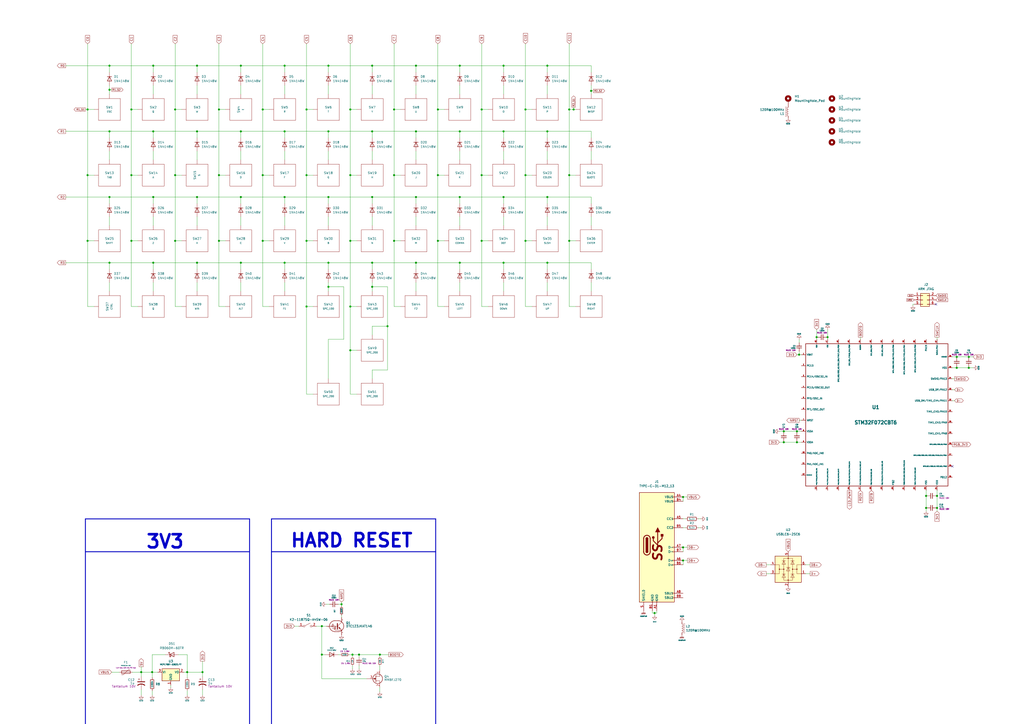
<source format=kicad_sch>
(kicad_sch (version 20200828) (generator eeschema)
  (page 1 1)
  (paper "A2")
  (title_block (title "SharkPCB") (date "2020-09-23") (rev "v4.0.4") (company "Designed by Gondolindrim"))
  (junction (at 50.8 63.5) (diameter 1.016))
  (junction (at 50.8 101.6) (diameter 1.016))
  (junction (at 50.8 139.7) (diameter 1.016))
  (junction (at 63.5 38.1) (diameter 1.016))
  (junction (at 63.5 52.07) (diameter 1.016))
  (junction (at 63.5 76.2) (diameter 1.016))
  (junction (at 63.5 114.3) (diameter 1.016))
  (junction (at 63.5 152.4) (diameter 1.016))
  (junction (at 76.2 63.5) (diameter 1.016))
  (junction (at 76.2 101.6) (diameter 1.016))
  (junction (at 76.2 139.7) (diameter 1.016))
  (junction (at 81.915 389.89) (diameter 1.016))
  (junction (at 88.265 389.89) (diameter 1.016))
  (junction (at 88.9 38.1) (diameter 1.016))
  (junction (at 88.9 76.2) (diameter 1.016))
  (junction (at 88.9 114.3) (diameter 1.016))
  (junction (at 88.9 152.4) (diameter 1.016))
  (junction (at 101.6 63.5) (diameter 1.016))
  (junction (at 101.6 101.6) (diameter 1.016))
  (junction (at 101.6 139.7) (diameter 1.016))
  (junction (at 108.585 389.89) (diameter 1.016))
  (junction (at 114.3 38.1) (diameter 1.016))
  (junction (at 114.3 76.2) (diameter 1.016))
  (junction (at 114.3 114.3) (diameter 1.016))
  (junction (at 114.3 152.4) (diameter 1.016))
  (junction (at 117.475 389.89) (diameter 1.016))
  (junction (at 127 63.5) (diameter 1.016))
  (junction (at 127 101.6) (diameter 1.016))
  (junction (at 127 139.7) (diameter 1.016))
  (junction (at 139.7 38.1) (diameter 1.016))
  (junction (at 139.7 76.2) (diameter 1.016))
  (junction (at 139.7 114.3) (diameter 1.016))
  (junction (at 139.7 152.4) (diameter 1.016))
  (junction (at 152.4 63.5) (diameter 1.016))
  (junction (at 152.4 101.6) (diameter 1.016))
  (junction (at 152.4 139.7) (diameter 1.016))
  (junction (at 165.1 38.1) (diameter 1.016))
  (junction (at 165.1 76.2) (diameter 1.016))
  (junction (at 165.1 114.3) (diameter 1.016))
  (junction (at 165.1 152.4) (diameter 1.016))
  (junction (at 177.8 63.5) (diameter 1.016))
  (junction (at 177.8 101.6) (diameter 1.016))
  (junction (at 177.8 139.7) (diameter 1.016))
  (junction (at 177.8 177.8) (diameter 1.016))
  (junction (at 186.69 363.22) (diameter 1.016))
  (junction (at 186.69 379.73) (diameter 1.016))
  (junction (at 190.5 38.1) (diameter 1.016))
  (junction (at 190.5 76.2) (diameter 1.016))
  (junction (at 190.5 114.3) (diameter 1.016))
  (junction (at 190.5 152.4) (diameter 1.016))
  (junction (at 190.5 166.37) (diameter 1.016))
  (junction (at 198.12 350.52) (diameter 1.016))
  (junction (at 203.2 63.5) (diameter 1.016))
  (junction (at 203.2 101.6) (diameter 1.016))
  (junction (at 203.2 139.7) (diameter 1.016))
  (junction (at 203.2 177.8) (diameter 1.016))
  (junction (at 203.2 203.2) (diameter 1.016))
  (junction (at 204.47 379.73) (diameter 1.016))
  (junction (at 208.28 379.73) (diameter 1.016))
  (junction (at 215.9 38.1) (diameter 1.016))
  (junction (at 215.9 76.2) (diameter 1.016))
  (junction (at 215.9 114.3) (diameter 1.016))
  (junction (at 215.9 152.4) (diameter 1.016))
  (junction (at 215.9 166.37) (diameter 1.016))
  (junction (at 220.345 379.73) (diameter 1.016))
  (junction (at 224.79 189.23) (diameter 1.016))
  (junction (at 228.6 63.5) (diameter 1.016))
  (junction (at 228.6 101.6) (diameter 1.016))
  (junction (at 228.6 139.7) (diameter 1.016))
  (junction (at 241.3 38.1) (diameter 1.016))
  (junction (at 241.3 76.2) (diameter 1.016))
  (junction (at 241.3 114.3) (diameter 1.016))
  (junction (at 241.3 152.4) (diameter 1.016))
  (junction (at 254 63.5) (diameter 1.016))
  (junction (at 254 101.6) (diameter 1.016))
  (junction (at 254 139.7) (diameter 1.016))
  (junction (at 266.7 38.1) (diameter 1.016))
  (junction (at 266.7 76.2) (diameter 1.016))
  (junction (at 266.7 114.3) (diameter 1.016))
  (junction (at 266.7 152.4) (diameter 1.016))
  (junction (at 279.4 63.5) (diameter 1.016))
  (junction (at 279.4 101.6) (diameter 1.016))
  (junction (at 279.4 139.7) (diameter 1.016))
  (junction (at 292.1 38.1) (diameter 1.016))
  (junction (at 292.1 76.2) (diameter 1.016))
  (junction (at 292.1 114.3) (diameter 1.016))
  (junction (at 292.1 152.4) (diameter 1.016))
  (junction (at 304.8 63.5) (diameter 1.016))
  (junction (at 304.8 101.6) (diameter 1.016))
  (junction (at 304.8 139.7) (diameter 1.016))
  (junction (at 317.5 38.1) (diameter 1.016))
  (junction (at 317.5 76.2) (diameter 1.016))
  (junction (at 317.5 114.3) (diameter 1.016))
  (junction (at 317.5 152.4) (diameter 1.016))
  (junction (at 330.2 63.5) (diameter 1.016))
  (junction (at 330.2 101.6) (diameter 1.016))
  (junction (at 330.2 139.7) (diameter 1.016))
  (junction (at 332.74 63.5) (diameter 1.016))
  (junction (at 342.9 52.705) (diameter 1.016))
  (junction (at 379.73 355.6) (diameter 1.016))
  (junction (at 396.24 288.29) (diameter 1.016))
  (junction (at 396.24 317.5) (diameter 1.016))
  (junction (at 396.24 325.12) (diameter 1.016))
  (junction (at 434.34 521.335) (diameter 1.016))
  (junction (at 439.42 521.335) (diameter 1.016))
  (junction (at 454.66 250.19) (diameter 1.016))
  (junction (at 454.66 256.54) (diameter 1.016))
  (junction (at 462.28 250.19) (diameter 1.016))
  (junction (at 462.28 256.54) (diameter 1.016))
  (junction (at 463.55 205.74) (diameter 1.016))
  (junction (at 473.71 195.58) (diameter 1.016))
  (junction (at 480.06 195.58) (diameter 1.016))
  (junction (at 489.585 524.51) (diameter 1.016))
  (junction (at 489.585 565.15) (diameter 1.016))
  (junction (at 521.335 524.51) (diameter 1.016))
  (junction (at 521.335 565.15) (diameter 1.016))
  (junction (at 537.21 287.655) (diameter 1.016))
  (junction (at 537.21 294.64) (diameter 1.016))
  (junction (at 543.56 287.655) (diameter 1.016))
  (junction (at 543.56 294.64) (diameter 1.016))
  (junction (at 553.085 524.51) (diameter 1.016))
  (junction (at 553.085 565.15) (diameter 1.016))
  (junction (at 554.99 207.01) (diameter 1.016))
  (junction (at 554.99 213.36) (diameter 1.016))
  (junction (at 561.975 207.01) (diameter 1.016))
  (junction (at 561.975 213.36) (diameter 1.016))
  (junction (at 584.835 524.51) (diameter 1.016))
  (junction (at 584.835 565.15) (diameter 1.016))
  (junction (at 616.585 524.51) (diameter 1.016))
  (junction (at 616.585 565.15) (diameter 1.016))
  (junction (at 633.73 323.215) (diameter 1.016))
  (junction (at 652.145 332.105) (diameter 1.016))
  (junction (at 652.145 361.95) (diameter 1.016))
  (junction (at 652.145 393.065) (diameter 1.016))
  (junction (at 658.495 332.105) (diameter 1.016))
  (junction (at 658.495 361.95) (diameter 1.016))
  (junction (at 658.495 393.065) (diameter 1.016))
  (junction (at 658.495 425.45) (diameter 1.016))
  (junction (at 671.195 332.105) (diameter 1.016))
  (junction (at 671.195 361.95) (diameter 1.016))
  (junction (at 671.195 393.065) (diameter 1.016))
  (junction (at 683.895 332.105) (diameter 1.016))
  (junction (at 683.895 361.95) (diameter 1.016))
  (junction (at 683.895 393.065) (diameter 1.016))
  (junction (at 683.895 425.45) (diameter 1.016))
  (junction (at 685.8 173.99) (diameter 1.016))
  (junction (at 685.8 186.69) (diameter 1.016))
  (junction (at 696.595 332.105) (diameter 1.016))
  (junction (at 696.595 361.95) (diameter 1.016))
  (junction (at 696.595 393.065) (diameter 1.016))
  (junction (at 698.5 173.99) (diameter 1.016))
  (junction (at 698.5 186.69) (diameter 1.016))
  (junction (at 709.295 332.105) (diameter 1.016))
  (junction (at 709.295 361.95) (diameter 1.016))
  (junction (at 709.295 393.065) (diameter 1.016))
  (junction (at 709.295 425.45) (diameter 1.016))
  (junction (at 721.995 332.105) (diameter 1.016))
  (junction (at 721.995 361.95) (diameter 1.016))
  (junction (at 721.995 393.065) (diameter 1.016))
  (junction (at 721.995 425.45) (diameter 1.016))
  (junction (at 734.695 332.105) (diameter 1.016))
  (junction (at 734.695 361.95) (diameter 1.016))
  (junction (at 734.695 393.065) (diameter 1.016))
  (junction (at 734.695 425.45) (diameter 1.016))
  (junction (at 734.695 435.61) (diameter 1.016))
  (junction (at 747.395 332.105) (diameter 1.016))
  (junction (at 747.395 361.95) (diameter 1.016))
  (junction (at 747.395 393.065) (diameter 1.016))
  (junction (at 747.395 425.45) (diameter 1.016))
  (junction (at 760.095 332.105) (diameter 1.016))
  (junction (at 760.095 361.95) (diameter 1.016))
  (junction (at 760.095 393.065) (diameter 1.016))
  (junction (at 760.095 425.45) (diameter 1.016))
  (junction (at 760.095 435.61) (diameter 1.016))
  (junction (at 772.795 332.105) (diameter 1.016))
  (junction (at 772.795 361.95) (diameter 1.016))
  (junction (at 772.795 393.065) (diameter 1.016))
  (junction (at 772.795 425.45) (diameter 1.016))
  (junction (at 785.495 332.105) (diameter 1.016))
  (junction (at 785.495 361.95) (diameter 1.016))
  (junction (at 785.495 393.065) (diameter 1.016))
  (junction (at 785.495 425.45) (diameter 1.016))
  (junction (at 798.195 425.45) (diameter 1.016))
  (junction (at 798.195 435.61) (diameter 1.016))
  (junction (at 810.895 425.45) (diameter 1.016))
  (junction (at 823.595 425.45) (diameter 1.016))
  (junction (at 836.295 425.45) (diameter 1.016))
  (junction (at 848.995 425.45) (diameter 1.016))
  (junction (at 861.695 425.45) (diameter 1.016))
  (junction (at 874.395 435.61) (diameter 1.016))
  (no_connect (at 552.45 270.51))
  (no_connect (at 542.925 176.53))
  (wire (pts (xy 38.1 38.1) (xy 63.5 38.1)))
  (wire (pts (xy 38.1 76.2) (xy 63.5 76.2)))
  (wire (pts (xy 38.1 114.3) (xy 63.5 114.3)))
  (wire (pts (xy 38.1 152.4) (xy 63.5 152.4)))
  (wire (pts (xy 49.53 63.5) (xy 50.8 63.5)))
  (wire (pts (xy 50.8 25.4) (xy 50.8 63.5)))
  (wire (pts (xy 50.8 63.5) (xy 50.8 101.6)))
  (wire (pts (xy 50.8 101.6) (xy 50.8 139.7)))
  (wire (pts (xy 50.8 139.7) (xy 50.8 177.8)))
  (wire (pts (xy 54.61 63.5) (xy 50.8 63.5)))
  (wire (pts (xy 54.61 101.6) (xy 50.8 101.6)))
  (wire (pts (xy 54.61 139.7) (xy 50.8 139.7)))
  (wire (pts (xy 54.61 177.8) (xy 50.8 177.8)))
  (wire (pts (xy 63.5 38.1) (xy 88.9 38.1)))
  (wire (pts (xy 63.5 41.91) (xy 63.5 38.1)))
  (wire (pts (xy 63.5 52.07) (xy 63.5 49.53)))
  (wire (pts (xy 63.5 52.07) (xy 64.77 52.07)))
  (wire (pts (xy 63.5 54.61) (xy 63.5 52.07)))
  (wire (pts (xy 63.5 76.2) (xy 88.9 76.2)))
  (wire (pts (xy 63.5 80.01) (xy 63.5 76.2)))
  (wire (pts (xy 63.5 92.71) (xy 63.5 87.63)))
  (wire (pts (xy 63.5 114.3) (xy 88.9 114.3)))
  (wire (pts (xy 63.5 118.11) (xy 63.5 114.3)))
  (wire (pts (xy 63.5 130.81) (xy 63.5 125.73)))
  (wire (pts (xy 63.5 152.4) (xy 88.9 152.4)))
  (wire (pts (xy 63.5 156.21) (xy 63.5 152.4)))
  (wire (pts (xy 63.5 163.83) (xy 63.5 168.91)))
  (wire (pts (xy 64.77 389.89) (xy 69.215 389.89)))
  (wire (pts (xy 76.2 25.4) (xy 76.2 63.5)))
  (wire (pts (xy 76.2 63.5) (xy 76.2 101.6)))
  (wire (pts (xy 76.2 101.6) (xy 76.2 139.7)))
  (wire (pts (xy 76.2 139.7) (xy 76.2 177.8)))
  (wire (pts (xy 76.835 389.89) (xy 81.915 389.89)))
  (wire (pts (xy 80.01 63.5) (xy 76.2 63.5)))
  (wire (pts (xy 80.01 101.6) (xy 76.2 101.6)))
  (wire (pts (xy 80.01 139.7) (xy 76.2 139.7)))
  (wire (pts (xy 80.01 177.8) (xy 76.2 177.8)))
  (wire (pts (xy 81.915 386.715) (xy 81.915 389.89)))
  (wire (pts (xy 81.915 389.89) (xy 81.915 392.43)))
  (wire (pts (xy 81.915 389.89) (xy 88.265 389.89)))
  (wire (pts (xy 81.915 400.05) (xy 81.915 403.225)))
  (wire (pts (xy 88.265 379.73) (xy 95.885 379.73)))
  (wire (pts (xy 88.265 389.89) (xy 88.265 379.73)))
  (wire (pts (xy 88.265 389.89) (xy 91.44 389.89)))
  (wire (pts (xy 88.265 393.065) (xy 88.265 389.89)))
  (wire (pts (xy 88.265 403.225) (xy 88.265 400.685)))
  (wire (pts (xy 88.9 38.1) (xy 88.9 41.91)))
  (wire (pts (xy 88.9 38.1) (xy 114.3 38.1)))
  (wire (pts (xy 88.9 49.53) (xy 88.9 54.61)))
  (wire (pts (xy 88.9 76.2) (xy 88.9 80.01)))
  (wire (pts (xy 88.9 76.2) (xy 114.3 76.2)))
  (wire (pts (xy 88.9 87.63) (xy 88.9 92.71)))
  (wire (pts (xy 88.9 114.3) (xy 88.9 118.11)))
  (wire (pts (xy 88.9 114.3) (xy 114.3 114.3)))
  (wire (pts (xy 88.9 125.73) (xy 88.9 130.81)))
  (wire (pts (xy 88.9 152.4) (xy 88.9 156.21)))
  (wire (pts (xy 88.9 152.4) (xy 114.3 152.4)))
  (wire (pts (xy 88.9 163.83) (xy 88.9 168.91)))
  (wire (pts (xy 99.06 397.51) (xy 99.06 398.78)))
  (wire (pts (xy 101.6 25.4) (xy 101.6 63.5)))
  (wire (pts (xy 101.6 63.5) (xy 101.6 101.6)))
  (wire (pts (xy 101.6 101.6) (xy 101.6 139.7)))
  (wire (pts (xy 101.6 139.7) (xy 101.6 177.8)))
  (wire (pts (xy 103.505 379.73) (xy 108.585 379.73)))
  (wire (pts (xy 105.41 63.5) (xy 101.6 63.5)))
  (wire (pts (xy 105.41 101.6) (xy 101.6 101.6)))
  (wire (pts (xy 105.41 139.7) (xy 101.6 139.7)))
  (wire (pts (xy 105.41 177.8) (xy 101.6 177.8)))
  (wire (pts (xy 106.68 389.89) (xy 108.585 389.89)))
  (wire (pts (xy 108.585 379.73) (xy 108.585 389.89)))
  (wire (pts (xy 108.585 389.89) (xy 108.585 393.065)))
  (wire (pts (xy 108.585 389.89) (xy 117.475 389.89)))
  (wire (pts (xy 108.585 403.225) (xy 108.585 400.685)))
  (wire (pts (xy 114.3 38.1) (xy 114.3 41.91)))
  (wire (pts (xy 114.3 38.1) (xy 139.7 38.1)))
  (wire (pts (xy 114.3 49.53) (xy 114.3 54.61)))
  (wire (pts (xy 114.3 76.2) (xy 114.3 80.01)))
  (wire (pts (xy 114.3 76.2) (xy 139.7 76.2)))
  (wire (pts (xy 114.3 87.63) (xy 114.3 92.71)))
  (wire (pts (xy 114.3 114.3) (xy 114.3 118.11)))
  (wire (pts (xy 114.3 114.3) (xy 139.7 114.3)))
  (wire (pts (xy 114.3 125.73) (xy 114.3 130.81)))
  (wire (pts (xy 114.3 152.4) (xy 114.3 156.21)))
  (wire (pts (xy 114.3 152.4) (xy 139.7 152.4)))
  (wire (pts (xy 114.3 163.83) (xy 114.3 168.91)))
  (wire (pts (xy 117.475 383.54) (xy 117.475 389.89)))
  (wire (pts (xy 117.475 389.89) (xy 117.475 392.43)))
  (wire (pts (xy 117.475 400.05) (xy 117.475 403.225)))
  (wire (pts (xy 127 25.4) (xy 127 63.5)))
  (wire (pts (xy 127 63.5) (xy 127 101.6)))
  (wire (pts (xy 127 101.6) (xy 127 139.7)))
  (wire (pts (xy 127 139.7) (xy 127 177.8)))
  (wire (pts (xy 130.81 63.5) (xy 127 63.5)))
  (wire (pts (xy 130.81 101.6) (xy 127 101.6)))
  (wire (pts (xy 130.81 139.7) (xy 127 139.7)))
  (wire (pts (xy 130.81 177.8) (xy 127 177.8)))
  (wire (pts (xy 139.7 38.1) (xy 139.7 41.91)))
  (wire (pts (xy 139.7 38.1) (xy 165.1 38.1)))
  (wire (pts (xy 139.7 49.53) (xy 139.7 54.61)))
  (wire (pts (xy 139.7 76.2) (xy 139.7 80.01)))
  (wire (pts (xy 139.7 76.2) (xy 165.1 76.2)))
  (wire (pts (xy 139.7 87.63) (xy 139.7 92.71)))
  (wire (pts (xy 139.7 114.3) (xy 139.7 118.11)))
  (wire (pts (xy 139.7 114.3) (xy 165.1 114.3)))
  (wire (pts (xy 139.7 125.73) (xy 139.7 130.81)))
  (wire (pts (xy 139.7 152.4) (xy 139.7 156.21)))
  (wire (pts (xy 139.7 152.4) (xy 165.1 152.4)))
  (wire (pts (xy 139.7 163.83) (xy 139.7 168.91)))
  (wire (pts (xy 152.4 25.4) (xy 152.4 63.5)))
  (wire (pts (xy 152.4 63.5) (xy 152.4 101.6)))
  (wire (pts (xy 152.4 101.6) (xy 152.4 139.7)))
  (wire (pts (xy 152.4 139.7) (xy 152.4 177.8)))
  (wire (pts (xy 156.21 63.5) (xy 152.4 63.5)))
  (wire (pts (xy 156.21 101.6) (xy 152.4 101.6)))
  (wire (pts (xy 156.21 139.7) (xy 152.4 139.7)))
  (wire (pts (xy 156.21 177.8) (xy 152.4 177.8)))
  (wire (pts (xy 165.1 38.1) (xy 165.1 41.91)))
  (wire (pts (xy 165.1 38.1) (xy 190.5 38.1)))
  (wire (pts (xy 165.1 49.53) (xy 165.1 54.61)))
  (wire (pts (xy 165.1 76.2) (xy 165.1 80.01)))
  (wire (pts (xy 165.1 76.2) (xy 190.5 76.2)))
  (wire (pts (xy 165.1 87.63) (xy 165.1 92.71)))
  (wire (pts (xy 165.1 114.3) (xy 165.1 118.11)))
  (wire (pts (xy 165.1 114.3) (xy 190.5 114.3)))
  (wire (pts (xy 165.1 125.73) (xy 165.1 130.81)))
  (wire (pts (xy 165.1 152.4) (xy 165.1 156.21)))
  (wire (pts (xy 165.1 152.4) (xy 190.5 152.4)))
  (wire (pts (xy 165.1 163.83) (xy 165.1 168.91)))
  (wire (pts (xy 170.815 363.22) (xy 173.355 363.22)))
  (wire (pts (xy 177.8 25.4) (xy 177.8 63.5)))
  (wire (pts (xy 177.8 63.5) (xy 177.8 101.6)))
  (wire (pts (xy 177.8 101.6) (xy 177.8 139.7)))
  (wire (pts (xy 177.8 139.7) (xy 177.8 177.8)))
  (wire (pts (xy 177.8 177.8) (xy 177.8 228.6)))
  (wire (pts (xy 181.61 63.5) (xy 177.8 63.5)))
  (wire (pts (xy 181.61 101.6) (xy 177.8 101.6)))
  (wire (pts (xy 181.61 139.7) (xy 177.8 139.7)))
  (wire (pts (xy 181.61 177.8) (xy 177.8 177.8)))
  (wire (pts (xy 181.61 228.6) (xy 177.8 228.6)))
  (wire (pts (xy 183.515 363.22) (xy 186.69 363.22)))
  (wire (pts (xy 186.69 363.22) (xy 189.23 363.22)))
  (wire (pts (xy 186.69 379.73) (xy 186.69 363.22)))
  (wire (pts (xy 186.69 379.73) (xy 188.595 379.73)))
  (wire (pts (xy 186.69 393.7) (xy 186.69 379.73)))
  (wire (pts (xy 189.23 350.52) (xy 191.135 350.52)))
  (wire (pts (xy 190.5 38.1) (xy 190.5 41.91)))
  (wire (pts (xy 190.5 38.1) (xy 215.9 38.1)))
  (wire (pts (xy 190.5 49.53) (xy 190.5 54.61)))
  (wire (pts (xy 190.5 76.2) (xy 190.5 80.01)))
  (wire (pts (xy 190.5 76.2) (xy 215.9 76.2)))
  (wire (pts (xy 190.5 87.63) (xy 190.5 92.71)))
  (wire (pts (xy 190.5 114.3) (xy 190.5 118.11)))
  (wire (pts (xy 190.5 114.3) (xy 215.9 114.3)))
  (wire (pts (xy 190.5 125.73) (xy 190.5 130.81)))
  (wire (pts (xy 190.5 152.4) (xy 190.5 156.21)))
  (wire (pts (xy 190.5 152.4) (xy 215.9 152.4)))
  (wire (pts (xy 190.5 163.83) (xy 190.5 166.37)))
  (wire (pts (xy 190.5 166.37) (xy 190.5 168.91)))
  (wire (pts (xy 190.5 166.37) (xy 199.39 166.37)))
  (wire (pts (xy 190.5 196.85) (xy 190.5 219.71)))
  (wire (pts (xy 196.215 350.52) (xy 198.12 350.52)))
  (wire (pts (xy 196.215 379.73) (xy 197.485 379.73)))
  (wire (pts (xy 198.12 349.25) (xy 198.12 350.52)))
  (wire (pts (xy 198.12 350.52) (xy 198.12 351.79)))
  (wire (pts (xy 198.12 356.87) (xy 198.12 358.14)))
  (wire (pts (xy 199.39 166.37) (xy 199.39 196.85)))
  (wire (pts (xy 199.39 196.85) (xy 190.5 196.85)))
  (wire (pts (xy 202.565 379.73) (xy 204.47 379.73)))
  (wire (pts (xy 203.2 25.4) (xy 203.2 63.5)))
  (wire (pts (xy 203.2 63.5) (xy 203.2 101.6)))
  (wire (pts (xy 203.2 101.6) (xy 203.2 139.7)))
  (wire (pts (xy 203.2 139.7) (xy 203.2 177.8)))
  (wire (pts (xy 203.2 177.8) (xy 203.2 203.2)))
  (wire (pts (xy 203.2 203.2) (xy 203.2 228.6)))
  (wire (pts (xy 204.47 379.73) (xy 204.47 381)))
  (wire (pts (xy 204.47 379.73) (xy 208.28 379.73)))
  (wire (pts (xy 204.47 386.08) (xy 204.47 387.985)))
  (wire (pts (xy 207.01 63.5) (xy 203.2 63.5)))
  (wire (pts (xy 207.01 101.6) (xy 203.2 101.6)))
  (wire (pts (xy 207.01 139.7) (xy 203.2 139.7)))
  (wire (pts (xy 207.01 177.8) (xy 203.2 177.8)))
  (wire (pts (xy 207.01 203.2) (xy 203.2 203.2)))
  (wire (pts (xy 207.01 228.6) (xy 203.2 228.6)))
  (wire (pts (xy 208.28 379.73) (xy 208.28 381)))
  (wire (pts (xy 208.28 379.73) (xy 220.345 379.73)))
  (wire (pts (xy 208.28 386.08) (xy 208.28 387.985)))
  (wire (pts (xy 212.725 393.7) (xy 186.69 393.7)))
  (wire (pts (xy 215.9 38.1) (xy 215.9 41.91)))
  (wire (pts (xy 215.9 38.1) (xy 241.3 38.1)))
  (wire (pts (xy 215.9 49.53) (xy 215.9 54.61)))
  (wire (pts (xy 215.9 76.2) (xy 215.9 80.01)))
  (wire (pts (xy 215.9 76.2) (xy 241.3 76.2)))
  (wire (pts (xy 215.9 87.63) (xy 215.9 92.71)))
  (wire (pts (xy 215.9 114.3) (xy 215.9 118.11)))
  (wire (pts (xy 215.9 114.3) (xy 241.3 114.3)))
  (wire (pts (xy 215.9 125.73) (xy 215.9 130.81)))
  (wire (pts (xy 215.9 152.4) (xy 215.9 156.21)))
  (wire (pts (xy 215.9 152.4) (xy 241.3 152.4)))
  (wire (pts (xy 215.9 163.83) (xy 215.9 166.37)))
  (wire (pts (xy 215.9 166.37) (xy 215.9 168.91)))
  (wire (pts (xy 215.9 166.37) (xy 224.79 166.37)))
  (wire (pts (xy 215.9 189.23) (xy 215.9 194.31)))
  (wire (pts (xy 215.9 214.63) (xy 215.9 219.71)))
  (wire (pts (xy 220.345 379.73) (xy 225.425 379.73)))
  (wire (pts (xy 220.345 381) (xy 220.345 379.73)))
  (wire (pts (xy 220.345 388.62) (xy 220.345 386.08)))
  (wire (pts (xy 220.345 401.32) (xy 220.345 398.78)))
  (wire (pts (xy 224.79 166.37) (xy 224.79 189.23)))
  (wire (pts (xy 224.79 189.23) (xy 215.9 189.23)))
  (wire (pts (xy 224.79 189.23) (xy 224.79 214.63)))
  (wire (pts (xy 224.79 214.63) (xy 215.9 214.63)))
  (wire (pts (xy 228.6 25.4) (xy 228.6 63.5)))
  (wire (pts (xy 228.6 63.5) (xy 228.6 101.6)))
  (wire (pts (xy 228.6 101.6) (xy 228.6 139.7)))
  (wire (pts (xy 228.6 139.7) (xy 228.6 177.8)))
  (wire (pts (xy 232.41 63.5) (xy 228.6 63.5)))
  (wire (pts (xy 232.41 101.6) (xy 228.6 101.6)))
  (wire (pts (xy 232.41 139.7) (xy 228.6 139.7)))
  (wire (pts (xy 232.41 177.8) (xy 228.6 177.8)))
  (wire (pts (xy 241.3 38.1) (xy 241.3 41.91)))
  (wire (pts (xy 241.3 38.1) (xy 266.7 38.1)))
  (wire (pts (xy 241.3 49.53) (xy 241.3 54.61)))
  (wire (pts (xy 241.3 76.2) (xy 241.3 80.01)))
  (wire (pts (xy 241.3 76.2) (xy 266.7 76.2)))
  (wire (pts (xy 241.3 87.63) (xy 241.3 92.71)))
  (wire (pts (xy 241.3 114.3) (xy 241.3 118.11)))
  (wire (pts (xy 241.3 114.3) (xy 266.7 114.3)))
  (wire (pts (xy 241.3 125.73) (xy 241.3 130.81)))
  (wire (pts (xy 241.3 152.4) (xy 241.3 156.21)))
  (wire (pts (xy 241.3 152.4) (xy 266.7 152.4)))
  (wire (pts (xy 241.3 163.83) (xy 241.3 168.91)))
  (wire (pts (xy 254 25.4) (xy 254 63.5)))
  (wire (pts (xy 254 63.5) (xy 254 101.6)))
  (wire (pts (xy 254 101.6) (xy 254 139.7)))
  (wire (pts (xy 254 139.7) (xy 254 177.8)))
  (wire (pts (xy 257.81 63.5) (xy 254 63.5)))
  (wire (pts (xy 257.81 101.6) (xy 254 101.6)))
  (wire (pts (xy 257.81 139.7) (xy 254 139.7)))
  (wire (pts (xy 257.81 177.8) (xy 254 177.8)))
  (wire (pts (xy 266.7 38.1) (xy 266.7 41.91)))
  (wire (pts (xy 266.7 38.1) (xy 292.1 38.1)))
  (wire (pts (xy 266.7 49.53) (xy 266.7 54.61)))
  (wire (pts (xy 266.7 76.2) (xy 266.7 80.01)))
  (wire (pts (xy 266.7 76.2) (xy 292.1 76.2)))
  (wire (pts (xy 266.7 87.63) (xy 266.7 92.71)))
  (wire (pts (xy 266.7 114.3) (xy 266.7 118.11)))
  (wire (pts (xy 266.7 114.3) (xy 292.1 114.3)))
  (wire (pts (xy 266.7 125.73) (xy 266.7 130.81)))
  (wire (pts (xy 266.7 152.4) (xy 266.7 156.21)))
  (wire (pts (xy 266.7 152.4) (xy 292.1 152.4)))
  (wire (pts (xy 266.7 163.83) (xy 266.7 168.91)))
  (wire (pts (xy 279.4 25.4) (xy 279.4 63.5)))
  (wire (pts (xy 279.4 63.5) (xy 279.4 101.6)))
  (wire (pts (xy 279.4 101.6) (xy 279.4 139.7)))
  (wire (pts (xy 279.4 139.7) (xy 279.4 177.8)))
  (wire (pts (xy 283.21 63.5) (xy 279.4 63.5)))
  (wire (pts (xy 283.21 101.6) (xy 279.4 101.6)))
  (wire (pts (xy 283.21 139.7) (xy 279.4 139.7)))
  (wire (pts (xy 283.21 177.8) (xy 279.4 177.8)))
  (wire (pts (xy 292.1 38.1) (xy 292.1 41.91)))
  (wire (pts (xy 292.1 38.1) (xy 317.5 38.1)))
  (wire (pts (xy 292.1 49.53) (xy 292.1 54.61)))
  (wire (pts (xy 292.1 76.2) (xy 292.1 80.01)))
  (wire (pts (xy 292.1 76.2) (xy 317.5 76.2)))
  (wire (pts (xy 292.1 87.63) (xy 292.1 92.71)))
  (wire (pts (xy 292.1 114.3) (xy 292.1 118.11)))
  (wire (pts (xy 292.1 114.3) (xy 317.5 114.3)))
  (wire (pts (xy 292.1 125.73) (xy 292.1 130.81)))
  (wire (pts (xy 292.1 152.4) (xy 292.1 156.21)))
  (wire (pts (xy 292.1 152.4) (xy 317.5 152.4)))
  (wire (pts (xy 292.1 163.83) (xy 292.1 168.91)))
  (wire (pts (xy 304.8 25.4) (xy 304.8 63.5)))
  (wire (pts (xy 304.8 63.5) (xy 304.8 101.6)))
  (wire (pts (xy 304.8 101.6) (xy 304.8 139.7)))
  (wire (pts (xy 304.8 139.7) (xy 304.8 177.8)))
  (wire (pts (xy 308.61 63.5) (xy 304.8 63.5)))
  (wire (pts (xy 308.61 101.6) (xy 304.8 101.6)))
  (wire (pts (xy 308.61 139.7) (xy 304.8 139.7)))
  (wire (pts (xy 308.61 177.8) (xy 304.8 177.8)))
  (wire (pts (xy 317.5 38.1) (xy 317.5 41.91)))
  (wire (pts (xy 317.5 38.1) (xy 342.9 38.1)))
  (wire (pts (xy 317.5 49.53) (xy 317.5 54.61)))
  (wire (pts (xy 317.5 76.2) (xy 317.5 80.01)))
  (wire (pts (xy 317.5 76.2) (xy 342.9 76.2)))
  (wire (pts (xy 317.5 87.63) (xy 317.5 92.71)))
  (wire (pts (xy 317.5 114.3) (xy 317.5 118.11)))
  (wire (pts (xy 317.5 114.3) (xy 342.9 114.3)))
  (wire (pts (xy 317.5 125.73) (xy 317.5 130.81)))
  (wire (pts (xy 317.5 152.4) (xy 317.5 156.21)))
  (wire (pts (xy 317.5 152.4) (xy 342.9 152.4)))
  (wire (pts (xy 317.5 163.83) (xy 317.5 168.91)))
  (wire (pts (xy 330.2 25.4) (xy 330.2 63.5)))
  (wire (pts (xy 330.2 63.5) (xy 330.2 101.6)))
  (wire (pts (xy 330.2 101.6) (xy 330.2 139.7)))
  (wire (pts (xy 330.2 139.7) (xy 330.2 177.8)))
  (wire (pts (xy 332.74 62.23) (xy 332.74 63.5)))
  (wire (pts (xy 332.74 63.5) (xy 330.2 63.5)))
  (wire (pts (xy 334.01 63.5) (xy 332.74 63.5)))
  (wire (pts (xy 334.01 101.6) (xy 330.2 101.6)))
  (wire (pts (xy 334.01 139.7) (xy 330.2 139.7)))
  (wire (pts (xy 334.01 177.8) (xy 330.2 177.8)))
  (wire (pts (xy 342.9 38.1) (xy 342.9 41.91)))
  (wire (pts (xy 342.9 49.53) (xy 342.9 52.705)))
  (wire (pts (xy 342.9 52.705) (xy 342.9 54.61)))
  (wire (pts (xy 342.9 52.705) (xy 344.17 52.705)))
  (wire (pts (xy 342.9 76.2) (xy 342.9 80.01)))
  (wire (pts (xy 342.9 87.63) (xy 342.9 92.71)))
  (wire (pts (xy 342.9 114.3) (xy 342.9 118.11)))
  (wire (pts (xy 342.9 125.73) (xy 342.9 130.81)))
  (wire (pts (xy 342.9 152.4) (xy 342.9 156.21)))
  (wire (pts (xy 342.9 163.83) (xy 342.9 168.91)))
  (wire (pts (xy 378.46 355.6) (xy 378.46 354.33)))
  (wire (pts (xy 379.73 355.6) (xy 378.46 355.6)))
  (wire (pts (xy 379.73 355.6) (xy 381 355.6)))
  (wire (pts (xy 379.73 356.87) (xy 379.73 355.6)))
  (wire (pts (xy 381 355.6) (xy 381 354.33)))
  (wire (pts (xy 396.24 288.29) (xy 396.24 290.83)))
  (wire (pts (xy 396.24 288.29) (xy 398.78 288.29)))
  (wire (pts (xy 396.24 300.99) (xy 397.51 300.99)))
  (wire (pts (xy 396.24 306.07) (xy 397.51 306.07)))
  (wire (pts (xy 396.24 317.5) (xy 396.24 320.04)))
  (wire (pts (xy 396.24 317.5) (xy 398.78 317.5)))
  (wire (pts (xy 396.24 325.12) (xy 396.24 327.66)))
  (wire (pts (xy 396.24 325.12) (xy 398.78 325.12)))
  (wire (pts (xy 405.13 300.99) (xy 406.4 300.99)))
  (wire (pts (xy 405.13 306.07) (xy 406.4 306.07)))
  (wire (pts (xy 416.56 536.575) (xy 417.83 536.575)))
  (wire (pts (xy 422.91 521.335) (xy 424.18 521.335)))
  (wire (pts (xy 424.18 530.86) (xy 426.72 530.86)))
  (wire (pts (xy 425.45 536.575) (xy 426.72 536.575)))
  (wire (pts (xy 431.8 521.335) (xy 434.34 521.335)))
  (wire (pts (xy 434.34 519.43) (xy 434.34 521.335)))
  (wire (pts (xy 434.34 521.335) (xy 434.34 523.24)))
  (wire (pts (xy 439.42 521.335) (xy 439.42 519.43)))
  (wire (pts (xy 439.42 521.335) (xy 439.42 523.24)))
  (wire (pts (xy 441.96 521.335) (xy 439.42 521.335)))
  (wire (pts (xy 444.5 327.66) (xy 447.04 327.66)))
  (wire (pts (xy 444.5 332.74) (xy 447.04 332.74)))
  (wire (pts (xy 447.04 533.4) (xy 448.31 533.4)))
  (wire (pts (xy 450.85 521.335) (xy 449.58 521.335)))
  (wire (pts (xy 452.12 250.19) (xy 454.66 250.19)))
  (wire (pts (xy 452.12 256.54) (xy 454.66 256.54)))
  (wire (pts (xy 454.66 250.19) (xy 454.66 250.825)))
  (wire (pts (xy 454.66 250.19) (xy 462.28 250.19)))
  (wire (pts (xy 454.66 255.905) (xy 454.66 256.54)))
  (wire (pts (xy 454.66 256.54) (xy 462.28 256.54)))
  (wire (pts (xy 462.28 205.74) (xy 463.55 205.74)))
  (wire (pts (xy 462.28 250.19) (xy 462.28 250.825)))
  (wire (pts (xy 462.28 250.19) (xy 464.82 250.19)))
  (wire (pts (xy 462.28 255.905) (xy 462.28 256.54)))
  (wire (pts (xy 462.28 256.54) (xy 464.82 256.54)))
  (wire (pts (xy 463.55 196.85) (xy 463.55 198.755)))
  (wire (pts (xy 463.55 203.835) (xy 463.55 205.74)))
  (wire (pts (xy 463.55 205.74) (xy 464.82 205.74)))
  (wire (pts (xy 463.55 243.84) (xy 464.82 243.84)))
  (wire (pts (xy 467.36 327.66) (xy 469.9 327.66)))
  (wire (pts (xy 467.36 332.74) (xy 469.9 332.74)))
  (wire (pts (xy 473.71 191.135) (xy 473.71 195.58)))
  (wire (pts (xy 473.71 195.58) (xy 473.71 196.85)))
  (wire (pts (xy 473.71 195.58) (xy 474.345 195.58)))
  (wire (pts (xy 478.155 524.51) (xy 480.06 524.51)))
  (wire (pts (xy 479.425 195.58) (xy 480.06 195.58)))
  (wire (pts (xy 479.425 533.4) (xy 481.965 533.4)))
  (wire (pts (xy 480.06 191.135) (xy 480.06 195.58)))
  (wire (pts (xy 480.06 195.58) (xy 480.06 196.85)))
  (wire (pts (xy 487.68 524.51) (xy 489.585 524.51)))
  (wire (pts (xy 489.585 513.715) (xy 489.585 515.62)))
  (wire (pts (xy 489.585 523.24) (xy 489.585 524.51)))
  (wire (pts (xy 489.585 524.51) (xy 489.585 525.78)))
  (wire (pts (xy 489.585 554.355) (xy 489.585 556.26)))
  (wire (pts (xy 489.585 563.88) (xy 489.585 565.15)))
  (wire (pts (xy 489.585 565.15) (xy 489.585 566.42)))
  (wire (pts (xy 491.49 565.15) (xy 489.585 565.15)))
  (wire (pts (xy 497.205 533.4) (xy 513.715 533.4)))
  (wire (pts (xy 499.11 195.58) (xy 499.11 196.85)))
  (wire (pts (xy 501.015 565.15) (xy 499.11 565.15)))
  (wire (pts (xy 509.905 524.51) (xy 511.81 524.51)))
  (wire (pts (xy 513.715 574.04) (xy 497.205 574.04)))
  (wire (pts (xy 519.43 524.51) (xy 521.335 524.51)))
  (wire (pts (xy 521.335 513.715) (xy 521.335 515.62)))
  (wire (pts (xy 521.335 523.24) (xy 521.335 524.51)))
  (wire (pts (xy 521.335 524.51) (xy 521.335 525.78)))
  (wire (pts (xy 521.335 554.355) (xy 521.335 556.26)))
  (wire (pts (xy 521.335 563.88) (xy 521.335 565.15)))
  (wire (pts (xy 521.335 565.15) (xy 521.335 566.42)))
  (wire (pts (xy 523.24 565.15) (xy 521.335 565.15)))
  (wire (pts (xy 528.955 533.4) (xy 545.465 533.4)))
  (wire (pts (xy 529.59 176.53) (xy 530.225 176.53)))
  (wire (pts (xy 529.59 177.165) (xy 529.59 176.53)))
  (wire (pts (xy 532.765 565.15) (xy 530.86 565.15)))
  (wire (pts (xy 537.21 284.48) (xy 537.21 287.655)))
  (wire (pts (xy 537.21 287.655) (xy 537.21 294.64)))
  (wire (pts (xy 537.21 287.655) (xy 537.845 287.655)))
  (wire (pts (xy 537.21 294.64) (xy 537.21 296.545)))
  (wire (pts (xy 537.21 294.64) (xy 537.845 294.64)))
  (wire (pts (xy 541.655 524.51) (xy 543.56 524.51)))
  (wire (pts (xy 542.925 287.655) (xy 543.56 287.655)))
  (wire (pts (xy 542.925 294.64) (xy 543.56 294.64)))
  (wire (pts (xy 543.56 195.58) (xy 543.56 196.85)))
  (wire (pts (xy 543.56 284.48) (xy 543.56 287.655)))
  (wire (pts (xy 543.56 287.655) (xy 543.56 294.64)))
  (wire (pts (xy 543.56 294.64) (xy 543.56 296.545)))
  (wire (pts (xy 545.465 574.04) (xy 528.955 574.04)))
  (wire (pts (xy 551.18 524.51) (xy 553.085 524.51)))
  (wire (pts (xy 552.45 207.01) (xy 554.99 207.01)))
  (wire (pts (xy 552.45 213.36) (xy 554.99 213.36)))
  (wire (pts (xy 552.45 219.71) (xy 553.72 219.71)))
  (wire (pts (xy 552.45 226.06) (xy 553.72 226.06)))
  (wire (pts (xy 552.45 232.41) (xy 553.72 232.41)))
  (wire (pts (xy 553.085 513.715) (xy 553.085 515.62)))
  (wire (pts (xy 553.085 523.24) (xy 553.085 524.51)))
  (wire (pts (xy 553.085 524.51) (xy 553.085 525.78)))
  (wire (pts (xy 553.085 554.355) (xy 553.085 556.26)))
  (wire (pts (xy 553.085 563.88) (xy 553.085 565.15)))
  (wire (pts (xy 553.085 565.15) (xy 553.085 566.42)))
  (wire (pts (xy 554.99 207.01) (xy 554.99 207.645)))
  (wire (pts (xy 554.99 207.01) (xy 561.975 207.01)))
  (wire (pts (xy 554.99 212.725) (xy 554.99 213.36)))
  (wire (pts (xy 554.99 213.36) (xy 561.975 213.36)))
  (wire (pts (xy 554.99 565.15) (xy 553.085 565.15)))
  (wire (pts (xy 560.705 533.4) (xy 577.215 533.4)))
  (wire (pts (xy 560.705 574.04) (xy 577.215 574.04)))
  (wire (pts (xy 561.975 207.01) (xy 561.975 207.645)))
  (wire (pts (xy 561.975 207.01) (xy 564.515 207.01)))
  (wire (pts (xy 561.975 212.725) (xy 561.975 213.36)))
  (wire (pts (xy 561.975 213.36) (xy 564.515 213.36)))
  (wire (pts (xy 564.515 565.15) (xy 562.61 565.15)))
  (wire (pts (xy 573.405 524.51) (xy 575.31 524.51)))
  (wire (pts (xy 582.93 524.51) (xy 584.835 524.51)))
  (wire (pts (xy 584.835 513.715) (xy 584.835 515.62)))
  (wire (pts (xy 584.835 523.24) (xy 584.835 524.51)))
  (wire (pts (xy 584.835 524.51) (xy 584.835 525.78)))
  (wire (pts (xy 584.835 554.355) (xy 584.835 556.26)))
  (wire (pts (xy 584.835 563.88) (xy 584.835 565.15)))
  (wire (pts (xy 584.835 565.15) (xy 584.835 566.42)))
  (wire (pts (xy 586.74 565.15) (xy 584.835 565.15)))
  (wire (pts (xy 592.455 533.4) (xy 608.965 533.4)))
  (wire (pts (xy 592.455 574.04) (xy 608.965 574.04)))
  (wire (pts (xy 596.265 565.15) (xy 594.36 565.15)))
  (wire (pts (xy 605.155 524.51) (xy 607.06 524.51)))
  (wire (pts (xy 614.68 524.51) (xy 616.585 524.51)))
  (wire (pts (xy 616.585 513.715) (xy 616.585 515.62)))
  (wire (pts (xy 616.585 523.24) (xy 616.585 524.51)))
  (wire (pts (xy 616.585 524.51) (xy 616.585 525.78)))
  (wire (pts (xy 616.585 554.355) (xy 616.585 556.26)))
  (wire (pts (xy 616.585 563.88) (xy 616.585 565.15)))
  (wire (pts (xy 616.585 565.15) (xy 616.585 566.42)))
  (wire (pts (xy 618.49 565.15) (xy 616.585 565.15)))
  (wire (pts (xy 624.205 533.4) (xy 641.35 533.4)))
  (wire (pts (xy 624.205 574.04) (xy 641.35 574.04)))
  (wire (pts (xy 626.745 144.145) (xy 634.365 144.145)))
  (wire (pts (xy 626.745 169.545) (xy 634.365 169.545)))
  (wire (pts (xy 628.015 565.15) (xy 626.11 565.15)))
  (wire (pts (xy 633.73 312.42) (xy 633.73 313.69)))
  (wire (pts (xy 633.73 321.31) (xy 633.73 323.215)))
  (wire (pts (xy 633.73 323.215) (xy 633.73 325.12)))
  (wire (pts (xy 633.73 323.215) (xy 635.635 323.215)))
  (wire (pts (xy 633.73 335.28) (xy 633.73 336.55)))
  (wire (pts (xy 641.35 533.4) (xy 641.35 574.04)))
  (wire (pts (xy 643.255 323.215) (xy 644.525 323.215)))
  (wire (pts (xy 652.145 316.865) (xy 652.145 318.135)))
  (wire (pts (xy 652.145 328.295) (xy 652.145 332.105)))
  (wire (pts (xy 652.145 332.105) (xy 652.145 361.95)))
  (wire (pts (xy 652.145 332.105) (xy 658.495 332.105)))
  (wire (pts (xy 652.145 393.065) (xy 652.145 361.95)))
  (wire (pts (xy 652.145 393.065) (xy 652.145 425.45)))
  (wire (pts (xy 658.495 332.105) (xy 658.495 334.645)))
  (wire (pts (xy 658.495 342.265) (xy 658.495 344.17)))
  (wire (pts (xy 658.495 351.79) (xy 658.495 353.06)))
  (wire (pts (xy 658.495 361.95) (xy 652.145 361.95)))
  (wire (pts (xy 658.495 361.95) (xy 658.495 364.49)))
  (wire (pts (xy 658.495 372.11) (xy 658.495 374.015)))
  (wire (pts (xy 658.495 381.635) (xy 658.495 382.905)))
  (wire (pts (xy 658.495 393.065) (xy 652.145 393.065)))
  (wire (pts (xy 658.495 393.065) (xy 658.495 395.605)))
  (wire (pts (xy 658.495 403.225) (xy 658.495 405.13)))
  (wire (pts (xy 658.495 412.75) (xy 658.495 414.02)))
  (wire (pts (xy 658.495 425.45) (xy 652.145 425.45)))
  (wire (pts (xy 658.495 425.45) (xy 658.495 427.99)))
  (wire (pts (xy 658.495 425.45) (xy 683.895 425.45)))
  (wire (pts (xy 658.495 435.61) (xy 658.495 437.515)))
  (wire (pts (xy 658.495 445.135) (xy 658.495 446.405)))
  (wire (pts (xy 671.195 332.105) (xy 658.495 332.105)))
  (wire (pts (xy 671.195 332.105) (xy 671.195 334.645)))
  (wire (pts (xy 671.195 342.265) (xy 671.195 343.535)))
  (wire (pts (xy 671.195 351.155) (xy 671.195 352.425)))
  (wire (pts (xy 671.195 361.95) (xy 658.495 361.95)))
  (wire (pts (xy 671.195 361.95) (xy 671.195 364.49)))
  (wire (pts (xy 671.195 372.11) (xy 671.195 373.38)))
  (wire (pts (xy 671.195 381) (xy 671.195 382.27)))
  (wire (pts (xy 671.195 393.065) (xy 658.495 393.065)))
  (wire (pts (xy 671.195 393.065) (xy 671.195 395.605)))
  (wire (pts (xy 671.195 403.225) (xy 671.195 404.495)))
  (wire (pts (xy 671.195 412.115) (xy 671.195 413.385)))
  (wire (pts (xy 683.895 173.99) (xy 685.8 173.99)))
  (wire (pts (xy 683.895 186.69) (xy 685.8 186.69)))
  (wire (pts (xy 683.895 332.105) (xy 671.195 332.105)))
  (wire (pts (xy 683.895 332.105) (xy 683.895 334.645)))
  (wire (pts (xy 683.895 342.265) (xy 683.895 343.535)))
  (wire (pts (xy 683.895 351.155) (xy 683.895 352.425)))
  (wire (pts (xy 683.895 361.95) (xy 671.195 361.95)))
  (wire (pts (xy 683.895 361.95) (xy 683.895 364.49)))
  (wire (pts (xy 683.895 372.11) (xy 683.895 373.38)))
  (wire (pts (xy 683.895 381) (xy 683.895 382.27)))
  (wire (pts (xy 683.895 393.065) (xy 671.195 393.065)))
  (wire (pts (xy 683.895 393.065) (xy 683.895 395.605)))
  (wire (pts (xy 683.895 403.225) (xy 683.895 404.495)))
  (wire (pts (xy 683.895 412.115) (xy 683.895 413.385)))
  (wire (pts (xy 683.895 425.45) (xy 683.895 427.99)))
  (wire (pts (xy 683.895 425.45) (xy 709.295 425.45)))
  (wire (pts (xy 683.895 435.61) (xy 683.895 436.88)))
  (wire (pts (xy 683.895 444.5) (xy 683.895 445.77)))
  (wire (pts (xy 685.8 161.29) (xy 685.8 163.83)))
  (wire (pts (xy 685.8 171.45) (xy 685.8 173.99)))
  (wire (pts (xy 685.8 173.99) (xy 685.8 176.53)))
  (wire (pts (xy 685.8 184.15) (xy 685.8 186.69)))
  (wire (pts (xy 685.8 186.69) (xy 685.8 190.5)))
  (wire (pts (xy 685.8 195.58) (xy 685.8 198.12)))
  (wire (pts (xy 696.595 332.105) (xy 683.895 332.105)))
  (wire (pts (xy 696.595 332.105) (xy 696.595 334.645)))
  (wire (pts (xy 696.595 342.265) (xy 696.595 343.535)))
  (wire (pts (xy 696.595 351.155) (xy 696.595 352.425)))
  (wire (pts (xy 696.595 361.95) (xy 683.895 361.95)))
  (wire (pts (xy 696.595 361.95) (xy 696.595 364.49)))
  (wire (pts (xy 696.595 372.11) (xy 696.595 373.38)))
  (wire (pts (xy 696.595 381) (xy 696.595 382.27)))
  (wire (pts (xy 696.595 393.065) (xy 683.895 393.065)))
  (wire (pts (xy 696.595 393.065) (xy 696.595 395.605)))
  (wire (pts (xy 696.595 403.225) (xy 696.595 404.495)))
  (wire (pts (xy 696.595 412.115) (xy 696.595 413.385)))
  (wire (pts (xy 698.5 161.29) (xy 698.5 163.83)))
  (wire (pts (xy 698.5 171.45) (xy 698.5 173.99)))
  (wire (pts (xy 698.5 173.99) (xy 698.5 176.53)))
  (wire (pts (xy 698.5 184.15) (xy 698.5 186.69)))
  (wire (pts (xy 698.5 186.69) (xy 698.5 190.5)))
  (wire (pts (xy 698.5 195.58) (xy 698.5 198.12)))
  (wire (pts (xy 700.405 173.99) (xy 698.5 173.99)))
  (wire (pts (xy 700.405 186.69) (xy 698.5 186.69)))
  (wire (pts (xy 709.295 332.105) (xy 696.595 332.105)))
  (wire (pts (xy 709.295 332.105) (xy 709.295 334.645)))
  (wire (pts (xy 709.295 342.265) (xy 709.295 343.535)))
  (wire (pts (xy 709.295 351.155) (xy 709.295 352.425)))
  (wire (pts (xy 709.295 361.95) (xy 696.595 361.95)))
  (wire (pts (xy 709.295 361.95) (xy 709.295 364.49)))
  (wire (pts (xy 709.295 372.11) (xy 709.295 373.38)))
  (wire (pts (xy 709.295 381) (xy 709.295 382.27)))
  (wire (pts (xy 709.295 393.065) (xy 696.595 393.065)))
  (wire (pts (xy 709.295 393.065) (xy 709.295 395.605)))
  (wire (pts (xy 709.295 403.225) (xy 709.295 404.495)))
  (wire (pts (xy 709.295 412.115) (xy 709.295 413.385)))
  (wire (pts (xy 709.295 425.45) (xy 709.295 427.99)))
  (wire (pts (xy 709.295 435.61) (xy 709.295 436.88)))
  (wire (pts (xy 709.295 444.5) (xy 709.295 445.77)))
  (wire (pts (xy 721.995 332.105) (xy 709.295 332.105)))
  (wire (pts (xy 721.995 332.105) (xy 721.995 334.645)))
  (wire (pts (xy 721.995 342.265) (xy 721.995 343.535)))
  (wire (pts (xy 721.995 351.155) (xy 721.995 352.425)))
  (wire (pts (xy 721.995 361.95) (xy 709.295 361.95)))
  (wire (pts (xy 721.995 361.95) (xy 721.995 364.49)))
  (wire (pts (xy 721.995 372.11) (xy 721.995 373.38)))
  (wire (pts (xy 721.995 381) (xy 721.995 382.27)))
  (wire (pts (xy 721.995 393.065) (xy 709.295 393.065)))
  (wire (pts (xy 721.995 393.065) (xy 721.995 395.605)))
  (wire (pts (xy 721.995 403.225) (xy 721.995 404.495)))
  (wire (pts (xy 721.995 412.115) (xy 721.995 413.385)))
  (wire (pts (xy 721.995 425.45) (xy 709.295 425.45)))
  (wire (pts (xy 721.995 425.45) (xy 721.995 427.99)))
  (wire (pts (xy 721.995 435.61) (xy 721.995 436.88)))
  (wire (pts (xy 721.995 444.5) (xy 721.995 445.77)))
  (wire (pts (xy 734.695 332.105) (xy 721.995 332.105)))
  (wire (pts (xy 734.695 332.105) (xy 734.695 334.645)))
  (wire (pts (xy 734.695 342.265) (xy 734.695 343.535)))
  (wire (pts (xy 734.695 351.155) (xy 734.695 352.425)))
  (wire (pts (xy 734.695 361.95) (xy 721.995 361.95)))
  (wire (pts (xy 734.695 361.95) (xy 734.695 364.49)))
  (wire (pts (xy 734.695 372.11) (xy 734.695 373.38)))
  (wire (pts (xy 734.695 381) (xy 734.695 382.27)))
  (wire (pts (xy 734.695 393.065) (xy 721.995 393.065)))
  (wire (pts (xy 734.695 393.065) (xy 734.695 395.605)))
  (wire (pts (xy 734.695 403.225) (xy 734.695 404.495)))
  (wire (pts (xy 734.695 412.115) (xy 734.695 413.385)))
  (wire (pts (xy 734.695 425.45) (xy 721.995 425.45)))
  (wire (pts (xy 734.695 425.45) (xy 734.695 427.99)))
  (wire (pts (xy 734.695 435.61) (xy 734.695 436.88)))
  (wire (pts (xy 734.695 435.61) (xy 747.395 435.61)))
  (wire (pts (xy 734.695 444.5) (xy 734.695 445.77)))
  (wire (pts (xy 747.395 332.105) (xy 734.695 332.105)))
  (wire (pts (xy 747.395 332.105) (xy 747.395 334.645)))
  (wire (pts (xy 747.395 342.265) (xy 747.395 343.535)))
  (wire (pts (xy 747.395 351.155) (xy 747.395 352.425)))
  (wire (pts (xy 747.395 361.95) (xy 734.695 361.95)))
  (wire (pts (xy 747.395 361.95) (xy 747.395 364.49)))
  (wire (pts (xy 747.395 372.11) (xy 747.395 373.38)))
  (wire (pts (xy 747.395 381) (xy 747.395 382.27)))
  (wire (pts (xy 747.395 393.065) (xy 734.695 393.065)))
  (wire (pts (xy 747.395 393.065) (xy 747.395 395.605)))
  (wire (pts (xy 747.395 403.225) (xy 747.395 404.495)))
  (wire (pts (xy 747.395 412.115) (xy 747.395 413.385)))
  (wire (pts (xy 747.395 425.45) (xy 734.695 425.45)))
  (wire (pts (xy 747.395 425.45) (xy 747.395 427.99)))
  (wire (pts (xy 747.395 435.61) (xy 747.395 436.88)))
  (wire (pts (xy 747.395 444.5) (xy 747.395 445.77)))
  (wire (pts (xy 760.095 332.105) (xy 747.395 332.105)))
  (wire (pts (xy 760.095 332.105) (xy 760.095 334.645)))
  (wire (pts (xy 760.095 342.265) (xy 760.095 343.535)))
  (wire (pts (xy 760.095 351.155) (xy 760.095 352.425)))
  (wire (pts (xy 760.095 361.95) (xy 747.395 361.95)))
  (wire (pts (xy 760.095 361.95) (xy 760.095 364.49)))
  (wire (pts (xy 760.095 372.11) (xy 760.095 373.38)))
  (wire (pts (xy 760.095 381) (xy 760.095 382.27)))
  (wire (pts (xy 760.095 393.065) (xy 747.395 393.065)))
  (wire (pts (xy 760.095 393.065) (xy 760.095 395.605)))
  (wire (pts (xy 760.095 403.225) (xy 760.095 404.495)))
  (wire (pts (xy 760.095 412.115) (xy 760.095 413.385)))
  (wire (pts (xy 760.095 425.45) (xy 747.395 425.45)))
  (wire (pts (xy 760.095 425.45) (xy 760.095 427.99)))
  (wire (pts (xy 760.095 435.61) (xy 760.095 436.88)))
  (wire (pts (xy 760.095 435.61) (xy 772.795 435.61)))
  (wire (pts (xy 760.095 444.5) (xy 760.095 445.77)))
  (wire (pts (xy 772.795 332.105) (xy 760.095 332.105)))
  (wire (pts (xy 772.795 332.105) (xy 772.795 334.645)))
  (wire (pts (xy 772.795 342.265) (xy 772.795 343.535)))
  (wire (pts (xy 772.795 351.155) (xy 772.795 352.425)))
  (wire (pts (xy 772.795 361.95) (xy 760.095 361.95)))
  (wire (pts (xy 772.795 361.95) (xy 772.795 364.49)))
  (wire (pts (xy 772.795 372.11) (xy 772.795 373.38)))
  (wire (pts (xy 772.795 381) (xy 772.795 382.27)))
  (wire (pts (xy 772.795 393.065) (xy 760.095 393.065)))
  (wire (pts (xy 772.795 393.065) (xy 772.795 395.605)))
  (wire (pts (xy 772.795 403.225) (xy 772.795 404.495)))
  (wire (pts (xy 772.795 412.115) (xy 772.795 413.385)))
  (wire (pts (xy 772.795 425.45) (xy 760.095 425.45)))
  (wire (pts (xy 772.795 425.45) (xy 772.795 427.99)))
  (wire (pts (xy 772.795 435.61) (xy 772.795 436.88)))
  (wire (pts (xy 772.795 444.5) (xy 772.795 445.77)))
  (wire (pts (xy 785.495 332.105) (xy 772.795 332.105)))
  (wire (pts (xy 785.495 332.105) (xy 785.495 334.645)))
  (wire (pts (xy 785.495 342.265) (xy 785.495 343.535)))
  (wire (pts (xy 785.495 351.155) (xy 785.495 352.425)))
  (wire (pts (xy 785.495 361.95) (xy 772.795 361.95)))
  (wire (pts (xy 785.495 361.95) (xy 785.495 364.49)))
  (wire (pts (xy 785.495 372.11) (xy 785.495 373.38)))
  (wire (pts (xy 785.495 381) (xy 785.495 382.27)))
  (wire (pts (xy 785.495 393.065) (xy 772.795 393.065)))
  (wire (pts (xy 785.495 393.065) (xy 785.495 395.605)))
  (wire (pts (xy 785.495 403.225) (xy 785.495 404.495)))
  (wire (pts (xy 785.495 412.115) (xy 785.495 413.385)))
  (wire (pts (xy 785.495 425.45) (xy 772.795 425.45)))
  (wire (pts (xy 785.495 425.45) (xy 785.495 427.99)))
  (wire (pts (xy 785.495 435.61) (xy 785.495 436.88)))
  (wire (pts (xy 785.495 444.5) (xy 785.495 445.77)))
  (wire (pts (xy 798.195 332.105) (xy 785.495 332.105)))
  (wire (pts (xy 798.195 332.105) (xy 798.195 334.645)))
  (wire (pts (xy 798.195 342.265) (xy 798.195 343.535)))
  (wire (pts (xy 798.195 351.155) (xy 798.195 352.425)))
  (wire (pts (xy 798.195 361.95) (xy 785.495 361.95)))
  (wire (pts (xy 798.195 361.95) (xy 798.195 364.49)))
  (wire (pts (xy 798.195 372.11) (xy 798.195 373.38)))
  (wire (pts (xy 798.195 381) (xy 798.195 382.27)))
  (wire (pts (xy 798.195 393.065) (xy 785.495 393.065)))
  (wire (pts (xy 798.195 393.065) (xy 798.195 395.605)))
  (wire (pts (xy 798.195 403.225) (xy 798.195 404.495)))
  (wire (pts (xy 798.195 412.115) (xy 798.195 413.385)))
  (wire (pts (xy 798.195 425.45) (xy 785.495 425.45)))
  (wire (pts (xy 798.195 425.45) (xy 798.195 427.99)))
  (wire (pts (xy 798.195 435.61) (xy 798.195 436.88)))
  (wire (pts (xy 798.195 435.61) (xy 810.895 435.61)))
  (wire (pts (xy 798.195 444.5) (xy 798.195 445.77)))
  (wire (pts (xy 810.895 425.45) (xy 798.195 425.45)))
  (wire (pts (xy 810.895 425.45) (xy 810.895 427.99)))
  (wire (pts (xy 810.895 435.61) (xy 810.895 436.88)))
  (wire (pts (xy 810.895 444.5) (xy 810.895 445.77)))
  (wire (pts (xy 823.595 425.45) (xy 810.895 425.45)))
  (wire (pts (xy 823.595 425.45) (xy 823.595 427.99)))
  (wire (pts (xy 823.595 435.61) (xy 823.595 436.88)))
  (wire (pts (xy 823.595 444.5) (xy 823.595 445.77)))
  (wire (pts (xy 836.295 425.45) (xy 823.595 425.45)))
  (wire (pts (xy 836.295 425.45) (xy 836.295 427.99)))
  (wire (pts (xy 836.295 435.61) (xy 836.295 436.88)))
  (wire (pts (xy 836.295 444.5) (xy 836.295 445.77)))
  (wire (pts (xy 848.995 425.45) (xy 836.295 425.45)))
  (wire (pts (xy 848.995 425.45) (xy 848.995 427.99)))
  (wire (pts (xy 848.995 435.61) (xy 848.995 436.88)))
  (wire (pts (xy 848.995 444.5) (xy 848.995 445.77)))
  (wire (pts (xy 861.695 425.45) (xy 848.995 425.45)))
  (wire (pts (xy 861.695 425.45) (xy 861.695 427.99)))
  (wire (pts (xy 861.695 435.61) (xy 861.695 436.88)))
  (wire (pts (xy 861.695 444.5) (xy 861.695 445.77)))
  (wire (pts (xy 874.395 425.45) (xy 861.695 425.45)))
  (wire (pts (xy 874.395 425.45) (xy 874.395 427.99)))
  (wire (pts (xy 874.395 435.61) (xy 874.395 436.88)))
  (wire (pts (xy 874.395 435.61) (xy 887.095 435.61)))
  (wire (pts (xy 874.395 444.5) (xy 874.395 445.77)))
  (wire (pts (xy 887.095 435.61) (xy 887.095 436.88)))
  (wire (pts (xy 887.095 444.5) (xy 887.095 445.77)))
  (polyline (pts (xy 49.53 300.99) (xy 49.53 453.39)) (stroke (width 0.508) (type solid)))
  (polyline (pts (xy 49.53 300.99) (xy 144.78 300.99)) (stroke (width 0.508) (type solid)))
  (polyline (pts (xy 49.53 320.04) (xy 144.78 320.04)) (stroke (width 0.508) (type solid)))
  (polyline (pts (xy 144.78 300.99) (xy 144.78 453.39)) (stroke (width 0.508) (type solid)))
  (polyline (pts (xy 144.78 453.39) (xy 49.53 453.39)) (stroke (width 0.508) (type solid)))
  (polyline (pts (xy 157.48 300.99) (xy 157.48 453.39)) (stroke (width 0.508) (type solid)))
  (polyline (pts (xy 157.48 300.99) (xy 252.73 300.99)) (stroke (width 0.508) (type solid)))
  (polyline (pts (xy 157.48 320.04) (xy 252.73 320.04)) (stroke (width 0.508) (type solid)))
  (polyline (pts (xy 252.73 300.99) (xy 252.73 453.39)) (stroke (width 0.508) (type solid)))
  (polyline (pts (xy 252.73 453.39) (xy 157.48 453.39)) (stroke (width 0.508) (type solid)))
  (polyline (pts (xy 389.89 497.205) (xy 389.89 624.205)) (stroke (width 0.508) (type solid)))
  (polyline (pts (xy 389.89 497.205) (xy 720.09 497.205)) (stroke (width 0.508) (type solid)))
  (polyline (pts (xy 389.89 598.805) (xy 516.89 598.805)) (stroke (width 0.508) (type solid)))
  (polyline (pts (xy 516.89 598.805) (xy 516.89 624.205)) (stroke (width 0.508) (type solid)))
  (polyline (pts (xy 600.71 66.04) (xy 600.71 243.84)) (stroke (width 0.508) (type solid)))
  (polyline (pts (xy 600.71 66.04) (xy 727.71 66.04)) (stroke (width 0.508) (type solid)))
  (polyline (pts (xy 600.71 91.44) (xy 727.71 91.44)) (stroke (width 0.508) (type solid)))
  (polyline (pts (xy 720.09 497.205) (xy 720.09 624.205)) (stroke (width 0.508) (type solid)))
  (polyline (pts (xy 720.09 624.205) (xy 389.89 624.205)) (stroke (width 0.508) (type solid)))
  (polyline (pts (xy 727.71 66.04) (xy 727.71 243.84)) (stroke (width 0.508) (type solid)))
  (polyline (pts (xy 727.71 243.84) (xy 600.71 243.84)) (stroke (width 0.508) (type solid)))
  (polyline (pts (xy 866.14 311.15) (xy 866.14 285.75)) (stroke (width 0.508) (type solid)))
  (polyline (pts (xy 942.34 285.75) (xy 601.98 285.75)) (stroke (width 0.508) (type solid)))
  (polyline (pts (xy 942.34 311.15) (xy 866.14 311.15)) (stroke (width 0.508) (type solid)))
  (text "3V3" (at 107.315 318.77 180) (effects (font (size 7.62 7.62) (thickness 1.524) bold) (justify right bottom)))
  (text "HARD RESET" (at 240.03 318.135 180) (effects (font (size 7.62 7.62) (thickness 1.524) bold) (justify right bottom)))
  (text "RGB BACKLIGHT" (at 405.13 619.125 0) (effects (font (size 7.62 7.62) (thickness 1.524) bold) (justify left bottom)))
  (text "ENCODERS" (at 633.73 86.36 0) (effects (font (size 7.62 7.62) (thickness 1.524) bold) (justify left bottom)))
  (text "LED" (at 891.54 306.07 0) (effects (font (size 7.62 7.62) (thickness 1.524) bold) (justify left bottom)))
  (global_label "R0" (shape output) (at 38.1 38.1 180))
  (global_label "R1" (shape output) (at 38.1 76.2 180))
  (global_label "R2" (shape output) (at 38.1 114.3 180))
  (global_label "R3" (shape output) (at 38.1 152.4 180))
  (global_label "R1_S1" (shape output) (at 49.53 63.5 180) (effects (font (size 1.016 1.016))))
  (global_label "C0" (shape input) (at 50.8 25.4 90))
  (global_label "R1_S2" (shape output) (at 64.77 52.07 0) (effects (font (size 1.016 1.016))))
  (global_label "VBUS" (shape input) (at 64.77 389.89 180))
  (global_label "C1" (shape input) (at 76.2 25.4 90))
  (global_label "5V" (shape output) (at 81.915 386.715 90))
  (global_label "C2" (shape input) (at 101.6 25.4 90))
  (global_label "3V3" (shape output) (at 117.475 383.54 90))
  (global_label "C3" (shape input) (at 127 25.4 90))
  (global_label "C4" (shape input) (at 152.4 25.4 90))
  (global_label "3V3" (shape input) (at 170.815 363.22 180))
  (global_label "C5" (shape input) (at 177.8 25.4 90))
  (global_label "NRST" (shape input) (at 198.12 349.25 90))
  (global_label "C6" (shape input) (at 203.2 25.4 90))
  (global_label "BOOT0" (shape output) (at 225.425 379.73 0))
  (global_label "C7" (shape input) (at 228.6 25.4 90))
  (global_label "C8" (shape input) (at 254 25.4 90))
  (global_label "C9" (shape input) (at 279.4 25.4 90))
  (global_label "C10" (shape input) (at 304.8 25.4 90))
  (global_label "C11" (shape input) (at 330.2 25.4 90))
  (global_label "R2_S1" (shape output) (at 332.74 62.23 90) (effects (font (size 1.016 1.016))))
  (global_label "R2_S2" (shape output) (at 344.17 52.705 0) (effects (font (size 1.016 1.016))))
  (global_label "VBUS" (shape output) (at 398.78 288.29 0))
  (global_label "DB-" (shape output) (at 398.78 317.5 0))
  (global_label "DB+" (shape output) (at 398.78 325.12 0))
  (global_label "3V3" (shape input) (at 416.56 536.575 180))
  (global_label "RGB_3V3" (shape input) (at 424.18 530.86 180))
  (global_label "3V3" (shape input) (at 434.34 519.43 90))
  (global_label "5V" (shape input) (at 439.42 519.43 90))
  (global_label "DB-" (shape output) (at 444.5 327.66 180))
  (global_label "D-" (shape output) (at 444.5 332.74 180))
  (global_label "RGB_5V" (shape output) (at 448.31 533.4 0))
  (global_label "3V3" (shape input) (at 452.12 256.54 180))
  (global_label "VBUS" (shape input) (at 457.2 320.04 90))
  (global_label "3V3" (shape input) (at 462.28 205.74 180))
  (global_label "NRST" (shape output) (at 463.55 243.84 180))
  (global_label "DB+" (shape output) (at 469.9 327.66 0))
  (global_label "D+" (shape output) (at 469.9 332.74 0))
  (global_label "3V3" (shape input) (at 473.71 191.135 90))
  (global_label "RGB_5V" (shape input) (at 479.425 533.4 180))
  (global_label "5V" (shape input) (at 489.585 513.715 90))
  (global_label "5V" (shape input) (at 489.585 554.355 90))
  (global_label "LED_PWM" (shape output) (at 492.76 284.48 270))
  (global_label "BOOT0" (shape output) (at 499.11 195.58 90))
  (global_label "ROTA" (shape input) (at 499.11 284.48 270))
  (global_label "ROTB" (shape input) (at 505.46 284.48 270))
  (global_label "5V" (shape input) (at 521.335 513.715 90))
  (global_label "5V" (shape input) (at 521.335 554.355 90))
  (global_label "3V3" (shape input) (at 530.225 171.45 180) (effects (font (size 0.762 0.762))))
  (global_label "NRST" (shape input) (at 530.225 173.99 180) (effects (font (size 0.762 0.762))))
  (global_label "SWDIO" (shape input) (at 542.925 171.45 0) (effects (font (size 1.016 1.016))))
  (global_label "SWCLK" (shape input) (at 542.925 173.99 0) (effects (font (size 1.016 1.016))))
  (global_label "SWCLK" (shape output) (at 543.56 195.58 90))
  (global_label "3V3" (shape input) (at 543.56 296.545 270))
  (global_label "RGB_3V3" (shape output) (at 552.45 257.81 0))
  (global_label "5V" (shape input) (at 553.085 513.715 90))
  (global_label "5V" (shape input) (at 553.085 554.355 90))
  (global_label "SWDIO" (shape output) (at 553.72 219.71 0))
  (global_label "D+" (shape bidirectional) (at 553.72 226.06 0) (effects (font (size 1.016 1.016))))
  (global_label "D-" (shape bidirectional) (at 553.72 232.41 0) (effects (font (size 1.016 1.016))))
  (global_label "3V3" (shape input) (at 564.515 207.01 0))
  (global_label "5V" (shape input) (at 584.835 513.715 90))
  (global_label "5V" (shape input) (at 584.835 554.355 90))
  (global_label "5V" (shape input) (at 616.585 513.715 90))
  (global_label "5V" (shape input) (at 616.585 554.355 90))
  (global_label "R1" (shape output) (at 619.125 144.145 180))
  (global_label "R5" (shape output) (at 619.125 169.545 180))
  (global_label "LED_PWM" (shape input) (at 624.84 330.2 180))
  (global_label "5V" (shape input) (at 633.73 312.42 90) (effects (font (size 1.016 1.016))))
  (global_label "ENCA" (shape output) (at 634.365 141.605 180) (effects (font (size 1.016 1.016))))
  (global_label "ENCB" (shape output) (at 634.365 146.685 180) (effects (font (size 1.016 1.016))))
  (global_label "ENCA" (shape output) (at 634.365 167.005 180) (effects (font (size 1.016 1.016))))
  (global_label "ENCB" (shape output) (at 634.365 172.085 180) (effects (font (size 1.016 1.016))))
  (global_label "R1_S1" (shape output) (at 649.605 141.605 0) (effects (font (size 1.016 1.016))))
  (global_label "R1_S2" (shape output) (at 649.605 146.685 0) (effects (font (size 1.016 1.016))))
  (global_label "R2_S1" (shape output) (at 649.605 167.005 0) (effects (font (size 1.016 1.016))))
  (global_label "R2_S2" (shape output) (at 649.605 172.085 0) (effects (font (size 1.016 1.016))))
  (global_label "5V" (shape input) (at 652.145 316.865 90) (effects (font (size 1.016 1.016))))
  (global_label "ENCA" (shape input) (at 683.895 173.99 180) (effects (font (size 1.016 1.016))))
  (global_label "ROTA" (shape output) (at 683.895 186.69 180) (effects (font (size 1.016 1.016))))
  (global_label "3V3" (shape input) (at 685.8 161.29 90))
  (global_label "3V3" (shape input) (at 698.5 161.29 90))
  (global_label "ENCB" (shape input) (at 700.405 173.99 0) (effects (font (size 1.016 1.016))))
  (global_label "ROTB" (shape output) (at 700.405 186.69 0) (effects (font (size 1.016 1.016))))
  (symbol (lib_id "power:GNDPWR") (at 373.38 354.33 0) (unit 1)
    (property "Reference" "#PWR0173" (effects hide))
    (property "Value" "GNDPWR" (at 373.38 357.505 0) (effects (font (size 0.635 0.635))))
  )
  (symbol (lib_id "power:GNDPWR") (at 395.605 368.3 0) (unit 1)
    (property "Reference" "#PWR0174" (effects hide))
    (property "Value" "GNDPWR" (at 395.605 371.475 0) (effects (font (size 0.635 0.635))))
  )
  (symbol (lib_id "power:GND") (at 81.915 403.225 0) (unit 1)
    (property "Reference" "#PWR0110" (effects hide))
    (property "Value" "GND" (at 81.915 406.4 0) (effects (font (size 0.762 0.762))))
  )
  (symbol (lib_id "power:GND") (at 88.265 403.225 0) (unit 1)
    (property "Reference" "#PWR0111" (effects hide))
    (property "Value" "GND" (at 88.265 406.4 0) (effects (font (size 0.762 0.762))))
  )
  (symbol (lib_id "power:GND") (at 99.06 398.78 0) (unit 1)
    (property "Reference" "#PWR0109" (effects hide))
    (property "Value" "GND" (at 99.06 401.955 0) (effects (font (size 0.762 0.762))))
  )
  (symbol (lib_id "power:GND") (at 108.585 403.225 0) (unit 1)
    (property "Reference" "#PWR0112" (effects hide))
    (property "Value" "GND" (at 108.585 406.4 0) (effects (font (size 0.762 0.762))))
  )
  (symbol (lib_id "power:GND") (at 117.475 403.225 0) (unit 1)
    (property "Reference" "#PWR0113" (effects hide))
    (property "Value" "GND" (at 117.475 406.4 0) (effects (font (size 0.762 0.762))))
  )
  (symbol (lib_id "power:GND") (at 189.23 350.52 270) (unit 1)
    (property "Reference" "#PWR0101" (effects hide))
    (property "Value" "GND" (at 186.055 350.52 0) (effects (font (size 0.762 0.762))))
  )
  (symbol (lib_id "power:GND") (at 198.12 368.3 0) (unit 1)
    (property "Reference" "#PWR0102" (effects hide))
    (property "Value" "GND" (at 198.12 371.475 0) (effects (font (size 0.762 0.762))))
  )
  (symbol (lib_id "power:GND") (at 204.47 387.985 0) (unit 1)
    (property "Reference" "#PWR0104" (effects hide))
    (property "Value" "GND" (at 204.47 391.16 0) (effects (font (size 0.762 0.762))))
  )
  (symbol (lib_id "power:GND") (at 208.28 387.985 0) (unit 1)
    (property "Reference" "#PWR0103" (effects hide))
    (property "Value" "GND" (at 208.28 391.16 0) (effects (font (size 0.762 0.762))))
  )
  (symbol (lib_id "power:GND") (at 220.345 401.32 0) (unit 1)
    (property "Reference" "#PWR0169" (effects hide))
    (property "Value" "GND" (at 220.345 404.495 0) (effects (font (size 0.762 0.762))))
  )
  (symbol (lib_id "power:GND") (at 379.73 356.87 0) (unit 1)
    (property "Reference" "#PWR0105" (effects hide))
    (property "Value" "GND" (at 379.73 360.68 0) (effects (font (size 0.635 0.635))))
  )
  (symbol (lib_id "power:GND") (at 395.605 360.68 180) (unit 1)
    (property "Reference" "#PWR0172" (effects hide))
    (property "Value" "GND" (at 395.605 357.505 0) (effects (font (size 0.762 0.762))))
  )
  (symbol (lib_id "power:GND") (at 406.4 300.99 90) (unit 1)
    (property "Reference" "#PWR0107" (effects hide))
    (property "Value" "GND" (at 410.21 300.99 0) (effects (font (size 0.635 0.635))))
  )
  (symbol (lib_id "power:GND") (at 406.4 306.07 90) (unit 1)
    (property "Reference" "#PWR0106" (effects hide))
    (property "Value" "GND" (at 410.21 306.07 0) (effects (font (size 0.635 0.635))))
  )
  (symbol (lib_id "power:GND") (at 422.91 521.335 270) (unit 1)
    (property "Reference" "#PWR018" (effects hide))
    (property "Value" "GND" (at 419.1 521.335 0) (effects (font (size 0.762 0.762))))
  )
  (symbol (lib_id "power:GND") (at 436.88 543.56 0) (unit 1)
    (property "Reference" "#PWR030" (effects hide))
    (property "Value" "GND" (at 436.88 547.37 0) (effects (font (size 0.762 0.762))))
  )
  (symbol (lib_id "power:GND") (at 450.85 521.335 90) (unit 1)
    (property "Reference" "#PWR019" (effects hide))
    (property "Value" "GND" (at 454.66 521.335 0) (effects (font (size 0.762 0.762))))
  )
  (symbol (lib_id "power:GND") (at 452.12 250.19 270) (unit 1)
    (property "Reference" "#PWR0115" (effects hide))
    (property "Value" "GND" (at 448.945 250.19 0) (effects (font (size 0.762 0.762))))
  )
  (symbol (lib_id "power:GND") (at 457.2 68.58 0) (unit 1)
    (property "Reference" "#PWR0170" (effects hide))
    (property "Value" "GND" (at 457.2 71.755 0) (effects (font (size 0.762 0.762))))
  )
  (symbol (lib_id "power:GND") (at 457.2 340.36 0) (unit 1)
    (property "Reference" "#PWR0108" (effects hide))
    (property "Value" "GND" (at 457.2 344.17 0) (effects (font (size 0.635 0.635))))
  )
  (symbol (lib_id "power:GND") (at 463.55 196.85 180) (unit 1)
    (property "Reference" "#PWR0114" (effects hide))
    (property "Value" "GND" (at 463.55 193.675 0) (effects (font (size 0.762 0.762))))
  )
  (symbol (lib_id "power:GND") (at 478.155 524.51 270) (unit 1)
    (property "Reference" "#PWR020" (effects hide))
    (property "Value" "GND" (at 474.345 524.51 0) (effects (font (size 0.762 0.762))))
  )
  (symbol (lib_id "power:GND") (at 480.06 191.135 180) (unit 1)
    (property "Reference" "#PWR0118" (effects hide))
    (property "Value" "GND" (at 480.06 187.96 0) (effects (font (size 0.762 0.762))))
  )
  (symbol (lib_id "power:GND") (at 489.585 541.02 0) (unit 1)
    (property "Reference" "#PWR025" (effects hide))
    (property "Value" "GND" (at 489.585 544.83 0) (effects (font (size 0.762 0.762))))
  )
  (symbol (lib_id "power:GND") (at 489.585 581.66 0) (mirror y) (unit 1)
    (property "Reference" "#PWR035" (effects hide))
    (property "Value" "GND" (at 489.585 585.47 0) (effects (font (size 0.762 0.762))))
  )
  (symbol (lib_id "power:GND") (at 501.015 565.15 90) (mirror x) (unit 1)
    (property "Reference" "#PWR031" (effects hide))
    (property "Value" "GND" (at 504.825 565.15 0) (effects (font (size 0.762 0.762))))
  )
  (symbol (lib_id "power:GND") (at 509.905 524.51 270) (unit 1)
    (property "Reference" "#PWR021" (effects hide))
    (property "Value" "GND" (at 506.095 524.51 0) (effects (font (size 0.762 0.762))))
  )
  (symbol (lib_id "power:GND") (at 521.335 541.02 0) (unit 1)
    (property "Reference" "#PWR026" (effects hide))
    (property "Value" "GND" (at 521.335 544.83 0) (effects (font (size 0.762 0.762))))
  )
  (symbol (lib_id "power:GND") (at 521.335 581.66 0) (mirror y) (unit 1)
    (property "Reference" "#PWR036" (effects hide))
    (property "Value" "GND" (at 521.335 585.47 0) (effects (font (size 0.762 0.762))))
  )
  (symbol (lib_id "power:GND") (at 529.59 177.165 0) (unit 1)
    (property "Reference" "#PWR0117" (effects hide))
    (property "Value" "GND" (at 529.59 180.34 0) (effects (font (size 0.762 0.762))))
  )
  (symbol (lib_id "power:GND") (at 532.765 565.15 90) (mirror x) (unit 1)
    (property "Reference" "#PWR032" (effects hide))
    (property "Value" "GND" (at 536.575 565.15 0) (effects (font (size 0.762 0.762))))
  )
  (symbol (lib_id "power:GND") (at 537.21 296.545 0) (unit 1)
    (property "Reference" "#PWR0116" (effects hide))
    (property "Value" "GND" (at 537.21 299.72 0) (effects (font (size 0.762 0.762))))
  )
  (symbol (lib_id "power:GND") (at 541.655 524.51 270) (unit 1)
    (property "Reference" "#PWR022" (effects hide))
    (property "Value" "GND" (at 537.845 524.51 0) (effects (font (size 0.762 0.762))))
  )
  (symbol (lib_id "power:GND") (at 553.085 541.02 0) (unit 1)
    (property "Reference" "#PWR027" (effects hide))
    (property "Value" "GND" (at 553.085 544.83 0) (effects (font (size 0.762 0.762))))
  )
  (symbol (lib_id "power:GND") (at 553.085 581.66 0) (mirror y) (unit 1)
    (property "Reference" "#PWR037" (effects hide))
    (property "Value" "GND" (at 553.085 585.47 0) (effects (font (size 0.762 0.762))))
  )
  (symbol (lib_id "power:GND") (at 564.515 213.36 90) (unit 1)
    (property "Reference" "#PWR0119" (effects hide))
    (property "Value" "GND" (at 567.69 213.36 0) (effects (font (size 0.762 0.762))))
  )
  (symbol (lib_id "power:GND") (at 564.515 565.15 90) (unit 1)
    (property "Reference" "#PWR0125" (effects hide))
    (property "Value" "GND" (at 568.325 565.15 0) (effects (font (size 0.762 0.762))))
  )
  (symbol (lib_id "power:GND") (at 573.405 524.51 270) (unit 1)
    (property "Reference" "#PWR023" (effects hide))
    (property "Value" "GND" (at 569.595 524.51 0) (effects (font (size 0.762 0.762))))
  )
  (symbol (lib_id "power:GND") (at 584.835 541.02 0) (unit 1)
    (property "Reference" "#PWR028" (effects hide))
    (property "Value" "GND" (at 584.835 544.83 0) (effects (font (size 0.762 0.762))))
  )
  (symbol (lib_id "power:GND") (at 584.835 581.66 0) (mirror y) (unit 1)
    (property "Reference" "#PWR038" (effects hide))
    (property "Value" "GND" (at 584.835 585.47 0) (effects (font (size 0.762 0.762))))
  )
  (symbol (lib_id "power:GND") (at 596.265 565.15 90) (mirror x) (unit 1)
    (property "Reference" "#PWR033" (effects hide))
    (property "Value" "GND" (at 600.075 565.15 0) (effects (font (size 0.762 0.762))))
  )
  (symbol (lib_id "power:GND") (at 605.155 524.51 270) (unit 1)
    (property "Reference" "#PWR024" (effects hide))
    (property "Value" "GND" (at 601.345 524.51 0) (effects (font (size 0.762 0.762))))
  )
  (symbol (lib_id "power:GND") (at 616.585 541.02 0) (unit 1)
    (property "Reference" "#PWR029" (effects hide))
    (property "Value" "GND" (at 616.585 544.83 0) (effects (font (size 0.762 0.762))))
  )
  (symbol (lib_id "power:GND") (at 616.585 581.66 0) (mirror y) (unit 1)
    (property "Reference" "#PWR039" (effects hide))
    (property "Value" "GND" (at 616.585 585.47 0) (effects (font (size 0.762 0.762))))
  )
  (symbol (lib_id "power:GND") (at 628.015 565.15 90) (mirror x) (unit 1)
    (property "Reference" "#PWR034" (effects hide))
    (property "Value" "GND" (at 631.825 565.15 0) (effects (font (size 0.762 0.762))))
  )
  (symbol (lib_id "power:GND") (at 633.73 336.55 0) (unit 1)
    (property "Reference" "#PWR01" (effects hide))
    (property "Value" "GND" (at 633.73 340.36 0) (effects (font (size 0.762 0.762))))
  )
  (symbol (lib_id "power:GND") (at 641.985 151.765 0) (unit 1)
    (property "Reference" "#PWR0123" (effects hide))
    (property "Value" "GND" (at 641.985 155.575 0) (effects (font (size 0.762 0.762))))
  )
  (symbol (lib_id "power:GND") (at 641.985 177.165 0) (unit 1)
    (property "Reference" "#PWR0120" (effects hide))
    (property "Value" "GND" (at 641.985 180.975 0) (effects (font (size 0.762 0.762))))
  )
  (symbol (lib_id "power:GND") (at 658.495 353.06 0) (unit 1)
    (property "Reference" "#PWR0124" (effects hide))
    (property "Value" "GND" (at 658.495 356.87 0) (effects (font (size 0.762 0.762))))
  )
  (symbol (lib_id "power:GND") (at 658.495 382.905 0) (unit 1)
    (property "Reference" "#PWR0159" (effects hide))
    (property "Value" "GND" (at 658.495 386.715 0) (effects (font (size 0.762 0.762))))
  )
  (symbol (lib_id "power:GND") (at 658.495 414.02 0) (unit 1)
    (property "Reference" "#PWR0135" (effects hide))
    (property "Value" "GND" (at 658.495 417.83 0) (effects (font (size 0.762 0.762))))
  )
  (symbol (lib_id "power:GND") (at 658.495 446.405 0) (unit 1)
    (property "Reference" "#PWR0132" (effects hide))
    (property "Value" "GND" (at 658.495 450.215 0) (effects (font (size 0.762 0.762))))
  )
  (symbol (lib_id "power:GND") (at 671.195 352.425 0) (unit 1)
    (property "Reference" "#PWR02" (effects hide))
    (property "Value" "GND" (at 671.195 356.235 0) (effects (font (size 0.762 0.762))))
  )
  (symbol (lib_id "power:GND") (at 671.195 382.27 0) (unit 1)
    (property "Reference" "#PWR0158" (effects hide))
    (property "Value" "GND" (at 671.195 386.08 0) (effects (font (size 0.762 0.762))))
  )
  (symbol (lib_id "power:GND") (at 671.195 413.385 0) (unit 1)
    (property "Reference" "#PWR0134" (effects hide))
    (property "Value" "GND" (at 671.195 417.195 0) (effects (font (size 0.762 0.762))))
  )
  (symbol (lib_id "power:GND") (at 683.895 352.425 0) (unit 1)
    (property "Reference" "#PWR03" (effects hide))
    (property "Value" "GND" (at 683.895 356.235 0) (effects (font (size 0.762 0.762))))
  )
  (symbol (lib_id "power:GND") (at 683.895 382.27 0) (unit 1)
    (property "Reference" "#PWR0136" (effects hide))
    (property "Value" "GND" (at 683.895 386.08 0) (effects (font (size 0.762 0.762))))
  )
  (symbol (lib_id "power:GND") (at 683.895 413.385 0) (unit 1)
    (property "Reference" "#PWR0139" (effects hide))
    (property "Value" "GND" (at 683.895 417.195 0) (effects (font (size 0.762 0.762))))
  )
  (symbol (lib_id "power:GND") (at 683.895 445.77 0) (unit 1)
    (property "Reference" "#PWR0133" (effects hide))
    (property "Value" "GND" (at 683.895 449.58 0) (effects (font (size 0.762 0.762))))
  )
  (symbol (lib_id "power:GND") (at 685.8 198.12 0) (unit 1)
    (property "Reference" "#PWR0122" (effects hide))
    (property "Value" "GND" (at 685.8 201.295 0) (effects (font (size 0.762 0.762))))
  )
  (symbol (lib_id "power:GND") (at 696.595 352.425 0) (unit 1)
    (property "Reference" "#PWR04" (effects hide))
    (property "Value" "GND" (at 696.595 356.235 0) (effects (font (size 0.762 0.762))))
  )
  (symbol (lib_id "power:GND") (at 696.595 382.27 0) (unit 1)
    (property "Reference" "#PWR0155" (effects hide))
    (property "Value" "GND" (at 696.595 386.08 0) (effects (font (size 0.762 0.762))))
  )
  (symbol (lib_id "power:GND") (at 696.595 413.385 0) (unit 1)
    (property "Reference" "#PWR0138" (effects hide))
    (property "Value" "GND" (at 696.595 417.195 0) (effects (font (size 0.762 0.762))))
  )
  (symbol (lib_id "power:GND") (at 698.5 198.12 0) (mirror y) (unit 1)
    (property "Reference" "#PWR0121" (effects hide))
    (property "Value" "GND" (at 698.5 201.295 0) (effects (font (size 0.762 0.762))))
  )
  (symbol (lib_id "power:GND") (at 709.295 352.425 0) (unit 1)
    (property "Reference" "#PWR05" (effects hide))
    (property "Value" "GND" (at 709.295 356.235 0) (effects (font (size 0.762 0.762))))
  )
  (symbol (lib_id "power:GND") (at 709.295 382.27 0) (unit 1)
    (property "Reference" "#PWR0127" (effects hide))
    (property "Value" "GND" (at 709.295 386.08 0) (effects (font (size 0.762 0.762))))
  )
  (symbol (lib_id "power:GND") (at 709.295 413.385 0) (unit 1)
    (property "Reference" "#PWR0137" (effects hide))
    (property "Value" "GND" (at 709.295 417.195 0) (effects (font (size 0.762 0.762))))
  )
  (symbol (lib_id "power:GND") (at 709.295 445.77 0) (unit 1)
    (property "Reference" "#PWR0143" (effects hide))
    (property "Value" "GND" (at 709.295 449.58 0) (effects (font (size 0.762 0.762))))
  )
  (symbol (lib_id "power:GND") (at 721.995 352.425 0) (unit 1)
    (property "Reference" "#PWR06" (effects hide))
    (property "Value" "GND" (at 721.995 356.235 0) (effects (font (size 0.762 0.762))))
  )
  (symbol (lib_id "power:GND") (at 721.995 382.27 0) (unit 1)
    (property "Reference" "#PWR0126" (effects hide))
    (property "Value" "GND" (at 721.995 386.08 0) (effects (font (size 0.762 0.762))))
  )
  (symbol (lib_id "power:GND") (at 721.995 413.385 0) (unit 1)
    (property "Reference" "#PWR0141" (effects hide))
    (property "Value" "GND" (at 721.995 417.195 0) (effects (font (size 0.762 0.762))))
  )
  (symbol (lib_id "power:GND") (at 721.995 445.77 0) (unit 1)
    (property "Reference" "#PWR0140" (effects hide))
    (property "Value" "GND" (at 721.995 449.58 0) (effects (font (size 0.762 0.762))))
  )
  (symbol (lib_id "power:GND") (at 734.695 352.425 0) (unit 1)
    (property "Reference" "#PWR07" (effects hide))
    (property "Value" "GND" (at 734.695 356.235 0) (effects (font (size 0.762 0.762))))
  )
  (symbol (lib_id "power:GND") (at 734.695 382.27 0) (unit 1)
    (property "Reference" "#PWR0157" (effects hide))
    (property "Value" "GND" (at 734.695 386.08 0) (effects (font (size 0.762 0.762))))
  )
  (symbol (lib_id "power:GND") (at 734.695 413.385 0) (unit 1)
    (property "Reference" "#PWR0154" (effects hide))
    (property "Value" "GND" (at 734.695 417.195 0) (effects (font (size 0.762 0.762))))
  )
  (symbol (lib_id "power:GND") (at 734.695 445.77 0) (unit 1)
    (property "Reference" "#PWR0146" (effects hide))
    (property "Value" "GND" (at 734.695 449.58 0) (effects (font (size 0.762 0.762))))
  )
  (symbol (lib_id "power:GND") (at 747.395 352.425 0) (unit 1)
    (property "Reference" "#PWR08" (effects hide))
    (property "Value" "GND" (at 747.395 356.235 0) (effects (font (size 0.762 0.762))))
  )
  (symbol (lib_id "power:GND") (at 747.395 382.27 0) (unit 1)
    (property "Reference" "#PWR0151" (effects hide))
    (property "Value" "GND" (at 747.395 386.08 0) (effects (font (size 0.762 0.762))))
  )
  (symbol (lib_id "power:GND") (at 747.395 413.385 0) (unit 1)
    (property "Reference" "#PWR0153" (effects hide))
    (property "Value" "GND" (at 747.395 417.195 0) (effects (font (size 0.762 0.762))))
  )
  (symbol (lib_id "power:GND") (at 747.395 445.77 0) (unit 1)
    (property "Reference" "#PWR0145" (effects hide))
    (property "Value" "GND" (at 747.395 449.58 0) (effects (font (size 0.762 0.762))))
  )
  (symbol (lib_id "power:GND") (at 760.095 352.425 0) (unit 1)
    (property "Reference" "#PWR09" (effects hide))
    (property "Value" "GND" (at 760.095 356.235 0) (effects (font (size 0.762 0.762))))
  )
  (symbol (lib_id "power:GND") (at 760.095 382.27 0) (unit 1)
    (property "Reference" "#PWR0160" (effects hide))
    (property "Value" "GND" (at 760.095 386.08 0) (effects (font (size 0.762 0.762))))
  )
  (symbol (lib_id "power:GND") (at 760.095 413.385 0) (unit 1)
    (property "Reference" "#PWR0152" (effects hide))
    (property "Value" "GND" (at 760.095 417.195 0) (effects (font (size 0.762 0.762))))
  )
  (symbol (lib_id "power:GND") (at 760.095 445.77 0) (unit 1)
    (property "Reference" "#PWR0144" (effects hide))
    (property "Value" "GND" (at 760.095 449.58 0) (effects (font (size 0.762 0.762))))
  )
  (symbol (lib_id "power:GND") (at 772.795 352.425 0) (unit 1)
    (property "Reference" "#PWR010" (effects hide))
    (property "Value" "GND" (at 772.795 356.235 0) (effects (font (size 0.762 0.762))))
  )
  (symbol (lib_id "power:GND") (at 772.795 382.27 0) (unit 1)
    (property "Reference" "#PWR0161" (effects hide))
    (property "Value" "GND" (at 772.795 386.08 0) (effects (font (size 0.762 0.762))))
  )
  (symbol (lib_id "power:GND") (at 772.795 413.385 0) (unit 1)
    (property "Reference" "#PWR0150" (effects hide))
    (property "Value" "GND" (at 772.795 417.195 0) (effects (font (size 0.762 0.762))))
  )
  (symbol (lib_id "power:GND") (at 772.795 445.77 0) (unit 1)
    (property "Reference" "#PWR0149" (effects hide))
    (property "Value" "GND" (at 772.795 449.58 0) (effects (font (size 0.762 0.762))))
  )
  (symbol (lib_id "power:GND") (at 785.495 352.425 0) (unit 1)
    (property "Reference" "#PWR011" (effects hide))
    (property "Value" "GND" (at 785.495 356.235 0) (effects (font (size 0.762 0.762))))
  )
  (symbol (lib_id "power:GND") (at 785.495 382.27 0) (unit 1)
    (property "Reference" "#PWR0128" (effects hide))
    (property "Value" "GND" (at 785.495 386.08 0) (effects (font (size 0.762 0.762))))
  )
  (symbol (lib_id "power:GND") (at 785.495 413.385 0) (unit 1)
    (property "Reference" "#PWR0130" (effects hide))
    (property "Value" "GND" (at 785.495 417.195 0) (effects (font (size 0.762 0.762))))
  )
  (symbol (lib_id "power:GND") (at 785.495 445.77 0) (unit 1)
    (property "Reference" "#PWR0147" (effects hide))
    (property "Value" "GND" (at 785.495 449.58 0) (effects (font (size 0.762 0.762))))
  )
  (symbol (lib_id "power:GND") (at 798.195 352.425 0) (unit 1)
    (property "Reference" "#PWR012" (effects hide))
    (property "Value" "GND" (at 798.195 356.235 0) (effects (font (size 0.762 0.762))))
  )
  (symbol (lib_id "power:GND") (at 798.195 382.27 0) (unit 1)
    (property "Reference" "#PWR0156" (effects hide))
    (property "Value" "GND" (at 798.195 386.08 0) (effects (font (size 0.762 0.762))))
  )
  (symbol (lib_id "power:GND") (at 798.195 413.385 0) (unit 1)
    (property "Reference" "#PWR0129" (effects hide))
    (property "Value" "GND" (at 798.195 417.195 0) (effects (font (size 0.762 0.762))))
  )
  (symbol (lib_id "power:GND") (at 798.195 445.77 0) (unit 1)
    (property "Reference" "#PWR0148" (effects hide))
    (property "Value" "GND" (at 798.195 449.58 0) (effects (font (size 0.762 0.762))))
  )
  (symbol (lib_id "power:GND") (at 810.895 445.77 0) (unit 1)
    (property "Reference" "#PWR0168" (effects hide))
    (property "Value" "GND" (at 810.895 449.58 0) (effects (font (size 0.762 0.762))))
  )
  (symbol (lib_id "power:GND") (at 823.595 445.77 0) (unit 1)
    (property "Reference" "#PWR0166" (effects hide))
    (property "Value" "GND" (at 823.595 449.58 0) (effects (font (size 0.762 0.762))))
  )
  (symbol (lib_id "power:GND") (at 836.295 445.77 0) (unit 1)
    (property "Reference" "#PWR0167" (effects hide))
    (property "Value" "GND" (at 836.295 449.58 0) (effects (font (size 0.762 0.762))))
  )
  (symbol (lib_id "power:GND") (at 848.995 445.77 0) (unit 1)
    (property "Reference" "#PWR0163" (effects hide))
    (property "Value" "GND" (at 848.995 449.58 0) (effects (font (size 0.762 0.762))))
  )
  (symbol (lib_id "power:GND") (at 861.695 445.77 0) (unit 1)
    (property "Reference" "#PWR0162" (effects hide))
    (property "Value" "GND" (at 861.695 449.58 0) (effects (font (size 0.762 0.762))))
  )
  (symbol (lib_id "power:GND") (at 874.395 445.77 0) (unit 1)
    (property "Reference" "#PWR0164" (effects hide))
    (property "Value" "GND" (at 874.395 449.58 0) (effects (font (size 0.762 0.762))))
  )
  (symbol (lib_id "power:GND") (at 887.095 445.77 0) (unit 1)
    (property "Reference" "#PWR0165" (effects hide))
    (property "Value" "GND" (at 887.095 449.58 0) (effects (font (size 0.762 0.762))))
  )
  (symbol (lib_id "Device:R_Small") (at 198.12 354.33 180) (unit 1)
    (property "Reference" "R7" (at 194.183 354.457 90) (effects (font (size 0.762 0.762))))
    (property "Value" "100R" (at 198.12 354.33 90) (effects (font (size 0.762 0.762))))
    (property "Footprint" "acheron_Components:R_SMD_1206" (effects hide))
    (property "Package" "R1206" (effects hide))
  )
  (symbol (lib_id "Device:R_Small") (at 200.025 379.73 90) (unit 1)
    (property "Reference" "R10" (at 200.025 376.555 90) (effects (font (size 0.762 0.762))))
    (property "Value" "330k" (at 200.025 379.73 90) (effects (font (size 0.762 0.762))))
    (property "Footprint" "acheron_Components:R_SMD_1206" (effects hide))
    (property "Package" "R1206" (effects hide))
    (property "Specification" "1% 1/8W" (at 200.025 377.825 90) (effects (font (size 0.762 0.762))))
  )
  (symbol (lib_id "Device:R_Small") (at 204.47 383.54 180) (unit 1)
    (property "Reference" "R11" (at 203.2 383.54 0) (effects (font (size 0.762 0.762)) (justify left)))
    (property "Value" "1M" (at 204.47 383.54 90) (effects (font (size 0.762 0.762))))
    (property "Footprint" "acheron_Components:R_SMD_1206" (effects hide))
    (property "Package" "R1206" (effects hide))
    (property "Specification" "1% 1/8W" (at 203.2 384.81 0) (effects (font (size 0.762 0.762)) (justify left)))
  )
  (symbol (lib_id "Device:R_Small") (at 220.345 383.54 0) (mirror x) (unit 1)
    (property "Reference" "R77" (at 222.25 383.54 90) (effects (font (size 0.762 0.762))))
    (property "Value" "10k" (at 220.345 383.54 90) (effects (font (size 0.762 0.762))))
    (property "Footprint" "acheron_Components:R_SMD_1206" (effects hide))
    (property "Package" "R1206" (effects hide))
  )
  (symbol (lib_id "Mechanical:MountingHole") (at 482.6 57.15 0) (unit 1)
    (property "Reference" "H2" (at 486.41 55.88 0) (effects (justify left)))
    (property "Value" "MountingHole" (at 486.41 57.15 0) (effects (justify left)))
    (property "Footprint" "acheron_Hardware:9774030243R" (effects hide))
    (property "Manufacturer" "Wurth Elektronik" (effects hide))
    (property "Manufacturer Part No" "9774025243R" (effects hide))
  )
  (symbol (lib_id "Mechanical:MountingHole") (at 482.6 63.5 0) (unit 1)
    (property "Reference" "H3" (at 486.41 62.23 0) (effects (justify left)))
    (property "Value" "MountingHole" (at 486.41 63.5 0) (effects (justify left)))
    (property "Footprint" "acheron_Hardware:9774030243R" (effects hide))
    (property "Manufacturer" "Wurth Elektronik" (effects hide))
    (property "Manufacturer Part No" "9774025243R" (effects hide))
  )
  (symbol (lib_id "Mechanical:MountingHole") (at 482.6 69.85 0) (unit 1)
    (property "Reference" "H4" (at 486.41 68.58 0) (effects (justify left)))
    (property "Value" "MountingHole" (at 486.41 69.85 0) (effects (justify left)))
    (property "Footprint" "acheron_Hardware:9774030243R" (effects hide))
    (property "Manufacturer" "Wurth Elektronik" (effects hide))
    (property "Manufacturer Part No" "9774025243R" (effects hide))
  )
  (symbol (lib_id "Mechanical:MountingHole") (at 482.6 76.2 0) (unit 1)
    (property "Reference" "H5" (at 486.41 74.93 0) (effects (justify left)))
    (property "Value" "MountingHole" (at 486.41 76.2 0) (effects (justify left)))
    (property "Footprint" "acheron_Hardware:9774030243R" (effects hide))
    (property "Manufacturer" "Wurth Elektronik" (effects hide))
    (property "Manufacturer Part No" "9774025243R" (effects hide))
  )
  (symbol (lib_id "Mechanical:MountingHole") (at 482.6 82.55 0) (unit 1)
    (property "Reference" "H6" (at 486.41 81.28 0) (effects (justify left)))
    (property "Value" "MountingHole" (at 486.41 82.55 0) (effects (justify left)))
    (property "Footprint" "acheron_Hardware:9774030243R" (effects hide))
    (property "Manufacturer" "Wurth Elektronik" (effects hide))
    (property "Manufacturer Part No" "9774025243R" (effects hide))
  )
  (symbol (lib_id "Mechanical:MountingHole") (at 889 63.5 0) (unit 1)
    (property "Reference" "GR1" (at 892.81 62.23 0) (effects (justify left)))
    (property "Value" "MountingHole" (at 892.81 64.135 0) (effects (justify left)))
    (property "Footprint" "sharkLogo:shark" (effects hide))
  )
  (symbol (lib_id "Mechanical:MountingHole") (at 889 69.85 0) (unit 1)
    (property "Reference" "GR2" (at 892.81 68.58 0) (effects (justify left)))
    (property "Value" "MountingHole" (at 892.81 70.485 0) (effects (justify left)))
    (property "Footprint" "sharkLogo:sharkLogo" (effects hide))
  )
  (symbol (lib_id "Device:L_Core_Ferrite") (at 395.605 364.49 0) (unit 1)
    (property "Reference" "L2" (at 397.8402 363.347 0) (effects (justify left)))
    (property "Value" "120R@100MHz" (at 397.8402 365.633 0) (effects (justify left)))
    (property "Footprint" "Inductor_SMD:L_1206_3216Metric_Pad1.42x1.75mm_HandSolder" (effects hide))
    (property "Manufacturer" "TAITEC" (effects hide))
    (property "Package" "L1206" (effects hide))
    (property "Manufacturer Part Number" "HCB3216KF-101T30" (effects hide))
    (property "LCSC Part Number" "C127313" (effects hide))
  )
  (symbol (lib_id "Device:L_Core_Ferrite") (at 457.2 64.77 180) (unit 1)
    (property "Reference" "L1" (at 454.9648 65.913 0) (effects (justify left)))
    (property "Value" "120R@100MHz" (at 454.9648 63.627 0) (effects (justify left)))
    (property "Footprint" "Inductor_SMD:L_1206_3216Metric_Pad1.42x1.75mm_HandSolder" (effects hide))
    (property "Manufacturer" "TAITEC" (effects hide))
    (property "Package" "L1206" (effects hide))
    (property "Manufacturer Part Number" "HCB3216KF-101T30" (effects hide))
    (property "LCSC Part Number" "C127313" (effects hide))
  )
  (symbol (lib_id "Device:R") (at 88.265 396.875 0) (unit 1)
    (property "Reference" "R8" (at 90.17 396.875 0) (effects (justify left)))
    (property "Value" "100k" (at 88.265 396.875 90) (effects (font (size 1.016 1.016))))
    (property "Footprint" "acheron_Components:R_SMD_1206" (effects hide))
    (property "Package" "R1206" (effects hide))
  )
  (symbol (lib_id "Device:R") (at 108.585 396.875 0) (unit 1)
    (property "Reference" "R9" (at 110.49 396.875 0) (effects (justify left)))
    (property "Value" "100k" (at 108.585 396.875 90) (effects (font (size 1.016 1.016))))
    (property "Footprint" "acheron_Components:R_SMD_1206" (effects hide))
    (property "Package" "R1206" (effects hide))
  )
  (symbol (lib_id "Device:R") (at 401.32 300.99 90) (unit 1)
    (property "Reference" "R1" (at 401.32 298.45 90))
    (property "Value" "5.1k" (at 401.32 300.99 90) (effects (font (size 1.016 1.016))))
    (property "Footprint" "acheron_Components:R_SMD_1206" (effects hide))
    (property "Package" "R1206" (effects hide))
  )
  (symbol (lib_id "Device:R") (at 401.32 306.07 90) (unit 1)
    (property "Reference" "R2" (at 401.32 303.53 90))
    (property "Value" "5.1k" (at 401.32 306.07 90) (effects (font (size 1.016 1.016))))
    (property "Footprint" "acheron_Components:R_SMD_1206" (effects hide))
    (property "Package" "R1206" (effects hide))
  )
  (symbol (lib_id "Device:R") (at 421.64 536.575 270) (mirror x) (unit 1)
    (property "Reference" "R61" (at 421.64 534.67 90) (effects (font (size 0.762 0.762))))
    (property "Value" "10k" (at 421.64 536.575 90) (effects (font (size 0.762 0.762))))
    (property "Footprint" "acheron_Components:R_SMD_1206" (effects hide))
    (property "Package" "R1206" (effects hide))
  )
  (symbol (lib_id "Device:R") (at 489.585 519.43 0) (mirror x) (unit 1)
    (property "Reference" "R30" (at 492.125 519.43 0) (effects (font (size 0.762 0.762))))
    (property "Value" "5R" (at 489.585 519.43 90) (effects (font (size 0.762 0.762))))
    (property "Footprint" "acheron_Components:R_SMD_1206" (effects hide))
    (property "Package" "R1206" (effects hide))
  )
  (symbol (lib_id "Device:R") (at 489.585 560.07 180) (unit 1)
    (property "Reference" "R35" (at 487.045 560.07 0) (effects (font (size 0.762 0.762))))
    (property "Value" "5R" (at 489.585 560.07 90) (effects (font (size 0.762 0.762))))
    (property "Footprint" "acheron_Components:R_SMD_1206" (effects hide))
    (property "Package" "R1206" (effects hide))
  )
  (symbol (lib_id "Device:R") (at 521.335 519.43 0) (mirror x) (unit 1)
    (property "Reference" "R31" (at 523.875 519.43 0) (effects (font (size 0.762 0.762))))
    (property "Value" "5R" (at 521.335 519.43 90) (effects (font (size 0.762 0.762))))
    (property "Footprint" "acheron_Components:R_SMD_1206" (effects hide))
    (property "Package" "R1206" (effects hide))
  )
  (symbol (lib_id "Device:R") (at 521.335 560.07 180) (unit 1)
    (property "Reference" "R36" (at 518.795 560.07 0) (effects (font (size 0.762 0.762))))
    (property "Value" "5R" (at 521.335 560.07 90) (effects (font (size 0.762 0.762))))
    (property "Footprint" "acheron_Components:R_SMD_1206" (effects hide))
    (property "Package" "R1206" (effects hide))
  )
  (symbol (lib_id "Device:R") (at 553.085 519.43 0) (mirror x) (unit 1)
    (property "Reference" "R32" (at 555.625 519.43 0) (effects (font (size 0.762 0.762))))
    (property "Value" "5R" (at 553.085 519.43 90) (effects (font (size 0.762 0.762))))
    (property "Footprint" "acheron_Components:R_SMD_1206" (effects hide))
    (property "Package" "R1206" (effects hide))
  )
  (symbol (lib_id "Device:R") (at 553.085 560.07 180) (unit 1)
    (property "Reference" "R37" (at 550.545 560.07 0) (effects (font (size 0.762 0.762))))
    (property "Value" "5R" (at 553.085 560.07 90) (effects (font (size 0.762 0.762))))
    (property "Footprint" "acheron_Components:R_SMD_1206" (effects hide))
    (property "Package" "R1206" (effects hide))
  )
  (symbol (lib_id "Device:R") (at 584.835 519.43 0) (mirror x) (unit 1)
    (property "Reference" "R33" (at 587.375 519.43 0) (effects (font (size 0.762 0.762))))
    (property "Value" "5R" (at 584.835 519.43 90) (effects (font (size 0.762 0.762))))
    (property "Footprint" "acheron_Components:R_SMD_1206" (effects hide))
    (property "Package" "R1206" (effects hide))
  )
  (symbol (lib_id "Device:R") (at 584.835 560.07 180) (unit 1)
    (property "Reference" "R38" (at 582.295 560.07 0) (effects (font (size 0.762 0.762))))
    (property "Value" "5R" (at 584.835 560.07 90) (effects (font (size 0.762 0.762))))
    (property "Footprint" "acheron_Components:R_SMD_1206" (effects hide))
    (property "Package" "R1206" (effects hide))
  )
  (symbol (lib_id "Device:R") (at 616.585 519.43 0) (mirror x) (unit 1)
    (property "Reference" "R34" (at 619.125 519.43 0) (effects (font (size 0.762 0.762))))
    (property "Value" "5R" (at 616.585 519.43 90) (effects (font (size 0.762 0.762))))
    (property "Footprint" "acheron_Components:R_SMD_1206" (effects hide))
    (property "Package" "R1206" (effects hide))
  )
  (symbol (lib_id "Device:R") (at 616.585 560.07 180) (unit 1)
    (property "Reference" "R39" (at 614.045 560.07 0) (effects (font (size 0.762 0.762))))
    (property "Value" "5R" (at 616.585 560.07 90) (effects (font (size 0.762 0.762))))
    (property "Footprint" "acheron_Components:R_SMD_1206" (effects hide))
    (property "Package" "R1206" (effects hide))
  )
  (symbol (lib_id "Device:R") (at 633.73 317.5 180) (unit 1)
    (property "Reference" "R12" (at 631.19 317.5 0) (effects (font (size 0.762 0.762))))
    (property "Value" "1k" (at 633.73 317.5 90) (effects (font (size 0.762 0.762))))
    (property "Footprint" "acheron_Components:R_SMD_1206" (effects hide))
    (property "Package" "R1206" (effects hide))
  )
  (symbol (lib_id "Device:R") (at 639.445 323.215 270) (unit 1)
    (property "Reference" "R13" (at 639.445 325.12 90) (effects (font (size 0.762 0.762))))
    (property "Value" "100R" (at 639.445 323.215 90) (effects (font (size 0.762 0.762))))
    (property "Footprint" "acheron_Components:R_SMD_1206" (effects hide))
    (property "Package" "R1206" (effects hide))
  )
  (symbol (lib_id "Device:R") (at 658.495 338.455 180) (unit 1)
    (property "Reference" "R14" (at 655.955 338.455 0) (effects (font (size 0.762 0.762))))
    (property "Value" "420R" (at 658.495 338.455 90) (effects (font (size 0.762 0.762))))
    (property "Footprint" "acheron_Components:R_SMD_1206" (effects hide))
    (property "Package" "R1206" (effects hide))
  )
  (symbol (lib_id "Device:R") (at 658.495 368.3 180) (unit 1)
    (property "Reference" "R26" (at 655.955 368.3 0) (effects (font (size 0.762 0.762))))
    (property "Value" "420R" (at 658.495 368.3 90) (effects (font (size 0.762 0.762))))
    (property "Footprint" "acheron_Components:R_SMD_1206" (effects hide))
    (property "Package" "R1206" (effects hide))
  )
  (symbol (lib_id "Device:R") (at 658.495 399.415 180) (unit 1)
    (property "Reference" "R48" (at 655.955 399.415 0) (effects (font (size 0.762 0.762))))
    (property "Value" "420R" (at 658.495 399.415 90) (effects (font (size 0.762 0.762))))
    (property "Footprint" "acheron_Components:R_SMD_1206" (effects hide))
    (property "Package" "R1206" (effects hide))
  )
  (symbol (lib_id "Device:R") (at 658.495 431.8 180) (unit 1)
    (property "Reference" "R60" (at 655.955 431.8 0) (effects (font (size 0.762 0.762))))
    (property "Value" "420R" (at 658.495 431.8 90) (effects (font (size 0.762 0.762))))
    (property "Footprint" "acheron_Components:R_SMD_1206" (effects hide))
    (property "Package" "R1206" (effects hide))
  )
  (symbol (lib_id "Device:R") (at 671.195 338.455 180) (unit 1)
    (property "Reference" "R15" (at 668.655 338.455 0) (effects (font (size 0.762 0.762))))
    (property "Value" "420R" (at 671.195 338.455 90) (effects (font (size 0.762 0.762))))
    (property "Footprint" "acheron_Components:R_SMD_1206" (effects hide))
    (property "Package" "R1206" (effects hide))
  )
  (symbol (lib_id "Device:R") (at 671.195 368.3 180) (unit 1)
    (property "Reference" "R27" (at 668.655 368.3 0) (effects (font (size 0.762 0.762))))
    (property "Value" "420R" (at 671.195 368.3 90) (effects (font (size 0.762 0.762))))
    (property "Footprint" "acheron_Components:R_SMD_1206" (effects hide))
    (property "Package" "R1206" (effects hide))
  )
  (symbol (lib_id "Device:R") (at 671.195 399.415 180) (unit 1)
    (property "Reference" "R49" (at 668.655 399.415 0) (effects (font (size 0.762 0.762))))
    (property "Value" "420R" (at 671.195 399.415 90) (effects (font (size 0.762 0.762))))
    (property "Footprint" "acheron_Components:R_SMD_1206" (effects hide))
    (property "Package" "R1206" (effects hide))
  )
  (symbol (lib_id "Device:R") (at 683.895 338.455 180) (unit 1)
    (property "Reference" "R16" (at 681.355 338.455 0) (effects (font (size 0.762 0.762))))
    (property "Value" "420R" (at 683.895 338.455 90) (effects (font (size 0.762 0.762))))
    (property "Footprint" "acheron_Components:R_SMD_1206" (effects hide))
    (property "Package" "R1206" (effects hide))
  )
  (symbol (lib_id "Device:R") (at 683.895 368.3 180) (unit 1)
    (property "Reference" "R28" (at 681.355 368.3 0) (effects (font (size 0.762 0.762))))
    (property "Value" "420R" (at 683.895 368.3 90) (effects (font (size 0.762 0.762))))
    (property "Footprint" "acheron_Components:R_SMD_1206" (effects hide))
    (property "Package" "R1206" (effects hide))
  )
  (symbol (lib_id "Device:R") (at 683.895 399.415 180) (unit 1)
    (property "Reference" "R50" (at 681.355 399.415 0) (effects (font (size 0.762 0.762))))
    (property "Value" "420R" (at 683.895 399.415 90) (effects (font (size 0.762 0.762))))
    (property "Footprint" "acheron_Components:R_SMD_1206" (effects hide))
    (property "Package" "R1206" (effects hide))
  )
  (symbol (lib_id "Device:R") (at 683.895 431.8 180) (unit 1)
    (property "Reference" "R62" (at 681.355 431.8 0) (effects (font (size 0.762 0.762))))
    (property "Value" "420R" (at 683.895 431.8 90) (effects (font (size 0.762 0.762))))
    (property "Footprint" "acheron_Components:R_SMD_1206" (effects hide))
    (property "Package" "R1206" (effects hide))
  )
  (symbol (lib_id "Device:R") (at 685.8 167.64 0) (mirror y) (unit 1)
    (property "Reference" "R3" (at 683.895 167.64 0) (effects (justify left)))
    (property "Value" "10k" (at 685.8 167.64 90) (effects (font (size 1.016 1.016))))
    (property "Footprint" "acheron_Components:R_SMD_1206" (effects hide))
    (property "Package" "R1206" (effects hide))
  )
  (symbol (lib_id "Device:R") (at 685.8 180.34 0) (mirror y) (unit 1)
    (property "Reference" "R5" (at 683.895 180.34 0) (effects (justify left)))
    (property "Value" "10k" (at 685.8 180.34 90) (effects (font (size 1.016 1.016))))
    (property "Footprint" "acheron_Components:R_SMD_1206" (effects hide))
    (property "Package" "R1206" (effects hide))
  )
  (symbol (lib_id "Device:R") (at 696.595 338.455 180) (unit 1)
    (property "Reference" "R17" (at 694.055 338.455 0) (effects (font (size 0.762 0.762))))
    (property "Value" "420R" (at 696.595 338.455 90) (effects (font (size 0.762 0.762))))
    (property "Footprint" "acheron_Components:R_SMD_1206" (effects hide))
    (property "Package" "R1206" (effects hide))
  )
  (symbol (lib_id "Device:R") (at 696.595 368.3 180) (unit 1)
    (property "Reference" "R29" (at 694.055 368.3 0) (effects (font (size 0.762 0.762))))
    (property "Value" "420R" (at 696.595 368.3 90) (effects (font (size 0.762 0.762))))
    (property "Footprint" "acheron_Components:R_SMD_1206" (effects hide))
    (property "Package" "R1206" (effects hide))
  )
  (symbol (lib_id "Device:R") (at 696.595 399.415 180) (unit 1)
    (property "Reference" "R51" (at 694.055 399.415 0) (effects (font (size 0.762 0.762))))
    (property "Value" "420R" (at 696.595 399.415 90) (effects (font (size 0.762 0.762))))
    (property "Footprint" "acheron_Components:R_SMD_1206" (effects hide))
    (property "Package" "R1206" (effects hide))
  )
  (symbol (lib_id "Device:R") (at 698.5 167.64 0) (unit 1)
    (property "Reference" "R4" (at 700.405 167.64 0) (effects (justify left)))
    (property "Value" "10k" (at 698.5 167.64 90) (effects (font (size 1.016 1.016))))
    (property "Footprint" "acheron_Components:R_SMD_1206" (effects hide))
    (property "Package" "R1206" (effects hide))
  )
  (symbol (lib_id "Device:R") (at 698.5 180.34 0) (unit 1)
    (property "Reference" "R6" (at 700.405 180.34 0) (effects (justify left)))
    (property "Value" "10k" (at 698.5 180.34 90) (effects (font (size 1.016 1.016))))
    (property "Footprint" "acheron_Components:R_SMD_1206" (effects hide))
    (property "Package" "R1206" (effects hide))
  )
  (symbol (lib_id "Device:R") (at 709.295 338.455 180) (unit 1)
    (property "Reference" "R18" (at 706.755 338.455 0) (effects (font (size 0.762 0.762))))
    (property "Value" "420R" (at 709.295 338.455 90) (effects (font (size 0.762 0.762))))
    (property "Footprint" "acheron_Components:R_SMD_1206" (effects hide))
    (property "Package" "R1206" (effects hide))
  )
  (symbol (lib_id "Device:R") (at 709.295 368.3 180) (unit 1)
    (property "Reference" "R40" (at 706.755 368.3 0) (effects (font (size 0.762 0.762))))
    (property "Value" "420R" (at 709.295 368.3 90) (effects (font (size 0.762 0.762))))
    (property "Footprint" "acheron_Components:R_SMD_1206" (effects hide))
    (property "Package" "R1206" (effects hide))
  )
  (symbol (lib_id "Device:R") (at 709.295 399.415 180) (unit 1)
    (property "Reference" "R52" (at 706.755 399.415 0) (effects (font (size 0.762 0.762))))
    (property "Value" "420R" (at 709.295 399.415 90) (effects (font (size 0.762 0.762))))
    (property "Footprint" "acheron_Components:R_SMD_1206" (effects hide))
    (property "Package" "R1206" (effects hide))
  )
  (symbol (lib_id "Device:R") (at 709.295 431.8 180) (unit 1)
    (property "Reference" "R64" (at 706.755 431.8 0) (effects (font (size 0.762 0.762))))
    (property "Value" "420R" (at 709.295 431.8 90) (effects (font (size 0.762 0.762))))
    (property "Footprint" "acheron_Components:R_SMD_1206" (effects hide))
    (property "Package" "R1206" (effects hide))
  )
  (symbol (lib_id "Device:R") (at 721.995 338.455 180) (unit 1)
    (property "Reference" "R19" (at 719.455 338.455 0) (effects (font (size 0.762 0.762))))
    (property "Value" "420R" (at 721.995 338.455 90) (effects (font (size 0.762 0.762))))
    (property "Footprint" "acheron_Components:R_SMD_1206" (effects hide))
    (property "Package" "R1206" (effects hide))
  )
  (symbol (lib_id "Device:R") (at 721.995 368.3 180) (unit 1)
    (property "Reference" "R41" (at 719.455 368.3 0) (effects (font (size 0.762 0.762))))
    (property "Value" "420R" (at 721.995 368.3 90) (effects (font (size 0.762 0.762))))
    (property "Footprint" "acheron_Components:R_SMD_1206" (effects hide))
    (property "Package" "R1206" (effects hide))
  )
  (symbol (lib_id "Device:R") (at 721.995 399.415 180) (unit 1)
    (property "Reference" "R53" (at 719.455 399.415 0) (effects (font (size 0.762 0.762))))
    (property "Value" "420R" (at 721.995 399.415 90) (effects (font (size 0.762 0.762))))
    (property "Footprint" "acheron_Components:R_SMD_1206" (effects hide))
    (property "Package" "R1206" (effects hide))
  )
  (symbol (lib_id "Device:R") (at 721.995 431.8 180) (unit 1)
    (property "Reference" "R65" (at 719.455 431.8 0) (effects (font (size 0.762 0.762))))
    (property "Value" "420R" (at 721.995 431.8 90) (effects (font (size 0.762 0.762))))
    (property "Footprint" "acheron_Components:R_SMD_1206" (effects hide))
    (property "Package" "R1206" (effects hide))
  )
  (symbol (lib_id "Device:R") (at 734.695 338.455 180) (unit 1)
    (property "Reference" "R20" (at 732.155 338.455 0) (effects (font (size 0.762 0.762))))
    (property "Value" "420R" (at 734.695 338.455 90) (effects (font (size 0.762 0.762))))
    (property "Footprint" "acheron_Components:R_SMD_1206" (effects hide))
    (property "Package" "R1206" (effects hide))
  )
  (symbol (lib_id "Device:R") (at 734.695 368.3 180) (unit 1)
    (property "Reference" "R42" (at 732.155 368.3 0) (effects (font (size 0.762 0.762))))
    (property "Value" "420R" (at 734.695 368.3 90) (effects (font (size 0.762 0.762))))
    (property "Footprint" "acheron_Components:R_SMD_1206" (effects hide))
    (property "Package" "R1206" (effects hide))
  )
  (symbol (lib_id "Device:R") (at 734.695 399.415 180) (unit 1)
    (property "Reference" "R54" (at 732.155 399.415 0) (effects (font (size 0.762 0.762))))
    (property "Value" "420R" (at 734.695 399.415 90) (effects (font (size 0.762 0.762))))
    (property "Footprint" "acheron_Components:R_SMD_1206" (effects hide))
    (property "Package" "R1206" (effects hide))
  )
  (symbol (lib_id "Device:R") (at 734.695 431.8 180) (unit 1)
    (property "Reference" "R66" (at 732.155 431.8 0) (effects (font (size 0.762 0.762))))
    (property "Value" "420R" (at 734.695 431.8 90) (effects (font (size 0.762 0.762))))
    (property "Footprint" "acheron_Components:R_SMD_1206" (effects hide))
    (property "Package" "R1206" (effects hide))
  )
  (symbol (lib_id "Device:R") (at 747.395 338.455 180) (unit 1)
    (property "Reference" "R21" (at 744.855 338.455 0) (effects (font (size 0.762 0.762))))
    (property "Value" "420R" (at 747.395 338.455 90) (effects (font (size 0.762 0.762))))
    (property "Footprint" "acheron_Components:R_SMD_1206" (effects hide))
    (property "Package" "R1206" (effects hide))
  )
  (symbol (lib_id "Device:R") (at 747.395 368.3 180) (unit 1)
    (property "Reference" "R43" (at 744.855 368.3 0) (effects (font (size 0.762 0.762))))
    (property "Value" "420R" (at 747.395 368.3 90) (effects (font (size 0.762 0.762))))
    (property "Footprint" "acheron_Components:R_SMD_1206" (effects hide))
    (property "Package" "R1206" (effects hide))
  )
  (symbol (lib_id "Device:R") (at 747.395 399.415 180) (unit 1)
    (property "Reference" "R55" (at 744.855 399.415 0) (effects (font (size 0.762 0.762))))
    (property "Value" "420R" (at 747.395 399.415 90) (effects (font (size 0.762 0.762))))
    (property "Footprint" "acheron_Components:R_SMD_1206" (effects hide))
    (property "Package" "R1206" (effects hide))
  )
  (symbol (lib_id "Device:R") (at 760.095 338.455 180) (unit 1)
    (property "Reference" "R22" (at 757.555 338.455 0) (effects (font (size 0.762 0.762))))
    (property "Value" "420R" (at 760.095 338.455 90) (effects (font (size 0.762 0.762))))
    (property "Footprint" "acheron_Components:R_SMD_1206" (effects hide))
    (property "Package" "R1206" (effects hide))
  )
  (symbol (lib_id "Device:R") (at 760.095 368.3 180) (unit 1)
    (property "Reference" "R44" (at 757.555 368.3 0) (effects (font (size 0.762 0.762))))
    (property "Value" "420R" (at 760.095 368.3 90) (effects (font (size 0.762 0.762))))
    (property "Footprint" "acheron_Components:R_SMD_1206" (effects hide))
    (property "Package" "R1206" (effects hide))
  )
  (symbol (lib_id "Device:R") (at 760.095 399.415 180) (unit 1)
    (property "Reference" "R56" (at 757.555 399.415 0) (effects (font (size 0.762 0.762))))
    (property "Value" "420R" (at 760.095 399.415 90) (effects (font (size 0.762 0.762))))
    (property "Footprint" "acheron_Components:R_SMD_1206" (effects hide))
    (property "Package" "R1206" (effects hide))
  )
  (symbol (lib_id "Device:R") (at 760.095 431.8 180) (unit 1)
    (property "Reference" "R68" (at 757.555 431.8 0) (effects (font (size 0.762 0.762))))
    (property "Value" "420R" (at 760.095 431.8 90) (effects (font (size 0.762 0.762))))
    (property "Footprint" "acheron_Components:R_SMD_1206" (effects hide))
    (property "Package" "R1206" (effects hide))
  )
  (symbol (lib_id "Device:R") (at 772.795 338.455 180) (unit 1)
    (property "Reference" "R23" (at 770.255 338.455 0) (effects (font (size 0.762 0.762))))
    (property "Value" "420R" (at 772.795 338.455 90) (effects (font (size 0.762 0.762))))
    (property "Footprint" "acheron_Components:R_SMD_1206" (effects hide))
    (property "Package" "R1206" (effects hide))
  )
  (symbol (lib_id "Device:R") (at 772.795 368.3 180) (unit 1)
    (property "Reference" "R45" (at 770.255 368.3 0) (effects (font (size 0.762 0.762))))
    (property "Value" "420R" (at 772.795 368.3 90) (effects (font (size 0.762 0.762))))
    (property "Footprint" "acheron_Components:R_SMD_1206" (effects hide))
    (property "Package" "R1206" (effects hide))
  )
  (symbol (lib_id "Device:R") (at 772.795 399.415 180) (unit 1)
    (property "Reference" "R57" (at 770.255 399.415 0) (effects (font (size 0.762 0.762))))
    (property "Value" "420R" (at 772.795 399.415 90) (effects (font (size 0.762 0.762))))
    (property "Footprint" "acheron_Components:R_SMD_1206" (effects hide))
    (property "Package" "R1206" (effects hide))
  )
  (symbol (lib_id "Device:R") (at 785.495 338.455 180) (unit 1)
    (property "Reference" "R24" (at 782.955 338.455 0) (effects (font (size 0.762 0.762))))
    (property "Value" "420R" (at 785.495 338.455 90) (effects (font (size 0.762 0.762))))
    (property "Footprint" "acheron_Components:R_SMD_1206" (effects hide))
    (property "Package" "R1206" (effects hide))
  )
  (symbol (lib_id "Device:R") (at 785.495 368.3 180) (unit 1)
    (property "Reference" "R46" (at 782.955 368.3 0) (effects (font (size 0.762 0.762))))
    (property "Value" "420R" (at 785.495 368.3 90) (effects (font (size 0.762 0.762))))
    (property "Footprint" "acheron_Components:R_SMD_1206" (effects hide))
    (property "Package" "R1206" (effects hide))
  )
  (symbol (lib_id "Device:R") (at 785.495 399.415 180) (unit 1)
    (property "Reference" "R58" (at 782.955 399.415 0) (effects (font (size 0.762 0.762))))
    (property "Value" "420R" (at 785.495 399.415 90) (effects (font (size 0.762 0.762))))
    (property "Footprint" "acheron_Components:R_SMD_1206" (effects hide))
    (property "Package" "R1206" (effects hide))
  )
  (symbol (lib_id "Device:R") (at 785.495 431.8 180) (unit 1)
    (property "Reference" "R70" (at 782.955 431.8 0) (effects (font (size 0.762 0.762))))
    (property "Value" "420R" (at 785.495 431.8 90) (effects (font (size 0.762 0.762))))
    (property "Footprint" "acheron_Components:R_SMD_1206" (effects hide))
    (property "Package" "R1206" (effects hide))
  )
  (symbol (lib_id "Device:R") (at 798.195 338.455 180) (unit 1)
    (property "Reference" "R25" (at 795.655 338.455 0) (effects (font (size 0.762 0.762))))
    (property "Value" "420R" (at 798.195 338.455 90) (effects (font (size 0.762 0.762))))
    (property "Footprint" "acheron_Components:R_SMD_1206" (effects hide))
    (property "Package" "R1206" (effects hide))
  )
  (symbol (lib_id "Device:R") (at 798.195 368.3 180) (unit 1)
    (property "Reference" "R47" (at 795.655 368.3 0) (effects (font (size 0.762 0.762))))
    (property "Value" "420R" (at 798.195 368.3 90) (effects (font (size 0.762 0.762))))
    (property "Footprint" "acheron_Components:R_SMD_1206" (effects hide))
    (property "Package" "R1206" (effects hide))
  )
  (symbol (lib_id "Device:R") (at 798.195 399.415 180) (unit 1)
    (property "Reference" "R59" (at 795.655 399.415 0) (effects (font (size 0.762 0.762))))
    (property "Value" "420R" (at 798.195 399.415 90) (effects (font (size 0.762 0.762))))
    (property "Footprint" "acheron_Components:R_SMD_1206" (effects hide))
    (property "Package" "R1206" (effects hide))
  )
  (symbol (lib_id "Device:R") (at 798.195 431.8 180) (unit 1)
    (property "Reference" "R71" (at 795.655 431.8 0) (effects (font (size 0.762 0.762))))
    (property "Value" "420R" (at 798.195 431.8 90) (effects (font (size 0.762 0.762))))
    (property "Footprint" "acheron_Components:R_SMD_1206" (effects hide))
    (property "Package" "R1206" (effects hide))
  )
  (symbol (lib_id "Device:R") (at 823.595 431.8 180) (unit 1)
    (property "Reference" "R72" (at 821.055 431.8 0) (effects (font (size 0.762 0.762))))
    (property "Value" "420R" (at 823.595 431.8 90) (effects (font (size 0.762 0.762))))
    (property "Footprint" "acheron_Components:R_SMD_1206" (effects hide))
    (property "Package" "R1206" (effects hide))
  )
  (symbol (lib_id "Device:R") (at 836.295 431.8 180) (unit 1)
    (property "Reference" "R73" (at 833.755 431.8 0) (effects (font (size 0.762 0.762))))
    (property "Value" "420R" (at 836.295 431.8 90) (effects (font (size 0.762 0.762))))
    (property "Footprint" "acheron_Components:R_SMD_1206" (effects hide))
    (property "Package" "R1206" (effects hide))
  )
  (symbol (lib_id "Device:R") (at 848.995 431.8 180) (unit 1)
    (property "Reference" "R74" (at 846.455 431.8 0) (effects (font (size 0.762 0.762))))
    (property "Value" "420R" (at 848.995 431.8 90) (effects (font (size 0.762 0.762))))
    (property "Footprint" "acheron_Components:R_SMD_1206" (effects hide))
    (property "Package" "R1206" (effects hide))
  )
  (symbol (lib_id "Device:R") (at 861.695 431.8 180) (unit 1)
    (property "Reference" "R75" (at 859.155 431.8 0) (effects (font (size 0.762 0.762))))
    (property "Value" "420R" (at 861.695 431.8 90) (effects (font (size 0.762 0.762))))
    (property "Footprint" "acheron_Components:R_SMD_1206" (effects hide))
    (property "Package" "R1206" (effects hide))
  )
  (symbol (lib_id "Device:R") (at 874.395 431.8 180) (unit 1)
    (property "Reference" "R76" (at 871.855 431.8 0) (effects (font (size 0.762 0.762))))
    (property "Value" "420R" (at 874.395 431.8 90) (effects (font (size 0.762 0.762))))
    (property "Footprint" "acheron_Components:R_SMD_1206" (effects hide))
    (property "Package" "R1206" (effects hide))
  )
  (symbol (lib_id "Device:C_Small") (at 193.675 350.52 270) (unit 1)
    (property "Reference" "C11" (at 193.675 345.44 90) (effects (font (size 0.762 0.762))))
    (property "Value" "100n" (at 193.675 346.71 90) (effects (font (size 0.762 0.762))))
    (property "Footprint" "Capacitor_SMD:C_0805_2012Metric" (effects hide))
    (property "Package" "C0805" (effects hide))
    (property "Specification" "MLCC 10V" (at 193.675 347.98 90) (effects (font (size 0.762 0.762))))
  )
  (symbol (lib_id "Device:C_Small") (at 208.28 383.54 180) (unit 1)
    (property "Reference" "C14" (at 210.185 382.27 0) (effects (font (size 0.762 0.762)) (justify right)))
    (property "Value" "10u" (at 210.185 383.54 0) (effects (font (size 0.762 0.762)) (justify right)))
    (property "Footprint" "Capacitor_SMD:C_0805_2012Metric" (effects hide))
    (property "Package" "C0805" (effects hide))
    (property "Specification" "MLCC 5% 10V" (at 210.185 384.81 0) (effects (font (size 0.762 0.762)) (justify right)))
  )
  (symbol (lib_id "Device:C_Small") (at 454.66 253.365 180) (unit 1)
    (property "Reference" "C7" (at 454.66 246.38 0) (effects (font (size 0.762 0.762))))
    (property "Value" "1u" (at 454.66 247.65 0) (effects (font (size 0.762 0.762))))
    (property "Footprint" "Capacitor_SMD:C_0402_1005Metric" (effects hide))
    (property "Package" "C0402" (effects hide))
    (property "Specification" "MLCC 10V" (at 454.66 248.92 0) (effects (font (size 0.762 0.762))))
  )
  (symbol (lib_id "Device:C_Small") (at 462.28 253.365 180) (unit 1)
    (property "Reference" "C8" (at 462.28 246.38 0) (effects (font (size 0.762 0.762))))
    (property "Value" "10n" (at 462.28 247.65 0) (effects (font (size 0.762 0.762))))
    (property "Footprint" "Capacitor_SMD:C_0402_1005Metric" (effects hide))
    (property "Package" "C0402" (effects hide))
    (property "Specification" "MLCC 10V" (at 462.28 248.92 0) (effects (font (size 0.762 0.762))))
  )
  (symbol (lib_id "Device:C_Small") (at 463.55 201.295 180) (unit 1)
    (property "Reference" "C4" (at 461.645 200.66 0) (effects (font (size 0.762 0.762)) (justify left)))
    (property "Value" "100n" (at 461.645 201.93 0) (effects (font (size 0.762 0.762)) (justify left)))
    (property "Footprint" "Capacitor_SMD:C_0402_1005Metric" (effects hide))
    (property "Package" "C0402" (effects hide))
    (property "Specification" "MLCC 10V" (at 461.645 203.2 0) (effects (font (size 0.762 0.762)) (justify left)))
  )
  (symbol (lib_id "Device:C_Small") (at 476.885 195.58 90) (unit 1)
    (property "Reference" "C3" (at 476.885 190.5 90) (effects (font (size 0.762 0.762))))
    (property "Value" "100n" (at 476.885 191.77 90) (effects (font (size 0.762 0.762))))
    (property "Footprint" "Capacitor_SMD:C_0402_1005Metric" (effects hide))
    (property "Package" "C0402" (effects hide))
    (property "Specification" "MLCC 10V" (at 476.885 193.04 90) (effects (font (size 0.762 0.762))))
  )
  (symbol (lib_id "Device:C_Small") (at 540.385 287.655 90) (unit 1)
    (property "Reference" "C9" (at 544.83 286.385 90) (effects (font (size 0.762 0.762)) (justify right)))
    (property "Value" "100n" (at 544.83 287.655 90) (effects (font (size 0.762 0.762)) (justify right)))
    (property "Footprint" "Capacitor_SMD:C_0402_1005Metric" (effects hide))
    (property "Package" "C0402" (effects hide))
    (property "Specification" "MLCC 10V" (at 544.83 288.925 90) (effects (font (size 0.762 0.762)) (justify right)))
  )
  (symbol (lib_id "Device:C_Small") (at 540.385 294.64 90) (unit 1)
    (property "Reference" "C10" (at 544.83 292.735 90) (effects (font (size 0.762 0.762)) (justify right)))
    (property "Value" "4.7u" (at 544.83 294.005 90) (effects (font (size 0.762 0.762)) (justify right)))
    (property "Footprint" "Capacitor_SMD:C_0402_1005Metric" (effects hide))
    (property "Package" "C0402" (effects hide))
    (property "Specification" "MLCC 10V" (at 544.83 295.275 90) (effects (font (size 0.762 0.762)) (justify right)))
  )
  (symbol (lib_id "Device:C_Small") (at 554.99 210.185 180) (unit 1)
    (property "Reference" "C5" (at 554.99 203.2 0) (effects (font (size 0.762 0.762))))
    (property "Value" "100n" (at 554.99 204.47 0) (effects (font (size 0.762 0.762))))
    (property "Footprint" "Capacitor_SMD:C_0402_1005Metric" (effects hide))
    (property "Package" "C0402" (effects hide))
    (property "Specification" "MLCC 10V" (at 554.99 205.74 0) (effects (font (size 0.762 0.762))))
  )
  (symbol (lib_id "Device:C_Small") (at 561.975 210.185 180) (unit 1)
    (property "Reference" "C6" (at 561.975 203.2 0) (effects (font (size 0.762 0.762))))
    (property "Value" "4.7u" (at 561.975 204.47 0) (effects (font (size 0.762 0.762))))
    (property "Footprint" "Capacitor_SMD:C_0402_1005Metric" (effects hide))
    (property "Package" "C0402" (effects hide))
    (property "Specification" "MLCC 10V" (at 561.975 205.74 0) (effects (font (size 0.762 0.762))))
  )
  (symbol (lib_id "Device:C_Small") (at 685.8 193.04 0) (unit 1)
    (property "Reference" "C1" (at 683.26 192.405 0) (effects (font (size 0.762 0.762)) (justify right)))
    (property "Value" "100n" (at 683.26 193.675 0) (effects (font (size 0.762 0.762)) (justify right)))
    (property "Footprint" "Capacitor_SMD:C_0805_2012Metric" (effects hide))
    (property "Package" "C0805" (effects hide))
    (property "Specification" "MLCC 10V" (at 683.26 194.945 0) (effects (font (size 0.762 0.762)) (justify right)))
  )
  (symbol (lib_id "Device:C_Small") (at 698.5 193.04 0) (mirror y) (unit 1)
    (property "Reference" "C2" (at 701.04 192.405 0) (effects (font (size 0.762 0.762)) (justify right)))
    (property "Value" "100n" (at 701.04 193.675 0) (effects (font (size 0.762 0.762)) (justify right)))
    (property "Footprint" "Capacitor_SMD:C_0805_2012Metric" (effects hide))
    (property "Package" "C0805" (effects hide))
    (property "Specification" "MLCC 10V" (at 701.04 194.945 0) (effects (font (size 0.762 0.762)) (justify right)))
  )
  (symbol (lib_id "Mechanical:MountingHole_Pad") (at 457.2 58.42 0) (unit 1)
    (property "Reference" "H1" (at 461.01 55.88 0) (effects (justify left)))
    (property "Value" "MountingHole_Pad" (at 461.01 58.42 0) (effects (justify left)))
    (property "Footprint" "acheron_Hardware:9774030243R" (effects hide))
    (property "Manufacturer" "Wurth Elektronik" (effects hide))
    (property "Manufacturer Part No" "9774010243R" (effects hide))
  )
  (symbol (lib_id "Device:D") (at 63.5 45.72 270) (unit 1)
    (property "Reference" "D1" (at 66.04 44.45 90) (effects (justify left)))
    (property "Value" "1N4148W" (at 66.04 46.99 90) (effects (justify left)))
    (property "Footprint" "acheron_Components:D_SOD-123" (effects hide))
  )
  (symbol (lib_id "Device:D") (at 63.5 83.82 270) (unit 1)
    (property "Reference" "D13" (at 66.04 82.55 90) (effects (justify left)))
    (property "Value" "1N4148W" (at 66.04 85.09 90) (effects (justify left)))
    (property "Footprint" "acheron_Components:D_SOD-123" (effects hide))
  )
  (symbol (lib_id "Device:D") (at 63.5 121.92 270) (unit 1)
    (property "Reference" "D25" (at 66.04 120.65 90) (effects (justify left)))
    (property "Value" "1N4148W" (at 66.04 123.19 90) (effects (justify left)))
    (property "Footprint" "acheron_Components:D_SOD-123" (effects hide))
  )
  (symbol (lib_id "Device:D") (at 63.5 160.02 270) (unit 1)
    (property "Reference" "D37" (at 66.04 158.75 90) (effects (justify left)))
    (property "Value" "1N4148W" (at 66.04 161.29 90) (effects (justify left)))
    (property "Footprint" "acheron_Components:D_SOD-123" (effects hide))
  )
  (symbol (lib_id "Device:D") (at 88.9 45.72 270) (unit 1)
    (property "Reference" "D2" (at 91.44 44.45 90) (effects (justify left)))
    (property "Value" "1N4148W" (at 91.44 46.99 90) (effects (justify left)))
    (property "Footprint" "acheron_Components:D_SOD-123" (effects hide))
  )
  (symbol (lib_id "Device:D") (at 88.9 83.82 270) (unit 1)
    (property "Reference" "D14" (at 91.44 82.55 90) (effects (justify left)))
    (property "Value" "1N4148W" (at 91.44 85.09 90) (effects (justify left)))
    (property "Footprint" "acheron_Components:D_SOD-123" (effects hide))
  )
  (symbol (lib_id "Device:D") (at 88.9 121.92 270) (unit 1)
    (property "Reference" "D26" (at 91.44 120.65 90) (effects (justify left)))
    (property "Value" "1N4148W" (at 91.44 123.19 90) (effects (justify left)))
    (property "Footprint" "acheron_Components:D_SOD-123" (effects hide))
  )
  (symbol (lib_id "Device:D") (at 88.9 160.02 270) (unit 1)
    (property "Reference" "D38" (at 91.44 158.75 90) (effects (justify left)))
    (property "Value" "1N4148W" (at 91.44 161.29 90) (effects (justify left)))
    (property "Footprint" "acheron_Components:D_SOD-123" (effects hide))
  )
  (symbol (lib_id "Device:D_Schottky") (at 99.695 379.73 0) (unit 1)
    (property "Reference" "D51" (at 99.695 373.38 0))
    (property "Value" "RB060M-60TR" (at 99.695 375.92 0))
    (property "Footprint" "acheron_Components:D_SOD-123" (effects hide))
    (property "Package" "SOD-123" (effects hide))
    (property "Manufacturer" "ROHM" (effects hide))
    (property "Manufacturer Part Number" "RB060M-60TR" (effects hide))
    (property "LCSC Part Number" "C114257" (effects hide))
  )
  (symbol (lib_id "Device:D") (at 114.3 45.72 270) (unit 1)
    (property "Reference" "D3" (at 116.84 44.45 90) (effects (justify left)))
    (property "Value" "1N4148W" (at 116.84 46.99 90) (effects (justify left)))
    (property "Footprint" "acheron_Components:D_SOD-123" (effects hide))
  )
  (symbol (lib_id "Device:D") (at 114.3 83.82 270) (unit 1)
    (property "Reference" "D15" (at 116.84 82.55 90) (effects (justify left)))
    (property "Value" "1N4148W" (at 116.84 85.09 90) (effects (justify left)))
    (property "Footprint" "acheron_Components:D_SOD-123" (effects hide))
  )
  (symbol (lib_id "Device:D") (at 114.3 121.92 270) (unit 1)
    (property "Reference" "D27" (at 116.84 120.65 90) (effects (justify left)))
    (property "Value" "1N4148W" (at 116.84 123.19 90) (effects (justify left)))
    (property "Footprint" "acheron_Components:D_SOD-123" (effects hide))
  )
  (symbol (lib_id "Device:D") (at 114.3 160.02 270) (unit 1)
    (property "Reference" "D39" (at 116.84 158.75 90) (effects (justify left)))
    (property "Value" "1N4148W" (at 116.84 161.29 90) (effects (justify left)))
    (property "Footprint" "acheron_Components:D_SOD-123" (effects hide))
  )
  (symbol (lib_id "Device:D") (at 139.7 45.72 270) (unit 1)
    (property "Reference" "D4" (at 142.24 44.45 90) (effects (justify left)))
    (property "Value" "1N4148W" (at 142.24 46.99 90) (effects (justify left)))
    (property "Footprint" "acheron_Components:D_SOD-123" (effects hide))
  )
  (symbol (lib_id "Device:D") (at 139.7 83.82 270) (unit 1)
    (property "Reference" "D16" (at 142.24 82.55 90) (effects (justify left)))
    (property "Value" "1N4148W" (at 142.24 85.09 90) (effects (justify left)))
    (property "Footprint" "acheron_Components:D_SOD-123" (effects hide))
  )
  (symbol (lib_id "Device:D") (at 139.7 121.92 270) (unit 1)
    (property "Reference" "D28" (at 142.24 120.65 90) (effects (justify left)))
    (property "Value" "1N4148W" (at 142.24 123.19 90) (effects (justify left)))
    (property "Footprint" "acheron_Components:D_SOD-123" (effects hide))
  )
  (symbol (lib_id "Device:D") (at 139.7 160.02 270) (unit 1)
    (property "Reference" "D40" (at 142.24 158.75 90) (effects (justify left)))
    (property "Value" "1N4148W" (at 142.24 161.29 90) (effects (justify left)))
    (property "Footprint" "acheron_Components:D_SOD-123" (effects hide))
  )
  (symbol (lib_id "Device:D") (at 165.1 45.72 270) (unit 1)
    (property "Reference" "D5" (at 167.64 44.45 90) (effects (justify left)))
    (property "Value" "1N4148W" (at 167.64 46.99 90) (effects (justify left)))
    (property "Footprint" "acheron_Components:D_SOD-123" (effects hide))
  )
  (symbol (lib_id "Device:D") (at 165.1 83.82 270) (unit 1)
    (property "Reference" "D17" (at 167.64 82.55 90) (effects (justify left)))
    (property "Value" "1N4148W" (at 167.64 85.09 90) (effects (justify left)))
    (property "Footprint" "acheron_Components:D_SOD-123" (effects hide))
  )
  (symbol (lib_id "Device:D") (at 165.1 121.92 270) (unit 1)
    (property "Reference" "D29" (at 167.64 120.65 90) (effects (justify left)))
    (property "Value" "1N4148W" (at 167.64 123.19 90) (effects (justify left)))
    (property "Footprint" "acheron_Components:D_SOD-123" (effects hide))
  )
  (symbol (lib_id "Device:D") (at 165.1 160.02 270) (unit 1)
    (property "Reference" "D41" (at 167.64 158.75 90) (effects (justify left)))
    (property "Value" "1N4148W" (at 167.64 161.29 90) (effects (justify left)))
    (property "Footprint" "acheron_Components:D_SOD-123" (effects hide))
  )
  (symbol (lib_id "Device:D") (at 190.5 45.72 270) (unit 1)
    (property "Reference" "D6" (at 193.04 44.45 90) (effects (justify left)))
    (property "Value" "1N4148W" (at 193.04 46.99 90) (effects (justify left)))
    (property "Footprint" "acheron_Components:D_SOD-123" (effects hide))
  )
  (symbol (lib_id "Device:D") (at 190.5 83.82 270) (unit 1)
    (property "Reference" "D18" (at 193.04 82.55 90) (effects (justify left)))
    (property "Value" "1N4148W" (at 193.04 85.09 90) (effects (justify left)))
    (property "Footprint" "acheron_Components:D_SOD-123" (effects hide))
  )
  (symbol (lib_id "Device:D") (at 190.5 121.92 270) (unit 1)
    (property "Reference" "D30" (at 193.04 120.65 90) (effects (justify left)))
    (property "Value" "1N4148W" (at 193.04 123.19 90) (effects (justify left)))
    (property "Footprint" "acheron_Components:D_SOD-123" (effects hide))
  )
  (symbol (lib_id "Device:D") (at 190.5 160.02 270) (unit 1)
    (property "Reference" "D42" (at 193.04 158.75 90) (effects (justify left)))
    (property "Value" "1N4148W" (at 193.04 161.29 90) (effects (justify left)))
    (property "Footprint" "acheron_Components:D_SOD-123" (effects hide))
  )
  (symbol (lib_id "Device:D") (at 192.405 379.73 180) (unit 1)
    (property "Reference" "D52" (at 192.405 375.92 0) (effects (font (size 0.762 0.762))))
    (property "Value" "1N4148W" (at 192.405 377.19 0) (effects (font (size 0.762 0.762))))
    (property "Footprint" "acheron_Components:D_SOD-123" (effects hide))
    (property "Package" "SOD-123" (effects hide))
  )
  (symbol (lib_id "Device:D") (at 215.9 45.72 270) (unit 1)
    (property "Reference" "D7" (at 218.44 44.45 90) (effects (justify left)))
    (property "Value" "1N4148W" (at 218.44 46.99 90) (effects (justify left)))
    (property "Footprint" "acheron_Components:D_SOD-123" (effects hide))
  )
  (symbol (lib_id "Device:D") (at 215.9 83.82 270) (unit 1)
    (property "Reference" "D19" (at 218.44 82.55 90) (effects (justify left)))
    (property "Value" "1N4148W" (at 218.44 85.09 90) (effects (justify left)))
    (property "Footprint" "acheron_Components:D_SOD-123" (effects hide))
  )
  (symbol (lib_id "Device:D") (at 215.9 121.92 270) (unit 1)
    (property "Reference" "D31" (at 218.44 120.65 90) (effects (justify left)))
    (property "Value" "1N4148W" (at 218.44 123.19 90) (effects (justify left)))
    (property "Footprint" "acheron_Components:D_SOD-123" (effects hide))
  )
  (symbol (lib_id "Device:D") (at 215.9 160.02 270) (unit 1)
    (property "Reference" "D43" (at 218.44 158.75 90) (effects (justify left)))
    (property "Value" "1N4148W" (at 218.44 161.29 90) (effects (justify left)))
    (property "Footprint" "acheron_Components:D_SOD-123" (effects hide))
  )
  (symbol (lib_id "Device:D") (at 241.3 45.72 270) (unit 1)
    (property "Reference" "D8" (at 243.84 44.45 90) (effects (justify left)))
    (property "Value" "1N4148W" (at 243.84 46.99 90) (effects (justify left)))
    (property "Footprint" "acheron_Components:D_SOD-123" (effects hide))
  )
  (symbol (lib_id "Device:D") (at 241.3 83.82 270) (unit 1)
    (property "Reference" "D20" (at 243.84 82.55 90) (effects (justify left)))
    (property "Value" "1N4148W" (at 243.84 85.09 90) (effects (justify left)))
    (property "Footprint" "acheron_Components:D_SOD-123" (effects hide))
  )
  (symbol (lib_id "Device:D") (at 241.3 121.92 270) (unit 1)
    (property "Reference" "D32" (at 243.84 120.65 90) (effects (justify left)))
    (property "Value" "1N4148W" (at 243.84 123.19 90) (effects (justify left)))
    (property "Footprint" "acheron_Components:D_SOD-123" (effects hide))
  )
  (symbol (lib_id "Device:D") (at 241.3 160.02 270) (unit 1)
    (property "Reference" "D44" (at 243.84 158.75 90) (effects (justify left)))
    (property "Value" "1N4148W" (at 243.84 161.29 90) (effects (justify left)))
    (property "Footprint" "acheron_Components:D_SOD-123" (effects hide))
  )
  (symbol (lib_id "Device:D") (at 266.7 45.72 270) (unit 1)
    (property "Reference" "D9" (at 269.24 44.45 90) (effects (justify left)))
    (property "Value" "1N4148W" (at 269.24 46.99 90) (effects (justify left)))
    (property "Footprint" "acheron_Components:D_SOD-123" (effects hide))
  )
  (symbol (lib_id "Device:D") (at 266.7 83.82 270) (unit 1)
    (property "Reference" "D21" (at 269.24 82.55 90) (effects (justify left)))
    (property "Value" "1N4148W" (at 269.24 85.09 90) (effects (justify left)))
    (property "Footprint" "acheron_Components:D_SOD-123" (effects hide))
  )
  (symbol (lib_id "Device:D") (at 266.7 121.92 270) (unit 1)
    (property "Reference" "D33" (at 269.24 120.65 90) (effects (justify left)))
    (property "Value" "1N4148W" (at 269.24 123.19 90) (effects (justify left)))
    (property "Footprint" "acheron_Components:D_SOD-123" (effects hide))
  )
  (symbol (lib_id "Device:D") (at 266.7 160.02 270) (unit 1)
    (property "Reference" "D45" (at 269.24 158.75 90) (effects (justify left)))
    (property "Value" "1N4148W" (at 269.24 161.29 90) (effects (justify left)))
    (property "Footprint" "acheron_Components:D_SOD-123" (effects hide))
  )
  (symbol (lib_id "Device:D") (at 292.1 45.72 270) (unit 1)
    (property "Reference" "D10" (at 294.64 44.45 90) (effects (justify left)))
    (property "Value" "1N4148W" (at 294.64 46.99 90) (effects (justify left)))
    (property "Footprint" "acheron_Components:D_SOD-123" (effects hide))
  )
  (symbol (lib_id "Device:D") (at 292.1 83.82 270) (unit 1)
    (property "Reference" "D22" (at 294.64 82.55 90) (effects (justify left)))
    (property "Value" "1N4148W" (at 294.64 85.09 90) (effects (justify left)))
    (property "Footprint" "acheron_Components:D_SOD-123" (effects hide))
  )
  (symbol (lib_id "Device:D") (at 292.1 121.92 270) (unit 1)
    (property "Reference" "D34" (at 294.64 120.65 90) (effects (justify left)))
    (property "Value" "1N4148W" (at 294.64 123.19 90) (effects (justify left)))
    (property "Footprint" "acheron_Components:D_SOD-123" (effects hide))
  )
  (symbol (lib_id "Device:D") (at 292.1 160.02 270) (unit 1)
    (property "Reference" "D46" (at 294.64 158.75 90) (effects (justify left)))
    (property "Value" "1N4148W" (at 294.64 161.29 90) (effects (justify left)))
    (property "Footprint" "acheron_Components:D_SOD-123" (effects hide))
  )
  (symbol (lib_id "Device:D") (at 317.5 45.72 270) (unit 1)
    (property "Reference" "D11" (at 320.04 44.45 90) (effects (justify left)))
    (property "Value" "1N4148W" (at 320.04 46.99 90) (effects (justify left)))
    (property "Footprint" "acheron_Components:D_SOD-123" (effects hide))
  )
  (symbol (lib_id "Device:D") (at 317.5 83.82 270) (unit 1)
    (property "Reference" "D23" (at 320.04 82.55 90) (effects (justify left)))
    (property "Value" "1N4148W" (at 320.04 85.09 90) (effects (justify left)))
    (property "Footprint" "acheron_Components:D_SOD-123" (effects hide))
  )
  (symbol (lib_id "Device:D") (at 317.5 121.92 270) (unit 1)
    (property "Reference" "D35" (at 320.04 120.65 90) (effects (justify left)))
    (property "Value" "1N4148W" (at 320.04 123.19 90) (effects (justify left)))
    (property "Footprint" "acheron_Components:D_SOD-123" (effects hide))
  )
  (symbol (lib_id "Device:D") (at 317.5 160.02 270) (unit 1)
    (property "Reference" "D47" (at 320.04 158.75 90) (effects (justify left)))
    (property "Value" "1N4148W" (at 320.04 161.29 90) (effects (justify left)))
    (property "Footprint" "acheron_Components:D_SOD-123" (effects hide))
  )
  (symbol (lib_id "Device:D") (at 342.9 45.72 270) (unit 1)
    (property "Reference" "D12" (at 345.44 44.45 90) (effects (justify left)))
    (property "Value" "1N4148W" (at 345.44 46.99 90) (effects (justify left)))
    (property "Footprint" "acheron_Components:D_SOD-123" (effects hide))
  )
  (symbol (lib_id "Device:D") (at 342.9 83.82 270) (unit 1)
    (property "Reference" "D24" (at 345.44 82.55 90) (effects (justify left)))
    (property "Value" "1N4148W" (at 345.44 85.09 90) (effects (justify left)))
    (property "Footprint" "acheron_Components:D_SOD-123" (effects hide))
  )
  (symbol (lib_id "Device:D") (at 342.9 121.92 270) (unit 1)
    (property "Reference" "D36" (at 345.44 120.65 90) (effects (justify left)))
    (property "Value" "1N4148W" (at 345.44 123.19 90) (effects (justify left)))
    (property "Footprint" "acheron_Components:D_SOD-123" (effects hide))
  )
  (symbol (lib_id "Device:D") (at 342.9 160.02 270) (unit 1)
    (property "Reference" "D48" (at 345.44 158.75 90) (effects (justify left)))
    (property "Value" "1N4148W" (at 345.44 161.29 90) (effects (justify left)))
    (property "Footprint" "acheron_Components:D_SOD-123" (effects hide))
  )
  (symbol (lib_id "Device:D") (at 622.935 144.145 0) (unit 1)
    (property "Reference" "D49" (at 622.935 139.065 0))
    (property "Value" "1N4148W" (at 622.935 140.97 0) (effects (font (size 0.762 0.762))))
    (property "Footprint" "acheron_Components:D_SOD-123" (effects hide))
    (property "Package" "SOD-123" (effects hide))
  )
  (symbol (lib_id "Device:D") (at 622.935 169.545 0) (unit 1)
    (property "Reference" "D50" (at 622.935 164.465 0))
    (property "Value" "1N4148W" (at 622.935 166.37 0) (effects (font (size 0.762 0.762))))
    (property "Footprint" "acheron_Components:D_SOD-123" (effects hide))
    (property "Package" "SOD-123" (effects hide))
  )
  (symbol (lib_id "Device:Polyfuse") (at 73.025 389.89 90) (unit 1)
    (property "Reference" "F1" (at 73.025 384.175 90))
    (property "Value" "mSMD110-16V" (at 73.025 386.08 90) (effects (font (size 0.508 0.508))))
    (property "Footprint" "Fuse:Fuse_1812_4532Metric" (effects hide))
    (property "Package" "F1812" (effects hide))
    (property "Specification" "1.1A hold, 2.2A trip PTC fuse" (at 73.025 387.35 90) (effects (font (size 0.508 0.508))))
    (property "Manufacturer" "TECHFUSE" (effects hide))
    (property "Manufacturer Part Number" "mSMD110-16V" (effects hide))
    (property "LCSC Part Number" "C69691" (effects hide))
  )
  (symbol (lib_id "Switch:SW_SPST") (at 178.435 363.22 0) (unit 1)
    (property "Reference" "S1" (at 179.07 356.87 0))
    (property "Value" "K2-1187SQ-A4SW-06" (at 179.07 359.41 0))
    (property "Footprint" "acheron_Hardware:K2-1187SQ-A4SW-06" (effects hide))
    (property "Manufacturer" "Korean Hroparts" (effects hide))
    (property "Manufacturer Part Number" "K2-1187SQ-A4SW-06" (effects hide))
    (property "LCSC Part Number" "C92584" (effects hide))
    (property "Package" "5.0x5.0mm" (effects hide))
  )
  (symbol (lib_id "Device:CP1") (at 81.915 396.24 0) (unit 1)
    (property "Reference" "C12" (at 78.105 394.335 0) (effects (justify right)))
    (property "Value" "1u" (at 78.105 396.24 0) (effects (justify right)))
    (property "Footprint" "acheron_Components:CP_EIA-3216-10_Kemet-I_Pad1.58x1.35mm_HandSolder" (effects hide))
    (property "Package" "C3216" (effects hide))
    (property "Specification" "Tantallum 10V" (at 78.74 398.145 0) (effects (justify right)))
  )
  (symbol (lib_id "Device:CP1") (at 117.475 396.24 0) (unit 1)
    (property "Reference" "C13" (at 120.65 394.335 0) (effects (justify left)))
    (property "Value" "1u" (at 120.65 396.24 0) (effects (justify left)))
    (property "Footprint" "acheron_Components:CP_EIA-3216-10_Kemet-I_Pad1.58x1.35mm_HandSolder" (effects hide))
    (property "Package" "C3216" (effects hide))
    (property "Specification" "Tantallum 10V" (at 120.65 398.145 0) (effects (justify left)))
  )
  (symbol (lib_id "Device:C") (at 427.99 521.335 90) (unit 1)
    (property "Reference" "C15" (at 427.99 516.255 90) (effects (font (size 0.762 0.762))))
    (property "Value" "100n" (at 427.99 517.525 90) (effects (font (size 0.762 0.762))))
    (property "Footprint" "Capacitor_SMD:C_0805_2012Metric" (effects hide))
    (property "Package" "C0805" (effects hide))
    (property "Rating" "MLCC 0805 10V or more" (effects hide))
  )
  (symbol (lib_id "Device:C") (at 445.77 521.335 90) (unit 1)
    (property "Reference" "C16" (at 445.77 516.255 90) (effects (font (size 0.762 0.762))))
    (property "Value" "100n" (at 445.77 517.525 90) (effects (font (size 0.762 0.762))))
    (property "Footprint" "Capacitor_SMD:C_0805_2012Metric" (effects hide))
    (property "Package" "C0805" (effects hide))
    (property "Rating" "MLCC 0805 10V or more" (effects hide))
  )
  (symbol (lib_id "Device:C") (at 483.87 524.51 90) (unit 1)
    (property "Reference" "C17" (at 483.87 519.43 90) (effects (font (size 0.762 0.762))))
    (property "Value" "100n" (at 483.87 520.7 90) (effects (font (size 0.762 0.762))))
    (property "Footprint" "Capacitor_SMD:C_0805_2012Metric" (effects hide))
    (property "Package" "C0805" (effects hide))
    (property "Rating" "MLCC 0805 10V or more" (effects hide))
  )
  (symbol (lib_id "Device:C") (at 495.3 565.15 90) (unit 1)
    (property "Reference" "C22" (at 495.3 560.07 90) (effects (font (size 0.762 0.762))))
    (property "Value" "100n" (at 495.3 561.34 90) (effects (font (size 0.762 0.762))))
    (property "Footprint" "Capacitor_SMD:C_0805_2012Metric" (effects hide))
    (property "Package" "C0805" (effects hide))
    (property "Rating" "MLCC 0805 10V or more" (effects hide))
  )
  (symbol (lib_id "Device:C") (at 515.62 524.51 90) (unit 1)
    (property "Reference" "C18" (at 515.62 519.43 90) (effects (font (size 0.762 0.762))))
    (property "Value" "100n" (at 515.62 520.7 90) (effects (font (size 0.762 0.762))))
    (property "Footprint" "Capacitor_SMD:C_0805_2012Metric" (effects hide))
    (property "Package" "C0805" (effects hide))
    (property "Rating" "MLCC 0805 10V or more" (effects hide))
  )
  (symbol (lib_id "Device:C") (at 527.05 565.15 90) (unit 1)
    (property "Reference" "C23" (at 527.05 560.07 90) (effects (font (size 0.762 0.762))))
    (property "Value" "100n" (at 527.05 561.34 90) (effects (font (size 0.762 0.762))))
    (property "Footprint" "Capacitor_SMD:C_0805_2012Metric" (effects hide))
    (property "Package" "C0805" (effects hide))
    (property "Rating" "MLCC 0805 10V or more" (effects hide))
  )
  (symbol (lib_id "Device:C") (at 547.37 524.51 90) (unit 1)
    (property "Reference" "C19" (at 547.37 519.43 90) (effects (font (size 0.762 0.762))))
    (property "Value" "100n" (at 547.37 520.7 90) (effects (font (size 0.762 0.762))))
    (property "Footprint" "Capacitor_SMD:C_0805_2012Metric" (effects hide))
    (property "Package" "C0805" (effects hide))
    (property "Rating" "MLCC 0805 10V or more" (effects hide))
  )
  (symbol (lib_id "Device:C") (at 558.8 565.15 90) (unit 1)
    (property "Reference" "C24" (at 558.8 560.07 90) (effects (font (size 0.762 0.762))))
    (property "Value" "100n" (at 558.8 561.34 90) (effects (font (size 0.762 0.762))))
    (property "Footprint" "Capacitor_SMD:C_0805_2012Metric" (effects hide))
    (property "Package" "C0805" (effects hide))
    (property "Rating" "MLCC 0805 10V or more" (effects hide))
  )
  (symbol (lib_id "Device:C") (at 579.12 524.51 90) (unit 1)
    (property "Reference" "C20" (at 579.12 519.43 90) (effects (font (size 0.762 0.762))))
    (property "Value" "100n" (at 579.12 520.7 90) (effects (font (size 0.762 0.762))))
    (property "Footprint" "Capacitor_SMD:C_0805_2012Metric" (effects hide))
    (property "Package" "C0805" (effects hide))
    (property "Rating" "MLCC 0805 10V or more" (effects hide))
  )
  (symbol (lib_id "Device:C") (at 590.55 565.15 90) (unit 1)
    (property "Reference" "C25" (at 590.55 560.07 90) (effects (font (size 0.762 0.762))))
    (property "Value" "100n" (at 590.55 561.34 90) (effects (font (size 0.762 0.762))))
    (property "Footprint" "Capacitor_SMD:C_0805_2012Metric" (effects hide))
    (property "Package" "C0805" (effects hide))
    (property "Rating" "MLCC 0805 10V or more" (effects hide))
  )
  (symbol (lib_id "Device:C") (at 610.87 524.51 90) (unit 1)
    (property "Reference" "C21" (at 610.87 519.43 90) (effects (font (size 0.762 0.762))))
    (property "Value" "100n" (at 610.87 520.7 90) (effects (font (size 0.762 0.762))))
    (property "Footprint" "Capacitor_SMD:C_0805_2012Metric" (effects hide))
    (property "Package" "C0805" (effects hide))
    (property "Rating" "MLCC 0805 10V or more" (effects hide))
  )
  (symbol (lib_id "Device:C") (at 622.3 565.15 90) (unit 1)
    (property "Reference" "C26" (at 622.3 560.07 90) (effects (font (size 0.762 0.762))))
    (property "Value" "100n" (at 622.3 561.34 90) (effects (font (size 0.762 0.762))))
    (property "Footprint" "Capacitor_SMD:C_0805_2012Metric" (effects hide))
    (property "Package" "C0805" (effects hide))
    (property "Rating" "MLCC 0805 10V or more" (effects hide))
  )
  (symbol (lib_id "acheronSymbols:LED") (at 658.495 347.98 270) (unit 1)
    (property "Reference" "LED1" (at 662.305 346.71 90) (effects (font (size 0.508 0.508)) (justify left)))
    (property "Value" "LED" (at 662.305 347.98 90) (effects (font (size 0.508 0.508)) (justify left)))
    (property "Footprint" "acheron_Components:LED_THT_2.54mm" (effects hide))
  )
  (symbol (lib_id "acheronSymbols:LED") (at 658.495 377.825 270) (unit 1)
    (property "Reference" "LED24" (at 662.305 376.555 90) (effects (font (size 0.508 0.508)) (justify left)))
    (property "Value" "LED" (at 662.305 377.825 90) (effects (font (size 0.508 0.508)) (justify left)))
    (property "Footprint" "acheron_Components:LED_THT_2.54mm" (effects hide))
  )
  (symbol (lib_id "acheronSymbols:LED") (at 658.495 408.94 270) (unit 1)
    (property "Reference" "LED36" (at 662.305 407.67 90) (effects (font (size 0.508 0.508)) (justify left)))
    (property "Value" "LED" (at 662.305 408.94 90) (effects (font (size 0.508 0.508)) (justify left)))
    (property "Footprint" "acheron_Components:LED_THT_2.54mm" (effects hide))
  )
  (symbol (lib_id "acheronSymbols:LED") (at 658.495 441.325 270) (unit 1)
    (property "Reference" "LED48" (at 662.305 440.055 90) (effects (font (size 0.508 0.508)) (justify left)))
    (property "Value" "LED" (at 662.305 441.325 90) (effects (font (size 0.508 0.508)) (justify left)))
    (property "Footprint" "acheron_Components:LED_THT_2.54mm" (effects hide))
  )
  (symbol (lib_id "acheronSymbols:LED") (at 671.195 347.345 270) (unit 1) (in_bom no)
    (property "Reference" "LED2" (at 674.37 346.71 90) (effects (font (size 0.508 0.508)) (justify left)))
    (property "Value" "LED" (at 674.37 347.98 90) (effects (font (size 0.508 0.508)) (justify left)))
    (property "Footprint" "acheron_Components:LED_THT_2.54mm" (effects hide))
  )
  (symbol (lib_id "acheronSymbols:LED") (at 671.195 377.19 270) (unit 1) (in_bom no)
    (property "Reference" "LED13" (at 674.37 376.555 90) (effects (font (size 0.508 0.508)) (justify left)))
    (property "Value" "LED" (at 674.37 377.825 90) (effects (font (size 0.508 0.508)) (justify left)))
    (property "Footprint" "acheron_Components:LED_THT_2.54mm" (effects hide))
  )
  (symbol (lib_id "acheronSymbols:LED") (at 671.195 408.305 270) (unit 1) (in_bom no)
    (property "Reference" "LED25" (at 674.37 407.67 90) (effects (font (size 0.508 0.508)) (justify left)))
    (property "Value" "LED" (at 674.37 408.94 90) (effects (font (size 0.508 0.508)) (justify left)))
    (property "Footprint" "acheron_Components:LED_THT_2.54mm" (effects hide))
  )
  (symbol (lib_id "acheronSymbols:LED") (at 683.895 347.345 270) (unit 1) (in_bom no)
    (property "Reference" "LED3" (at 687.07 346.71 90) (effects (font (size 0.508 0.508)) (justify left)))
    (property "Value" "LED" (at 687.07 347.98 90) (effects (font (size 0.508 0.508)) (justify left)))
    (property "Footprint" "acheron_Components:LED_THT_2.54mm" (effects hide))
  )
  (symbol (lib_id "acheronSymbols:LED") (at 683.895 377.19 270) (unit 1) (in_bom no)
    (property "Reference" "LED14" (at 687.07 376.555 90) (effects (font (size 0.508 0.508)) (justify left)))
    (property "Value" "LED" (at 687.07 377.825 90) (effects (font (size 0.508 0.508)) (justify left)))
    (property "Footprint" "acheron_Components:LED_THT_2.54mm" (effects hide))
  )
  (symbol (lib_id "acheronSymbols:LED") (at 683.895 408.305 270) (unit 1) (in_bom no)
    (property "Reference" "LED26" (at 687.07 407.67 90) (effects (font (size 0.508 0.508)) (justify left)))
    (property "Value" "LED" (at 687.07 408.94 90) (effects (font (size 0.508 0.508)) (justify left)))
    (property "Footprint" "acheron_Components:LED_THT_2.54mm" (effects hide))
  )
  (symbol (lib_id "acheronSymbols:LED") (at 683.895 440.69 270) (unit 1)
    (property "Reference" "LED37" (at 687.705 439.42 90) (effects (font (size 0.508 0.508)) (justify left)))
    (property "Value" "LED" (at 687.705 440.69 90) (effects (font (size 0.508 0.508)) (justify left)))
    (property "Footprint" "acheron_Components:LED_THT_2.54mm" (effects hide))
  )
  (symbol (lib_id "acheronSymbols:LED") (at 696.595 347.345 270) (unit 1) (in_bom no)
    (property "Reference" "LED4" (at 699.77 346.71 90) (effects (font (size 0.508 0.508)) (justify left)))
    (property "Value" "LED" (at 699.77 347.98 90) (effects (font (size 0.508 0.508)) (justify left)))
    (property "Footprint" "acheron_Components:LED_THT_2.54mm" (effects hide))
  )
  (symbol (lib_id "acheronSymbols:LED") (at 696.595 377.19 270) (unit 1) (in_bom no)
    (property "Reference" "LED15" (at 699.77 376.555 90) (effects (font (size 0.508 0.508)) (justify left)))
    (property "Value" "LED" (at 699.77 377.825 90) (effects (font (size 0.508 0.508)) (justify left)))
    (property "Footprint" "acheron_Components:LED_THT_2.54mm" (effects hide))
  )
  (symbol (lib_id "acheronSymbols:LED") (at 696.595 408.305 270) (unit 1) (in_bom no)
    (property "Reference" "LED27" (at 699.77 407.67 90) (effects (font (size 0.508 0.508)) (justify left)))
    (property "Value" "LED" (at 699.77 408.94 90) (effects (font (size 0.508 0.508)) (justify left)))
    (property "Footprint" "acheron_Components:LED_THT_2.54mm" (effects hide))
  )
  (symbol (lib_id "acheronSymbols:LED") (at 709.295 347.345 270) (unit 1) (in_bom no)
    (property "Reference" "LED5" (at 712.47 346.71 90) (effects (font (size 0.508 0.508)) (justify left)))
    (property "Value" "LED" (at 712.47 347.98 90) (effects (font (size 0.508 0.508)) (justify left)))
    (property "Footprint" "acheron_Components:LED_THT_2.54mm" (effects hide))
  )
  (symbol (lib_id "acheronSymbols:LED") (at 709.295 377.19 270) (unit 1) (in_bom no)
    (property "Reference" "LED16" (at 712.47 376.555 90) (effects (font (size 0.508 0.508)) (justify left)))
    (property "Value" "LED" (at 712.47 377.825 90) (effects (font (size 0.508 0.508)) (justify left)))
    (property "Footprint" "acheron_Components:LED_THT_2.54mm" (effects hide))
  )
  (symbol (lib_id "acheronSymbols:LED") (at 709.295 408.305 270) (unit 1) (in_bom no)
    (property "Reference" "LED28" (at 712.47 407.67 90) (effects (font (size 0.508 0.508)) (justify left)))
    (property "Value" "LED" (at 712.47 408.94 90) (effects (font (size 0.508 0.508)) (justify left)))
    (property "Footprint" "acheron_Components:LED_THT_2.54mm" (effects hide))
  )
  (symbol (lib_id "acheronSymbols:LED") (at 709.295 440.69 270) (unit 1) (in_bom no)
    (property "Reference" "LED40" (at 712.47 440.055 90) (effects (font (size 0.508 0.508)) (justify left)))
    (property "Value" "LED" (at 712.47 441.325 90) (effects (font (size 0.508 0.508)) (justify left)))
    (property "Footprint" "acheron_Components:LED_THT_2.54mm" (effects hide))
  )
  (symbol (lib_id "acheronSymbols:LED") (at 721.995 347.345 270) (unit 1) (in_bom no)
    (property "Reference" "LED6" (at 725.17 346.71 90) (effects (font (size 0.508 0.508)) (justify left)))
    (property "Value" "LED" (at 725.17 347.98 90) (effects (font (size 0.508 0.508)) (justify left)))
    (property "Footprint" "acheron_Components:LED_THT_2.54mm" (effects hide))
  )
  (symbol (lib_id "acheronSymbols:LED") (at 721.995 377.19 270) (unit 1) (in_bom no)
    (property "Reference" "LED17" (at 725.17 376.555 90) (effects (font (size 0.508 0.508)) (justify left)))
    (property "Value" "LED" (at 725.17 377.825 90) (effects (font (size 0.508 0.508)) (justify left)))
    (property "Footprint" "acheron_Components:LED_THT_2.54mm" (effects hide))
  )
  (symbol (lib_id "acheronSymbols:LED") (at 721.995 408.305 270) (unit 1) (in_bom no)
    (property "Reference" "LED29" (at 725.17 407.67 90) (effects (font (size 0.508 0.508)) (justify left)))
    (property "Value" "LED" (at 725.17 408.94 90) (effects (font (size 0.508 0.508)) (justify left)))
    (property "Footprint" "acheron_Components:LED_THT_2.54mm" (effects hide))
  )
  (symbol (lib_id "acheronSymbols:LED") (at 721.995 440.69 270) (unit 1) (in_bom no)
    (property "Reference" "LED41" (at 725.17 440.055 90) (effects (font (size 0.508 0.508)) (justify left)))
    (property "Value" "LED" (at 725.17 441.325 90) (effects (font (size 0.508 0.508)) (justify left)))
    (property "Footprint" "acheron_Components:LED_THT_2.54mm" (effects hide))
  )
  (symbol (lib_id "acheronSymbols:LED") (at 734.695 347.345 270) (unit 1) (in_bom no)
    (property "Reference" "LED7" (at 737.87 346.71 90) (effects (font (size 0.508 0.508)) (justify left)))
    (property "Value" "LED" (at 737.87 347.98 90) (effects (font (size 0.508 0.508)) (justify left)))
    (property "Footprint" "acheron_Components:LED_THT_2.54mm" (effects hide))
  )
  (symbol (lib_id "acheronSymbols:LED") (at 734.695 377.19 270) (unit 1) (in_bom no)
    (property "Reference" "LED18" (at 737.87 376.555 90) (effects (font (size 0.508 0.508)) (justify left)))
    (property "Value" "LED" (at 737.87 377.825 90) (effects (font (size 0.508 0.508)) (justify left)))
    (property "Footprint" "acheron_Components:LED_THT_2.54mm" (effects hide))
  )
  (symbol (lib_id "acheronSymbols:LED") (at 734.695 408.305 270) (unit 1) (in_bom no)
    (property "Reference" "LED30" (at 737.87 407.67 90) (effects (font (size 0.508 0.508)) (justify left)))
    (property "Value" "LED" (at 737.87 408.94 90) (effects (font (size 0.508 0.508)) (justify left)))
    (property "Footprint" "acheron_Components:LED_THT_2.54mm" (effects hide))
  )
  (symbol (lib_id "acheronSymbols:LED") (at 734.695 440.69 270) (unit 1) (in_bom no)
    (property "Reference" "LED42" (at 737.87 440.055 90) (effects (font (size 0.508 0.508)) (justify left)))
    (property "Value" "LED" (at 737.87 441.325 90) (effects (font (size 0.508 0.508)) (justify left)))
    (property "Footprint" "acheron_Components:LED_THT_2.54mm" (effects hide))
  )
  (symbol (lib_id "acheronSymbols:LED") (at 747.395 347.345 270) (unit 1) (in_bom no)
    (property "Reference" "LED8" (at 750.57 346.71 90) (effects (font (size 0.508 0.508)) (justify left)))
    (property "Value" "LED" (at 750.57 347.98 90) (effects (font (size 0.508 0.508)) (justify left)))
    (property "Footprint" "acheron_Components:LED_THT_2.54mm" (effects hide))
  )
  (symbol (lib_id "acheronSymbols:LED") (at 747.395 377.19 270) (unit 1) (in_bom no)
    (property "Reference" "LED19" (at 750.57 376.555 90) (effects (font (size 0.508 0.508)) (justify left)))
    (property "Value" "LED" (at 750.57 377.825 90) (effects (font (size 0.508 0.508)) (justify left)))
    (property "Footprint" "acheron_Components:LED_THT_2.54mm" (effects hide))
  )
  (symbol (lib_id "acheronSymbols:LED") (at 747.395 408.305 270) (unit 1) (in_bom no)
    (property "Reference" "LED31" (at 750.57 407.67 90) (effects (font (size 0.508 0.508)) (justify left)))
    (property "Value" "LED" (at 750.57 408.94 90) (effects (font (size 0.508 0.508)) (justify left)))
    (property "Footprint" "acheron_Components:LED_THT_2.54mm" (effects hide))
  )
  (symbol (lib_id "acheronSymbols:LED") (at 747.395 440.69 270) (unit 1) (in_bom no)
    (property "Reference" "LED43" (at 750.57 440.055 90) (effects (font (size 0.508 0.508)) (justify left)))
    (property "Value" "LED" (at 750.57 441.325 90) (effects (font (size 0.508 0.508)) (justify left)))
    (property "Footprint" "acheron_Components:LED_THT_2.54mm" (effects hide))
  )
  (symbol (lib_id "acheronSymbols:LED") (at 760.095 347.345 270) (unit 1) (in_bom no)
    (property "Reference" "LED9" (at 763.27 346.71 90) (effects (font (size 0.508 0.508)) (justify left)))
    (property "Value" "LED" (at 763.27 347.98 90) (effects (font (size 0.508 0.508)) (justify left)))
    (property "Footprint" "acheron_Components:LED_THT_2.54mm" (effects hide))
  )
  (symbol (lib_id "acheronSymbols:LED") (at 760.095 377.19 270) (unit 1) (in_bom no)
    (property "Reference" "LED20" (at 763.27 376.555 90) (effects (font (size 0.508 0.508)) (justify left)))
    (property "Value" "LED" (at 763.27 377.825 90) (effects (font (size 0.508 0.508)) (justify left)))
    (property "Footprint" "acheron_Components:LED_THT_2.54mm" (effects hide))
  )
  (symbol (lib_id "acheronSymbols:LED") (at 760.095 408.305 270) (unit 1) (in_bom no)
    (property "Reference" "LED32" (at 763.27 407.67 90) (effects (font (size 0.508 0.508)) (justify left)))
    (property "Value" "LED" (at 763.27 408.94 90) (effects (font (size 0.508 0.508)) (justify left)))
    (property "Footprint" "acheron_Components:LED_THT_2.54mm" (effects hide))
  )
  (symbol (lib_id "acheronSymbols:LED") (at 760.095 440.69 270) (unit 1) (in_bom no)
    (property "Reference" "LED44" (at 763.27 440.055 90) (effects (font (size 0.508 0.508)) (justify left)))
    (property "Value" "LED" (at 763.27 441.325 90) (effects (font (size 0.508 0.508)) (justify left)))
    (property "Footprint" "acheron_Components:LED_THT_2.54mm" (effects hide))
  )
  (symbol (lib_id "acheronSymbols:LED") (at 772.795 347.345 270) (unit 1) (in_bom no)
    (property "Reference" "LED10" (at 775.97 346.71 90) (effects (font (size 0.508 0.508)) (justify left)))
    (property "Value" "LED" (at 775.97 347.98 90) (effects (font (size 0.508 0.508)) (justify left)))
    (property "Footprint" "acheron_Components:LED_THT_2.54mm" (effects hide))
  )
  (symbol (lib_id "acheronSymbols:LED") (at 772.795 377.19 270) (unit 1) (in_bom no)
    (property "Reference" "LED21" (at 775.97 376.555 90) (effects (font (size 0.508 0.508)) (justify left)))
    (property "Value" "LED" (at 775.97 377.825 90) (effects (font (size 0.508 0.508)) (justify left)))
    (property "Footprint" "acheron_Components:LED_THT_2.54mm" (effects hide))
  )
  (symbol (lib_id "acheronSymbols:LED") (at 772.795 408.305 270) (unit 1) (in_bom no)
    (property "Reference" "LED33" (at 775.97 407.67 90) (effects (font (size 0.508 0.508)) (justify left)))
    (property "Value" "LED" (at 775.97 408.94 90) (effects (font (size 0.508 0.508)) (justify left)))
    (property "Footprint" "acheron_Components:LED_THT_2.54mm" (effects hide))
  )
  (symbol (lib_id "acheronSymbols:LED") (at 772.795 440.69 270) (unit 1) (in_bom no)
    (property "Reference" "LED45" (at 775.97 440.055 90) (effects (font (size 0.508 0.508)) (justify left)))
    (property "Value" "LED" (at 775.97 441.325 90) (effects (font (size 0.508 0.508)) (justify left)))
    (property "Footprint" "acheron_Components:LED_THT_2.54mm" (effects hide))
  )
  (symbol (lib_id "acheronSymbols:LED") (at 785.495 347.345 270) (unit 1) (in_bom no)
    (property "Reference" "LED11" (at 788.67 346.71 90) (effects (font (size 0.508 0.508)) (justify left)))
    (property "Value" "LED" (at 788.67 347.98 90) (effects (font (size 0.508 0.508)) (justify left)))
    (property "Footprint" "acheron_Components:LED_THT_2.54mm" (effects hide))
  )
  (symbol (lib_id "acheronSymbols:LED") (at 785.495 377.19 270) (unit 1) (in_bom no)
    (property "Reference" "LED22" (at 788.67 376.555 90) (effects (font (size 0.508 0.508)) (justify left)))
    (property "Value" "LED" (at 788.67 377.825 90) (effects (font (size 0.508 0.508)) (justify left)))
    (property "Footprint" "acheron_Components:LED_THT_2.54mm" (effects hide))
  )
  (symbol (lib_id "acheronSymbols:LED") (at 785.495 408.305 270) (unit 1) (in_bom no)
    (property "Reference" "LED34" (at 788.67 407.67 90) (effects (font (size 0.508 0.508)) (justify left)))
    (property "Value" "LED" (at 788.67 408.94 90) (effects (font (size 0.508 0.508)) (justify left)))
    (property "Footprint" "acheron_Components:LED_THT_2.54mm" (effects hide))
  )
  (symbol (lib_id "acheronSymbols:LED") (at 785.495 440.69 270) (unit 1) (in_bom no)
    (property "Reference" "LED46" (at 788.67 440.055 90) (effects (font (size 0.508 0.508)) (justify left)))
    (property "Value" "LED" (at 788.67 441.325 90) (effects (font (size 0.508 0.508)) (justify left)))
    (property "Footprint" "acheron_Components:LED_THT_2.54mm" (effects hide))
  )
  (symbol (lib_id "acheronSymbols:LED") (at 798.195 347.345 270) (unit 1) (in_bom no)
    (property "Reference" "LED12" (at 801.37 346.71 90) (effects (font (size 0.508 0.508)) (justify left)))
    (property "Value" "LED" (at 801.37 347.98 90) (effects (font (size 0.508 0.508)) (justify left)))
    (property "Footprint" "acheron_Components:LED_THT_2.54mm" (effects hide))
  )
  (symbol (lib_id "acheronSymbols:LED") (at 798.195 377.19 270) (unit 1) (in_bom no)
    (property "Reference" "LED23" (at 801.37 376.555 90) (effects (font (size 0.508 0.508)) (justify left)))
    (property "Value" "LED" (at 801.37 377.825 90) (effects (font (size 0.508 0.508)) (justify left)))
    (property "Footprint" "acheron_Components:LED_THT_2.54mm" (effects hide))
  )
  (symbol (lib_id "acheronSymbols:LED") (at 798.195 408.305 270) (unit 1) (in_bom no)
    (property "Reference" "LED35" (at 801.37 407.67 90) (effects (font (size 0.508 0.508)) (justify left)))
    (property "Value" "LED" (at 801.37 408.94 90) (effects (font (size 0.508 0.508)) (justify left)))
    (property "Footprint" "acheron_Components:LED_THT_2.54mm" (effects hide))
  )
  (symbol (lib_id "acheronSymbols:LED") (at 798.195 440.69 270) (unit 1) (in_bom no)
    (property "Reference" "LED47" (at 801.37 440.055 90) (effects (font (size 0.508 0.508)) (justify left)))
    (property "Value" "LED" (at 801.37 441.325 90) (effects (font (size 0.508 0.508)) (justify left)))
    (property "Footprint" "acheron_Components:LED_THT_2.54mm" (effects hide))
  )
  (symbol (lib_id "acheronSymbols:LED") (at 810.895 440.69 270) (unit 1) (in_bom no)
    (property "Reference" "LED49" (at 814.07 440.055 90) (effects (font (size 0.508 0.508)) (justify left)))
    (property "Value" "LED" (at 814.07 441.325 90) (effects (font (size 0.508 0.508)) (justify left)))
    (property "Footprint" "acheron_Components:LED_THT_2.54mm" (effects hide))
  )
  (symbol (lib_id "acheronSymbols:LED") (at 823.595 440.69 270) (unit 1) (in_bom no)
    (property "Reference" "LED50" (at 826.77 440.055 90) (effects (font (size 0.508 0.508)) (justify left)))
    (property "Value" "LED" (at 826.77 441.325 90) (effects (font (size 0.508 0.508)) (justify left)))
    (property "Footprint" "acheron_Components:LED_THT_2.54mm" (effects hide))
  )
  (symbol (lib_id "acheronSymbols:LED") (at 836.295 440.69 270) (unit 1) (in_bom no)
    (property "Reference" "LED51" (at 839.47 440.055 90) (effects (font (size 0.508 0.508)) (justify left)))
    (property "Value" "LED" (at 839.47 441.325 90) (effects (font (size 0.508 0.508)) (justify left)))
    (property "Footprint" "acheron_Components:LED_THT_2.54mm" (effects hide))
  )
  (symbol (lib_id "acheronSymbols:LED") (at 861.695 440.69 270) (unit 1) (in_bom no)
    (property "Reference" "LED53" (at 864.87 440.055 90) (effects (font (size 0.508 0.508)) (justify left)))
    (property "Value" "LED" (at 864.87 441.325 90) (effects (font (size 0.508 0.508)) (justify left)))
    (property "Footprint" "acheron_Components:LED_THT_2.54mm" (effects hide))
  )
  (symbol (lib_id "acheronSymbols:LED") (at 887.095 440.69 270) (unit 1) (in_bom no)
    (property "Reference" "LED55" (at 890.27 440.055 90) (effects (font (size 0.508 0.508)) (justify left)))
    (property "Value" "LED" (at 890.27 441.325 90) (effects (font (size 0.508 0.508)) (justify left)))
    (property "Footprint" "acheron_Components:LED_THT_2.54mm" (effects hide))
  )
  (symbol (lib_id "Device:Q_PJFET_DSG") (at 217.805 393.7 0) (unit 1)
    (property "Reference" "Q4" (at 222.885 392.43 0) (effects (justify left)))
    (property "Value" "MMBFJ270" (at 222.885 394.335 0) (effects (justify left)))
    (property "Footprint" "Package_TO_SOT_SMD:SOT-23" (effects hide))
    (property "Manufacturer" "Fairchild" (effects hide))
    (property "Manufacturer Part Number" "MMBFJ270" (effects hide))
    (property "LCSC Part Number" "C160435" (effects hide))
    (property "Package" "SOT-23" (effects hide))
  )
  (symbol (lib_id "Connector_Generic:Conn_02x03_Odd_Even") (at 535.305 173.99 0) (unit 1) (in_bom no)
    (property "Reference" "J2" (at 537.21 165.1 0))
    (property "Value" "ARM JTAG" (at 537.21 167.64 0))
    (property "Footprint" "acheron_Connectors:Conn_ARM_JTAG_SWD_6" (effects hide))
    (property "Specification" "2.54mm pitch 2x3 through hole pin header" (effects hide))
  )
  (symbol (lib_id "Transistor_FET:AO3401A") (at 649.605 323.215 0) (mirror x) (unit 1)
    (property "Reference" "Q2" (at 655.32 321.945 0) (effects (justify left)))
    (property "Value" "AO3401A" (at 655.32 324.485 0) (effects (font (size 0.762 0.762)) (justify left)))
    (property "Footprint" "Package_TO_SOT_SMD:SOT-23" (effects hide))
    (property "Datasheet" "http://www.aosmd.com/pdfs/datasheet/AO3401A.pdf" (effects hide))
    (property "Manufacturer" "Alpha and Omega Semicon" (effects hide))
    (property "Manufacturer Part Number" "AO3401A" (effects hide))
    (property "LCSC Part Number" "C15127" (effects hide))
    (property "Package" "SOT-23" (effects hide))
  )
  (symbol (lib_id "acheronSymbols:DTC123J") (at 195.58 363.22 0) (unit 1)
    (property "Reference" "Q1" (at 200.66 361.315 0) (effects (justify left)))
    (property "Value" "DTC123JKAT146" (at 200.66 363.22 0) (effects (justify left)))
    (property "Footprint" "Package_TO_SOT_SMD:SOT-23" (effects hide))
    (property "Manufacturer" "ROHM Semiconductor" (effects hide))
    (property "Manufacturer Part Number" "DTC123JKAT146" (effects hide))
    (property "LCSC Part Number" "C111724" (effects hide))
    (property "Package" "SOT-23" (effects hide))
  )
  (symbol (lib_id "acheronSymbols:DTC123J") (at 631.19 330.2 0) (unit 1)
    (property "Reference" "Q3" (at 636.27 329.565 0) (effects (justify left)))
    (property "Value" "DTC123JKAT146" (at 636.27 331.47 0) (effects (font (size 0.762 0.762)) (justify left)))
    (property "Footprint" "Package_TO_SOT_SMD:SOT-23" (effects hide))
    (property "Manufacturer" "ROHM Semicon" (effects hide))
    (property "Manufacturer Part Number" "DTC123JKAT146" (effects hide))
    (property "LCSC Part Number" "C111724" (effects hide))
    (property "Package" "SOT-23" (effects hide))
  )
  (symbol (lib_id "Regulator_Linear:MCP1700-3302E_SOT23") (at 99.06 389.89 0) (unit 1)
    (property "Reference" "U3" (at 99.06 383.54 0))
    (property "Value" "MCP1700T-3302E/TT" (at 99.06 385.445 0) (effects (font (size 0.762 0.762))))
    (property "Footprint" "Package_TO_SOT_SMD:SOT-23" (effects hide))
    (property "Datasheet" "http://ww1.microchip.com/downloads/en/DeviceDoc/20001826D.pdf" (effects hide))
    (property "Manufacturer Part Number" "MCP1700T-3302E/TT" (effects hide))
    (property "Manufacturer" "Microchip" (effects hide))
    (property "Package" "SOT-23" (effects hide))
    (property "LCSC Part Number" "C39051" (effects hide))
  )
  (symbol (lib_id "acheronSymbols:Rotary_Encoder_Switch_Chassis") (at 641.985 144.145 0) (unit 1)
    (property "Reference" "ROT1" (at 641.985 133.985 0))
    (property "Value" "EC11E1820402" (at 641.985 136.525 0))
    (property "Footprint" "acheron_Hardware:ALPS_EC11E" (effects hide))
    (property "Manufacturer" "ALPS Electric" (effects hide))
    (property "Manufacturer Part Number" "EC11E1820402" (effects hide))
    (property "LCSC Part Number" "C361167" (effects hide))
    (property "Specification" "Vertical shaft rotary encoder with click switch" (effects hide))
  )
  (symbol (lib_id "acheronSymbols:Rotary_Encoder_Switch_Chassis") (at 641.985 169.545 0) (unit 1)
    (property "Reference" "ROT2" (at 641.985 159.385 0))
    (property "Value" "EC11E1820402" (at 641.985 161.925 0))
    (property "Footprint" "acheron_Hardware:ALPS_EC11E" (effects hide))
    (property "Manufacturer" "ALPS Electric" (effects hide))
    (property "Manufacturer Part Number" "EC11E1820402" (effects hide))
    (property "LCSC Part Number" "C361167" (effects hide))
    (property "Value" "EC11E1820402" (effects hide))
  )
  (symbol (lib_id "acheronSymbols:MXSwitch") (at 63.5 63.5 0) (unit 1)
    (property "Reference" "SW1" (at 63.5 62.23 0))
    (property "Value" "ESC" (at 63.5 64.77 0) (effects (font (size 0.9906 0.9906))))
    (property "Footprint" "acheron_MX_SolderMask:MX100" (effects hide))
  )
  (symbol (lib_id "acheronSymbols:MXSwitch") (at 63.5 101.6 0) (unit 1)
    (property "Reference" "SW13" (at 63.5 100.33 0))
    (property "Value" "TAB" (at 63.5 102.87 0) (effects (font (size 0.9906 0.9906))))
    (property "Footprint" "acheron_MX_SolderMask:MX100" (effects hide))
  )
  (symbol (lib_id "acheronSymbols:MXSwitch") (at 63.5 139.7 0) (unit 1)
    (property "Reference" "SW25" (at 63.5 138.43 0))
    (property "Value" "SHIFT" (at 63.5 140.97 0) (effects (font (size 0.9906 0.9906))))
    (property "Footprint" "acheron_MX_SolderMask:MX100" (effects hide))
  )
  (symbol (lib_id "acheronSymbols:MXSwitch") (at 63.5 177.8 90) (mirror x) (unit 1)
    (property "Reference" "SW37" (at 62.23 177.8 0))
    (property "Value" "CTRL" (at 64.77 177.8 0) (effects (font (size 0.9906 0.9906))))
    (property "Footprint" "acheron_MX_SolderMask:MX100" (effects hide))
  )
  (symbol (lib_id "acheronSymbols:MXSwitch") (at 88.9 63.5 0) (unit 1)
    (property "Reference" "SW2" (at 88.9 62.23 0))
    (property "Value" "Q" (at 88.9 64.77 0) (effects (font (size 0.9906 0.9906))))
    (property "Footprint" "acheron_MX_SolderMask:MX100" (effects hide))
  )
  (symbol (lib_id "acheronSymbols:MXSwitch") (at 88.9 101.6 0) (unit 1)
    (property "Reference" "SW14" (at 88.9 100.33 0))
    (property "Value" "A" (at 88.9 102.87 0) (effects (font (size 0.9906 0.9906))))
    (property "Footprint" "acheron_MX_SolderMask:MX100" (effects hide))
  )
  (symbol (lib_id "acheronSymbols:MXSwitch") (at 88.9 139.7 0) (unit 1)
    (property "Reference" "SW26" (at 88.9 138.43 0))
    (property "Value" "Z" (at 88.9 140.97 0) (effects (font (size 0.9906 0.9906))))
    (property "Footprint" "acheron_MX_SolderMask:MX100" (effects hide))
  )
  (symbol (lib_id "acheronSymbols:MXSwitch") (at 88.9 177.8 0) (unit 1)
    (property "Reference" "SW38" (at 88.9 176.53 0))
    (property "Value" "Q" (at 88.9 179.07 0) (effects (font (size 0.9906 0.9906))))
    (property "Footprint" "acheron_MX_SolderMask:MX100" (effects hide))
  )
  (symbol (lib_id "acheronSymbols:MXSwitch") (at 114.3 63.5 0) (unit 1)
    (property "Reference" "SW3" (at 114.3 62.23 0))
    (property "Value" "W" (at 114.3 64.77 0) (effects (font (size 0.9906 0.9906))))
    (property "Footprint" "acheron_MX_SolderMask:MX100" (effects hide))
  )
  (symbol (lib_id "acheronSymbols:MXSwitch") (at 114.3 101.6 90) (mirror x) (unit 1)
    (property "Reference" "SW15" (at 113.03 101.6 0))
    (property "Value" "S" (at 115.57 101.6 0) (effects (font (size 0.9906 0.9906))))
    (property "Footprint" "acheron_MX_SolderMask:MX100" (effects hide))
  )
  (symbol (lib_id "acheronSymbols:MXSwitch") (at 114.3 139.7 0) (unit 1)
    (property "Reference" "SW27" (at 114.3 138.43 0))
    (property "Value" "X" (at 114.3 140.97 0) (effects (font (size 0.9906 0.9906))))
    (property "Footprint" "acheron_MX_SolderMask:MX100" (effects hide))
  )
  (symbol (lib_id "acheronSymbols:MXSwitch") (at 114.3 177.8 0) (unit 1)
    (property "Reference" "SW39" (at 114.3 176.53 0))
    (property "Value" "WIN" (at 114.3 179.07 0) (effects (font (size 0.9906 0.9906))))
    (property "Footprint" "acheron_MX_SolderMask:MX100" (effects hide))
  )
  (symbol (lib_id "acheronSymbols:MXSwitch") (at 139.7 63.5 90) (mirror x) (unit 1)
    (property "Reference" "SW4" (at 138.43 63.5 0))
    (property "Value" "E" (at 140.97 63.5 0) (effects (font (size 0.9906 0.9906))))
    (property "Footprint" "acheron_MX_SolderMask:MX100" (effects hide))
  )
  (symbol (lib_id "acheronSymbols:MXSwitch") (at 139.7 101.6 0) (unit 1)
    (property "Reference" "SW16" (at 139.7 100.33 0))
    (property "Value" "D" (at 139.7 102.87 0) (effects (font (size 0.9906 0.9906))))
    (property "Footprint" "acheron_MX_SolderMask:MX100" (effects hide))
  )
  (symbol (lib_id "acheronSymbols:MXSwitch") (at 139.7 139.7 0) (unit 1)
    (property "Reference" "SW28" (at 139.7 138.43 0))
    (property "Value" "C" (at 139.7 140.97 0) (effects (font (size 0.9906 0.9906))))
    (property "Footprint" "acheron_MX_SolderMask:MX100" (effects hide))
  )
  (symbol (lib_id "acheronSymbols:MXSwitch") (at 139.7 177.8 0) (unit 1)
    (property "Reference" "SW40" (at 139.7 176.53 0))
    (property "Value" "ALT" (at 139.7 179.07 0) (effects (font (size 0.9906 0.9906))))
    (property "Footprint" "acheron_MX_SolderMask:MX100" (effects hide))
  )
  (symbol (lib_id "acheronSymbols:MXSwitch") (at 165.1 63.5 0) (unit 1)
    (property "Reference" "SW5" (at 165.1 62.23 0))
    (property "Value" "R" (at 165.1 64.77 0) (effects (font (size 0.9906 0.9906))))
    (property "Footprint" "acheron_MX_SolderMask:MX100" (effects hide))
  )
  (symbol (lib_id "acheronSymbols:MXSwitch") (at 165.1 101.6 0) (unit 1)
    (property "Reference" "SW17" (at 165.1 100.33 0))
    (property "Value" "F" (at 165.1 102.87 0) (effects (font (size 0.9906 0.9906))))
    (property "Footprint" "acheron_MX_SolderMask:MX100" (effects hide))
  )
  (symbol (lib_id "acheronSymbols:MXSwitch") (at 165.1 139.7 0) (unit 1)
    (property "Reference" "SW29" (at 165.1 138.43 0))
    (property "Value" "V" (at 165.1 140.97 0) (effects (font (size 0.9906 0.9906))))
    (property "Footprint" "acheron_MX_SolderMask:MX100" (effects hide))
  )
  (symbol (lib_id "acheronSymbols:MXSwitch") (at 165.1 177.8 0) (unit 1)
    (property "Reference" "SW41" (at 165.1 176.53 0))
    (property "Value" "F1" (at 165.1 179.07 0) (effects (font (size 0.9906 0.9906))))
    (property "Footprint" "acheron_MX_SolderMask:MX100" (effects hide))
  )
  (symbol (lib_id "acheronSymbols:MXSwitch") (at 190.5 63.5 0) (unit 1)
    (property "Reference" "SW6" (at 190.5 62.23 0))
    (property "Value" "T" (at 190.5 64.77 0) (effects (font (size 0.9906 0.9906))))
    (property "Footprint" "acheron_MX_SolderMask:MX100" (effects hide))
  )
  (symbol (lib_id "acheronSymbols:MXSwitch") (at 190.5 101.6 0) (unit 1)
    (property "Reference" "SW18" (at 190.5 100.33 0))
    (property "Value" "G" (at 190.5 102.87 0) (effects (font (size 0.9906 0.9906))))
    (property "Footprint" "acheron_MX_SolderMask:MX100" (effects hide))
  )
  (symbol (lib_id "acheronSymbols:MXSwitch") (at 190.5 139.7 0) (unit 1)
    (property "Reference" "SW30" (at 190.5 138.43 0))
    (property "Value" "B" (at 190.5 140.97 0) (effects (font (size 0.9906 0.9906))))
    (property "Footprint" "acheron_MX_SolderMask:MX100" (effects hide))
  )
  (symbol (lib_id "acheronSymbols:MXSwitch") (at 190.5 177.8 0) (unit 1)
    (property "Reference" "SW42" (at 190.5 176.53 0))
    (property "Value" "SPC_100" (at 190.5 179.07 0) (effects (font (size 0.9906 0.9906))))
    (property "Footprint" "acheron_MX_SolderMask:MX100" (effects hide))
  )
  (symbol (lib_id "acheronSymbols:MXSwitch") (at 190.5 228.6 0) (unit 1)
    (property "Reference" "SW50" (at 190.5 227.33 0))
    (property "Value" "SPC_200" (at 190.5 229.87 0) (effects (font (size 0.9906 0.9906))))
    (property "Footprint" "acheron_MX_SolderMask:MX200R" (effects hide))
  )
  (symbol (lib_id "acheronSymbols:MXSwitch") (at 215.9 63.5 0) (unit 1)
    (property "Reference" "SW7" (at 215.9 62.23 0))
    (property "Value" "Y" (at 215.9 64.77 0) (effects (font (size 0.9906 0.9906))))
    (property "Footprint" "acheron_MX_SolderMask:MX100" (effects hide))
  )
  (symbol (lib_id "acheronSymbols:MXSwitch") (at 215.9 101.6 0) (unit 1)
    (property "Reference" "SW19" (at 215.9 100.33 0))
    (property "Value" "H" (at 215.9 102.87 0) (effects (font (size 0.9906 0.9906))))
    (property "Footprint" "acheron_MX_SolderMask:MX100" (effects hide))
  )
  (symbol (lib_id "acheronSymbols:MXSwitch") (at 215.9 139.7 0) (unit 1)
    (property "Reference" "SW31" (at 215.9 138.43 0))
    (property "Value" "N" (at 215.9 140.97 0) (effects (font (size 0.9906 0.9906))))
    (property "Footprint" "acheron_MX_SolderMask:MX100" (effects hide))
  )
  (symbol (lib_id "acheronSymbols:MXSwitch") (at 215.9 177.8 0) (unit 1)
    (property "Reference" "SW43" (at 215.9 176.53 0))
    (property "Value" "SPC_100" (at 215.9 179.07 0) (effects (font (size 0.9906 0.9906))))
    (property "Footprint" "acheron_MX_SolderMask:MX100" (effects hide))
  )
  (symbol (lib_id "acheronSymbols:MXSwitch") (at 215.9 203.2 0) (unit 1)
    (property "Reference" "SW49" (at 215.9 201.93 0))
    (property "Value" "SPC_200" (at 215.9 204.47 0) (effects (font (size 0.9906 0.9906))))
    (property "Footprint" "acheron_MX_SolderMask:MX200R" (effects hide))
  )
  (symbol (lib_id "acheronSymbols:MXSwitch") (at 215.9 228.6 0) (unit 1)
    (property "Reference" "SW51" (at 215.9 227.33 0))
    (property "Value" "SPC_200" (at 215.9 229.87 0) (effects (font (size 0.9906 0.9906))))
    (property "Footprint" "acheron_MX_SolderMask:MX200R" (effects hide))
  )
  (symbol (lib_id "acheronSymbols:MXSwitch") (at 241.3 63.5 0) (unit 1)
    (property "Reference" "SW8" (at 241.3 62.23 0))
    (property "Value" "U" (at 241.3 64.77 0) (effects (font (size 0.9906 0.9906))))
    (property "Footprint" "acheron_MX_SolderMask:MX100" (effects hide))
  )
  (symbol (lib_id "acheronSymbols:MXSwitch") (at 241.3 101.6 0) (unit 1)
    (property "Reference" "SW20" (at 241.3 100.33 0))
    (property "Value" "J" (at 241.3 102.87 0) (effects (font (size 0.9906 0.9906))))
    (property "Footprint" "acheron_MX_SolderMask:MX100" (effects hide))
  )
  (symbol (lib_id "acheronSymbols:MXSwitch") (at 241.3 139.7 0) (unit 1)
    (property "Reference" "SW32" (at 241.3 138.43 0))
    (property "Value" "M" (at 241.3 140.97 0) (effects (font (size 0.9906 0.9906))))
    (property "Footprint" "acheron_MX_SolderMask:MX100" (effects hide))
  )
  (symbol (lib_id "acheronSymbols:MXSwitch") (at 241.3 177.8 0) (unit 1)
    (property "Reference" "SW44" (at 241.3 176.53 0))
    (property "Value" "F2" (at 241.3 179.07 0) (effects (font (size 0.9906 0.9906))))
    (property "Footprint" "acheron_MX_SolderMask:MX100" (effects hide))
  )
  (symbol (lib_id "acheronSymbols:MXSwitch") (at 266.7 63.5 0) (unit 1)
    (property "Reference" "SW9" (at 266.7 62.23 0))
    (property "Value" "I" (at 266.7 64.77 0) (effects (font (size 0.9906 0.9906))))
    (property "Footprint" "acheron_MX_SolderMask:MX100" (effects hide))
  )
  (symbol (lib_id "acheronSymbols:MXSwitch") (at 266.7 101.6 0) (unit 1)
    (property "Reference" "SW21" (at 266.7 100.33 0))
    (property "Value" "K" (at 266.7 102.87 0) (effects (font (size 0.9906 0.9906))))
    (property "Footprint" "acheron_MX_SolderMask:MX100" (effects hide))
  )
  (symbol (lib_id "acheronSymbols:MXSwitch") (at 266.7 139.7 0) (unit 1)
    (property "Reference" "SW33" (at 266.7 138.43 0))
    (property "Value" "COMMA" (at 266.7 140.97 0) (effects (font (size 0.9906 0.9906))))
    (property "Footprint" "acheron_MX_SolderMask:MX100" (effects hide))
  )
  (symbol (lib_id "acheronSymbols:MXSwitch") (at 266.7 177.8 0) (unit 1)
    (property "Reference" "SW45" (at 266.7 176.53 0))
    (property "Value" "LEFT" (at 266.7 179.07 0) (effects (font (size 0.9906 0.9906))))
    (property "Footprint" "acheron_MX_SolderMask:MX100" (effects hide))
  )
  (symbol (lib_id "acheronSymbols:MXSwitch") (at 292.1 63.5 0) (unit 1)
    (property "Reference" "SW10" (at 292.1 62.23 0))
    (property "Value" "O" (at 292.1 64.77 0) (effects (font (size 0.9906 0.9906))))
    (property "Footprint" "acheron_MX_SolderMask:MX100" (effects hide))
  )
  (symbol (lib_id "acheronSymbols:MXSwitch") (at 292.1 101.6 0) (unit 1)
    (property "Reference" "SW22" (at 292.1 100.33 0))
    (property "Value" "L" (at 292.1 102.87 0) (effects (font (size 0.9906 0.9906))))
    (property "Footprint" "acheron_MX_SolderMask:MX100" (effects hide))
  )
  (symbol (lib_id "acheronSymbols:MXSwitch") (at 292.1 139.7 0) (unit 1)
    (property "Reference" "SW34" (at 292.1 138.43 0))
    (property "Value" "DOT" (at 292.1 140.97 0) (effects (font (size 0.9906 0.9906))))
    (property "Footprint" "acheron_MX_SolderMask:MX100" (effects hide))
  )
  (symbol (lib_id "acheronSymbols:MXSwitch") (at 292.1 177.8 0) (unit 1)
    (property "Reference" "SW46" (at 292.1 176.53 0))
    (property "Value" "DOWN" (at 292.1 179.07 0) (effects (font (size 0.9906 0.9906))))
    (property "Footprint" "acheron_MX_SolderMask:MX100" (effects hide))
  )
  (symbol (lib_id "acheronSymbols:MXSwitch") (at 317.5 63.5 0) (unit 1)
    (property "Reference" "SW11" (at 317.5 62.23 0))
    (property "Value" "P" (at 317.5 64.77 0) (effects (font (size 0.9906 0.9906))))
    (property "Footprint" "acheron_MX_SolderMask:MX100" (effects hide))
  )
  (symbol (lib_id "acheronSymbols:MXSwitch") (at 317.5 101.6 0) (unit 1)
    (property "Reference" "SW23" (at 317.5 100.33 0))
    (property "Value" "COLON" (at 317.5 102.87 0) (effects (font (size 0.9906 0.9906))))
    (property "Footprint" "acheron_MX_SolderMask:MX100" (effects hide))
  )
  (symbol (lib_id "acheronSymbols:MXSwitch") (at 317.5 139.7 0) (unit 1)
    (property "Reference" "SW35" (at 317.5 138.43 0))
    (property "Value" "SLSH" (at 317.5 140.97 0) (effects (font (size 0.9906 0.9906))))
    (property "Footprint" "acheron_MX_SolderMask:MX100" (effects hide))
  )
  (symbol (lib_id "acheronSymbols:MXSwitch") (at 317.5 177.8 0) (unit 1)
    (property "Reference" "SW47" (at 317.5 176.53 0))
    (property "Value" "UP" (at 317.5 179.07 0) (effects (font (size 0.9906 0.9906))))
    (property "Footprint" "acheron_MX_SolderMask:MX100" (effects hide))
  )
  (symbol (lib_id "acheronSymbols:MXSwitch") (at 342.9 63.5 0) (unit 1)
    (property "Reference" "SW12" (at 342.9 62.23 0))
    (property "Value" "BKSP" (at 342.9 64.77 0) (effects (font (size 0.9906 0.9906))))
    (property "Footprint" "acheron_MX_SolderMask:MX100" (effects hide))
  )
  (symbol (lib_id "acheronSymbols:MXSwitch") (at 342.9 101.6 0) (unit 1)
    (property "Reference" "SW24" (at 342.9 100.33 0))
    (property "Value" "QUOTE" (at 342.9 102.87 0) (effects (font (size 0.9906 0.9906))))
    (property "Footprint" "acheron_MX_SolderMask:MX100" (effects hide))
  )
  (symbol (lib_id "acheronSymbols:MXSwitch") (at 342.9 139.7 0) (unit 1)
    (property "Reference" "SW36" (at 342.9 138.43 0))
    (property "Value" "ENTER" (at 342.9 140.97 0) (effects (font (size 0.9906 0.9906))))
    (property "Footprint" "acheron_MX_SolderMask:MX100" (effects hide))
  )
  (symbol (lib_id "acheronSymbols:MXSwitch") (at 342.9 177.8 0) (unit 1)
    (property "Reference" "SW48" (at 342.9 176.53 0))
    (property "Value" "RIGHT" (at 342.9 179.07 0) (effects (font (size 0.9906 0.9906))))
    (property "Footprint" "acheron_MX_SolderMask:MX100" (effects hide))
  )
  (symbol (lib_id "LED:WS2812B") (at 489.585 533.4 0) (unit 1)
    (property "Reference" "D53" (at 490.855 524.51 0) (effects (justify left)))
    (property "Value" "WS2812C" (at 490.855 526.415 0) (effects (justify left)))
    (property "Footprint" "acheron_Components:LED_WS2812B_5.0x5.0mm_P3.2mm" (effects hide))
    (property "Datasheet" "https://cdn-shop.adafruit.com/datasheets/WS2812B.pdf" (effects hide))
    (property "Manufacturer" "Worldsemi" (effects hide))
    (property "Package" "5050" (effects hide))
    (property "LCSC Part Number" "C114587" (effects hide))
    (property "Manufacturer Part Number" "WS2812C" (effects hide))
  )
  (symbol (lib_id "LED:WS2812B") (at 489.585 574.04 0) (mirror y) (unit 1)
    (property "Reference" "D58" (at 488.315 565.15 0) (effects (justify left)))
    (property "Value" "WS2812C" (at 488.315 567.055 0) (effects (justify left)))
    (property "Footprint" "acheron_Components:LED_WS2812B_5.0x5.0mm_P3.2mm" (effects hide))
    (property "Datasheet" "https://cdn-shop.adafruit.com/datasheets/WS2812B.pdf" (effects hide))
    (property "Manufacturer" "Worldsemi" (effects hide))
    (property "Package" "5050" (effects hide))
    (property "LCSC Part Number" "C114587" (effects hide))
    (property "Manufacturer Part Number" "WS2812C" (effects hide))
  )
  (symbol (lib_id "LED:WS2812B") (at 521.335 533.4 0) (unit 1)
    (property "Reference" "D54" (at 522.605 524.51 0) (effects (justify left)))
    (property "Value" "WS2812C" (at 522.605 526.415 0) (effects (justify left)))
    (property "Footprint" "acheron_Components:LED_WS2812B_5.0x5.0mm_P3.2mm" (effects hide))
    (property "Datasheet" "https://cdn-shop.adafruit.com/datasheets/WS2812B.pdf" (effects hide))
    (property "Manufacturer" "Worldsemi" (effects hide))
    (property "Package" "5050" (effects hide))
    (property "LCSC Part Number" "C114587" (effects hide))
    (property "Manufacturer Part Number" "WS2812C" (effects hide))
  )
  (symbol (lib_id "LED:WS2812B") (at 521.335 574.04 0) (mirror y) (unit 1)
    (property "Reference" "D59" (at 520.065 565.15 0) (effects (justify left)))
    (property "Value" "WS2812C" (at 520.065 567.055 0) (effects (justify left)))
    (property "Footprint" "acheron_Components:LED_WS2812B_5.0x5.0mm_P3.2mm" (effects hide))
    (property "Datasheet" "https://cdn-shop.adafruit.com/datasheets/WS2812B.pdf" (effects hide))
    (property "Manufacturer" "Worldsemi" (effects hide))
    (property "Package" "5050" (effects hide))
    (property "LCSC Part Number" "C114587" (effects hide))
    (property "Manufacturer Part Number" "WS2812C" (effects hide))
  )
  (symbol (lib_id "LED:WS2812B") (at 553.085 533.4 0) (unit 1)
    (property "Reference" "D55" (at 554.355 524.51 0) (effects (justify left)))
    (property "Value" "WS2812C" (at 554.355 526.415 0) (effects (justify left)))
    (property "Footprint" "acheron_Components:LED_WS2812B_5.0x5.0mm_P3.2mm" (effects hide))
    (property "Datasheet" "https://cdn-shop.adafruit.com/datasheets/WS2812B.pdf" (effects hide))
    (property "Manufacturer" "Worldsemi" (effects hide))
    (property "Package" "5050" (effects hide))
    (property "LCSC Part Number" "C114587" (effects hide))
    (property "Manufacturer Part Number" "WS2812C" (effects hide))
  )
  (symbol (lib_id "LED:WS2812B") (at 553.085 574.04 0) (mirror y) (unit 1)
    (property "Reference" "D60" (at 551.815 565.15 0) (effects (justify left)))
    (property "Value" "WS2812C" (at 551.815 567.055 0) (effects (justify left)))
    (property "Footprint" "acheron_Components:LED_WS2812B_5.0x5.0mm_P3.2mm" (effects hide))
    (property "Datasheet" "https://cdn-shop.adafruit.com/datasheets/WS2812B.pdf" (effects hide))
    (property "Manufacturer" "Worldsemi" (effects hide))
    (property "Package" "5050" (effects hide))
    (property "LCSC Part Number" "C114587" (effects hide))
    (property "Manufacturer Part Number" "WS2812C" (effects hide))
  )
  (symbol (lib_id "LED:WS2812B") (at 584.835 533.4 0) (unit 1)
    (property "Reference" "D56" (at 586.105 524.51 0) (effects (justify left)))
    (property "Value" "WS2812C" (at 586.105 526.415 0) (effects (justify left)))
    (property "Footprint" "acheron_Components:LED_WS2812B_5.0x5.0mm_P3.2mm" (effects hide))
    (property "Datasheet" "https://cdn-shop.adafruit.com/datasheets/WS2812B.pdf" (effects hide))
    (property "Manufacturer" "Worldsemi" (effects hide))
    (property "Package" "5050" (effects hide))
    (property "LCSC Part Number" "C114587" (effects hide))
    (property "Manufacturer Part Number" "WS2812C" (effects hide))
  )
  (symbol (lib_id "LED:WS2812B") (at 584.835 574.04 0) (mirror y) (unit 1)
    (property "Reference" "D61" (at 583.565 565.15 0) (effects (justify left)))
    (property "Value" "WS2812C" (at 583.565 567.055 0) (effects (justify left)))
    (property "Footprint" "acheron_Components:LED_WS2812B_5.0x5.0mm_P3.2mm" (effects hide))
    (property "Datasheet" "https://cdn-shop.adafruit.com/datasheets/WS2812B.pdf" (effects hide))
    (property "Manufacturer" "Worldsemi" (effects hide))
    (property "Package" "5050" (effects hide))
    (property "LCSC Part Number" "C114587" (effects hide))
    (property "Manufacturer Part Number" "WS2812C" (effects hide))
  )
  (symbol (lib_id "LED:WS2812B") (at 616.585 533.4 0) (unit 1)
    (property "Reference" "D57" (at 617.855 524.51 0) (effects (justify left)))
    (property "Value" "WS2812C" (at 617.855 526.415 0) (effects (justify left)))
    (property "Footprint" "acheron_Components:LED_WS2812B_5.0x5.0mm_P3.2mm" (effects hide))
    (property "Datasheet" "https://cdn-shop.adafruit.com/datasheets/WS2812B.pdf" (effects hide))
    (property "Manufacturer" "Worldsemi" (effects hide))
    (property "Package" "5050" (effects hide))
    (property "LCSC Part Number" "C114587" (effects hide))
    (property "Manufacturer Part Number" "WS2812C" (effects hide))
  )
  (symbol (lib_id "LED:WS2812B") (at 616.585 574.04 0) (mirror y) (unit 1)
    (property "Reference" "D62" (at 615.315 565.15 0) (effects (justify left)))
    (property "Value" "WS2812C" (at 615.315 567.055 0) (effects (justify left)))
    (property "Footprint" "acheron_Components:LED_WS2812B_5.0x5.0mm_P3.2mm" (effects hide))
    (property "Datasheet" "https://cdn-shop.adafruit.com/datasheets/WS2812B.pdf" (effects hide))
    (property "Manufacturer" "Worldsemi" (effects hide))
    (property "Package" "5050" (effects hide))
    (property "LCSC Part Number" "C114587" (effects hide))
    (property "Manufacturer Part Number" "WS2812C" (effects hide))
  )
  (symbol (lib_id "acheronSymbols:TXS0101") (at 436.88 533.4 0) (unit 1)
    (property "Reference" "U4" (at 436.88 532.13 0))
    (property "Value" "TXS0101" (at 436.88 534.67 0))
    (property "Footprint" "acheron_Components:SOT-23-6" (effects hide))
    (property "Manufacturer" "Texas Instruments" (effects hide))
    (property "Manufacturer Part Number" "TXS0101DBVR" (effects hide))
    (property "LCSC Part Number" "C132604" (effects hide))
    (property "Package" "SOT-23-6" (effects hide))
  )
  (symbol (lib_id "Power_Protection:USBLC6-2SC6") (at 457.2 330.2 0) (mirror y) (unit 1)
    (property "Reference" "U2" (at 457.2 307.34 0))
    (property "Value" "USBLC6-2SC6" (at 457.2 309.88 0))
    (property "Footprint" "acheron_Components:SOT-23-6" (effects hide))
    (property "Datasheet" "https://www.st.com/resource/en/datasheet/usblc6-2.pdf" (effects hide))
    (property "Manufacturer" "STMicroelectronics" (effects hide))
    (property "Manufacturer Part Number" "USBLC6-2SC6" (effects hide))
    (property "Package" "SOT-23-6" (effects hide))
    (property "LCSC Part Number" "C7519" (effects hide))
  )
  (symbol (lib_id "acheronSymbols:TYPE-C-31-M12_13") (at 381 317.5 0) (unit 1)
    (property "Reference" "J1" (at 381 279.4 0))
    (property "Value" "TYPE-C-31-M12_13" (at 381 281.94 0))
    (property "Footprint" "acheron_Connectors:TYPE-C-31-M-12" (effects hide))
    (property "Manufacturer" "Korean Hroparts" (effects hide))
    (property "Manufacturer Part Numer" "TYPE-C-31-M-12" (effects hide))
    (property "LCSC Part Number" "C165948" (effects hide))
    (property "Specification" "SMD USB 2.0 Type C connector" (effects hide))
  )
  (symbol (lib_id "acheronSymbols:STM32F072-LQFP48") (at 508 241.3 0) (unit 1)
    (property "Reference" "U1" (at 508 236.22 0) (effects (font (size 2.0066 2.0066) bold)))
    (property "Value" "STM32F072CBT6" (at 508 245.11 0) (effects (font (size 2.0066 2.0066) bold)))
    (property "Footprint" "acheron_Components:LQFP-48_7x7mm_P0.5mm" (effects hide))
    (property "Manufacturer" "STMicroelectronics" (effects hide))
    (property "Manufacturer Part Number" "STM32F072CBT6" (effects hide))
    (property "Package" "LQFP-48" (effects hide))
    (property "LCSC Part Number" "C81720" (effects hide))
  )
)
</source>
